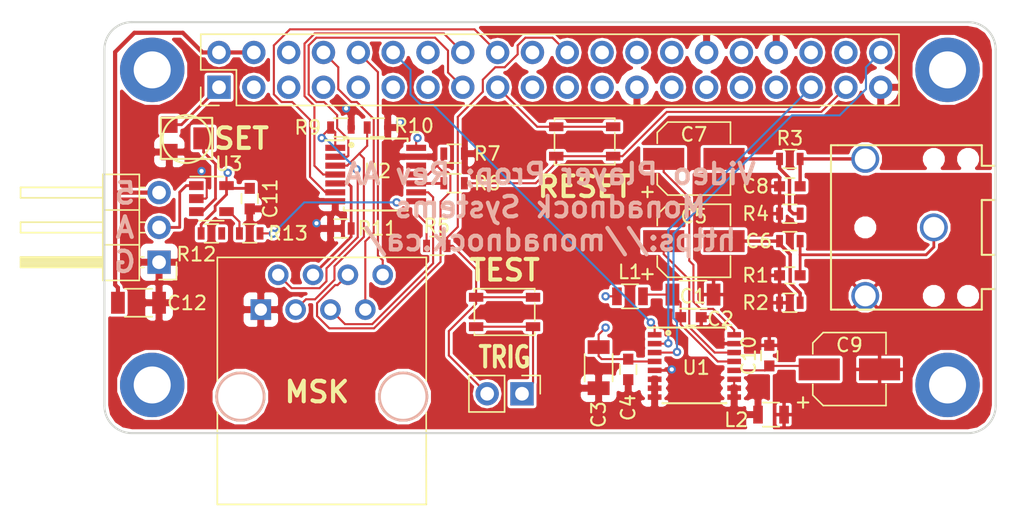
<source format=kicad_pcb>
(kicad_pcb (version 4) (host pcbnew 4.0.7)

  (general
    (links 102)
    (no_connects 0)
    (area 99.437578 92.440118 164.587582 122.590122)
    (thickness 1.6)
    (drawings 24)
    (tracks 286)
    (zones 0)
    (modules 41)
    (nets 57)
  )

  (page USLetter)
  (title_block
    (title "Video Prop Board")
    (date 2018-03-09)
    (rev AA)
    (company "Monadnock Systems")
  )

  (layers
    (0 F.Cu signal)
    (1 In1.Cu power)
    (2 In2.Cu power)
    (31 B.Cu signal)
    (33 F.Adhes user)
    (35 F.Paste user)
    (36 B.SilkS user)
    (37 F.SilkS user)
    (38 B.Mask user)
    (39 F.Mask user)
    (40 Dwgs.User user)
    (41 Cmts.User user)
    (44 Edge.Cuts user)
    (45 Margin user hide)
    (47 F.CrtYd user)
    (49 F.Fab user hide)
  )

  (setup
    (last_trace_width 0.1524)
    (trace_clearance 0.1524)
    (zone_clearance 0.2032)
    (zone_45_only no)
    (trace_min 0.1524)
    (segment_width 0.2)
    (edge_width 0.15)
    (via_size 0.6096)
    (via_drill 0.3048)
    (via_min_size 0.6096)
    (via_min_drill 0.3048)
    (uvia_size 0.3)
    (uvia_drill 0.1)
    (uvias_allowed no)
    (uvia_min_size 0)
    (uvia_min_drill 0)
    (pcb_text_width 0.3)
    (pcb_text_size 1.5 1.5)
    (mod_edge_width 0.15)
    (mod_text_size 1 1)
    (mod_text_width 0.15)
    (pad_size 1.524 1.524)
    (pad_drill 0.762)
    (pad_to_mask_clearance 0)
    (aux_axis_origin 0 0)
    (grid_origin 103.01258 96.01512)
    (visible_elements FFFFFF7F)
    (pcbplotparams
      (layerselection 0x010f8_80000007)
      (usegerberextensions true)
      (excludeedgelayer true)
      (linewidth 0.025400)
      (plotframeref false)
      (viasonmask false)
      (mode 1)
      (useauxorigin false)
      (hpglpennumber 1)
      (hpglpenspeed 20)
      (hpglpendiameter 15)
      (hpglpenoverlay 2)
      (psnegative false)
      (psa4output false)
      (plotreference true)
      (plotvalue true)
      (plotinvisibletext false)
      (padsonsilk false)
      (subtractmaskfromsilk false)
      (outputformat 1)
      (mirror false)
      (drillshape 0)
      (scaleselection 1)
      (outputdirectory gerber/))
  )

  (net 0 "")
  (net 1 VDDA)
  (net 2 GNDA)
  (net 3 +3V3)
  (net 4 GND)
  (net 5 "Net-(C5-Pad1)")
  (net 6 "Net-(C5-Pad2)")
  (net 7 "Net-(C6-Pad2)")
  (net 8 "Net-(C7-Pad1)")
  (net 9 "Net-(C7-Pad2)")
  (net 10 "Net-(C8-Pad2)")
  (net 11 "Net-(C10-Pad1)")
  (net 12 +5V)
  (net 13 /VID_SELECT_0)
  (net 14 /VID_SELECT_1)
  (net 15 /VID_SELECT_2)
  (net 16 /VID_START)
  (net 17 /RESET)
  (net 18 /RPI_TXO)
  (net 19 /RPI_RXI)
  (net 20 "Net-(J5-Pad2)")
  (net 21 "Net-(J2-Pad28)")
  (net 22 "Net-(R12-Pad2)")
  (net 23 "Net-(RV1-Pad2)")
  (net 24 "Net-(J2-Pad12)")
  (net 25 "Net-(J2-Pad35)")
  (net 26 "Net-(J2-Pad40)")
  (net 27 "Net-(J2-Pad27)")
  (net 28 "Net-(J2-Pad3)")
  (net 29 "Net-(J2-Pad5)")
  (net 30 "Net-(J2-Pad7)")
  (net 31 "Net-(J2-Pad11)")
  (net 32 "Net-(J2-Pad13)")
  (net 33 "Net-(J2-Pad19)")
  (net 34 "Net-(J2-Pad21)")
  (net 35 "Net-(J2-Pad23)")
  (net 36 "Net-(J2-Pad24)")
  (net 37 "Net-(J2-Pad26)")
  (net 38 "Net-(J2-Pad32)")
  (net 39 "Net-(J2-Pad33)")
  (net 40 "Net-(J2-Pad36)")
  (net 41 "Net-(J2-Pad38)")
  (net 42 "Net-(J6-Pad1)")
  (net 43 "Net-(J7-Pad1)")
  (net 44 "Net-(J8-Pad1)")
  (net 45 "Net-(J9-Pad1)")
  (net 46 "Net-(J2-Pad29)")
  (net 47 "Net-(J2-Pad31)")
  (net 48 "Net-(J2-Pad22)")
  (net 49 "Net-(J2-Pad37)")
  (net 50 "Net-(J3-Pad2)")
  (net 51 "Net-(J3-Pad3)")
  (net 52 "Net-(J3-Pad4)")
  (net 53 "Net-(J3-Pad5)")
  (net 54 "Net-(J3-Pad6)")
  (net 55 "Net-(R13-Pad2)")
  (net 56 "Net-(U2-Pad12)")

  (net_class Default "This is the default net class."
    (clearance 0.1524)
    (trace_width 0.1524)
    (via_dia 0.6096)
    (via_drill 0.3048)
    (uvia_dia 0.3)
    (uvia_drill 0.1)
    (add_net +3V3)
    (add_net /RESET)
    (add_net /RPI_RXI)
    (add_net /RPI_TXO)
    (add_net /VID_SELECT_0)
    (add_net /VID_SELECT_1)
    (add_net /VID_SELECT_2)
    (add_net /VID_START)
    (add_net GND)
    (add_net GNDA)
    (add_net "Net-(C10-Pad1)")
    (add_net "Net-(C5-Pad1)")
    (add_net "Net-(C5-Pad2)")
    (add_net "Net-(C6-Pad2)")
    (add_net "Net-(C7-Pad1)")
    (add_net "Net-(C7-Pad2)")
    (add_net "Net-(C8-Pad2)")
    (add_net "Net-(J2-Pad11)")
    (add_net "Net-(J2-Pad12)")
    (add_net "Net-(J2-Pad13)")
    (add_net "Net-(J2-Pad19)")
    (add_net "Net-(J2-Pad21)")
    (add_net "Net-(J2-Pad22)")
    (add_net "Net-(J2-Pad23)")
    (add_net "Net-(J2-Pad24)")
    (add_net "Net-(J2-Pad26)")
    (add_net "Net-(J2-Pad27)")
    (add_net "Net-(J2-Pad28)")
    (add_net "Net-(J2-Pad29)")
    (add_net "Net-(J2-Pad3)")
    (add_net "Net-(J2-Pad31)")
    (add_net "Net-(J2-Pad32)")
    (add_net "Net-(J2-Pad33)")
    (add_net "Net-(J2-Pad35)")
    (add_net "Net-(J2-Pad36)")
    (add_net "Net-(J2-Pad37)")
    (add_net "Net-(J2-Pad38)")
    (add_net "Net-(J2-Pad40)")
    (add_net "Net-(J2-Pad5)")
    (add_net "Net-(J2-Pad7)")
    (add_net "Net-(J3-Pad2)")
    (add_net "Net-(J3-Pad3)")
    (add_net "Net-(J3-Pad4)")
    (add_net "Net-(J3-Pad5)")
    (add_net "Net-(J3-Pad6)")
    (add_net "Net-(J5-Pad2)")
    (add_net "Net-(J6-Pad1)")
    (add_net "Net-(J7-Pad1)")
    (add_net "Net-(J8-Pad1)")
    (add_net "Net-(J9-Pad1)")
    (add_net "Net-(R12-Pad2)")
    (add_net "Net-(R13-Pad2)")
    (add_net "Net-(RV1-Pad2)")
    (add_net "Net-(U2-Pad12)")
    (add_net VDDA)
  )

  (net_class Power ""
    (clearance 0.2032)
    (trace_width 0.3048)
    (via_dia 0.6096)
    (via_drill 0.3048)
    (uvia_dia 0.3)
    (uvia_drill 0.1)
    (add_net +5V)
  )

  (module escape:SJ1-3523N (layer F.Cu) (tedit 5AA0A0CE) (tstamp 5AA08C9A)
    (at 160 107.5 180)
    (path /5AA07A45)
    (fp_text reference J1 (at 2.5 2.5 180) (layer F.SilkS) hide
      (effects (font (size 1 1) (thickness 0.15)))
    )
    (fp_text value Audio-Jack-3 (at 1.5 7 180) (layer F.Fab)
      (effects (font (size 1 1) (thickness 0.15)))
    )
    (fp_text user "PCB Edge" (at -5.5 0 270) (layer F.Fab)
      (effects (font (size 1 1) (thickness 0.15)))
    )
    (fp_line (start -4.5 -6) (end -4.5 6) (layer F.Fab) (width 0.15))
    (fp_line (start -3.5 -4.5) (end -4 -4.5) (layer F.SilkS) (width 0.15))
    (fp_line (start -3.5 -6) (end -3.5 -4.5) (layer F.SilkS) (width 0.15))
    (fp_line (start 7.5 6) (end 7.5 2) (layer F.SilkS) (width 0.15))
    (fp_line (start 7 6) (end 7.5 6) (layer F.SilkS) (width 0.15))
    (fp_line (start 7.5 -6) (end 7 -6) (layer F.SilkS) (width 0.15))
    (fp_line (start 7.5 2) (end 7.5 -6) (layer F.SilkS) (width 0.15))
    (fp_line (start -3.5 4.5) (end -4.5 4.5) (layer F.SilkS) (width 0.15))
    (fp_line (start -3.5 6) (end -3.5 4.5) (layer F.SilkS) (width 0.15))
    (fp_line (start -4 -4.5) (end -4.5 -4.5) (layer F.SilkS) (width 0.15))
    (fp_line (start -4.5 2) (end -4.5 4.5) (layer F.SilkS) (width 0.15))
    (fp_line (start -4.5 -2) (end -4.5 -4.5) (layer F.SilkS) (width 0.15))
    (fp_line (start -3.5 -2) (end -4.5 -2) (layer F.SilkS) (width 0.15))
    (fp_line (start -3.5 2) (end -3.5 -2) (layer F.SilkS) (width 0.15))
    (fp_line (start -4.5 2) (end -3.5 2) (layer F.SilkS) (width 0.15))
    (fp_line (start 7 -6) (end -3.5 -6) (layer F.SilkS) (width 0.15))
    (fp_line (start -3.5 6) (end 7 6) (layer F.SilkS) (width 0.15))
    (pad 3 thru_hole circle (at 5 -5 180) (size 2.032 2.032) (drill 1.524) (layers *.Cu *.Mask)
      (net 2 GNDA))
    (pad 1 thru_hole circle (at 0 0 180) (size 2.032 2.032) (drill 1.524) (layers *.Cu *.Mask)
      (net 7 "Net-(C6-Pad2)"))
    (pad 2 thru_hole circle (at 5 5 180) (size 2.032 2.032) (drill 1.524) (layers *.Cu *.Mask)
      (net 10 "Net-(C8-Pad2)"))
    (pad "" np_thru_hole circle (at 0 -5 180) (size 1.1938 1.1938) (drill 1.1938) (layers *.Cu *.Mask))
    (pad "" np_thru_hole circle (at 0 5 180) (size 1.1938 1.1938) (drill 1.1938) (layers *.Cu *.Mask))
    (pad "" np_thru_hole circle (at 5 0 180) (size 1.1938 1.1938) (drill 1.1938) (layers *.Cu *.Mask))
    (pad "" np_thru_hole circle (at -2.5 -5 180) (size 1.1938 1.1938) (drill 1.1938) (layers *.Cu *.Mask))
    (pad "" np_thru_hole circle (at -2.5 5 180) (size 1.1938 1.1938) (drill 1.1938) (layers *.Cu *.Mask))
  )

  (module Capacitors_SMD:C_1206 (layer F.Cu) (tedit 58AA84B8) (tstamp 5AA08C34)
    (at 142.43718 112.40332)
    (descr "Capacitor SMD 1206, reflow soldering, AVX (see smccp.pdf)")
    (tags "capacitor 1206")
    (path /5AA0636D)
    (attr smd)
    (fp_text reference C1 (at 0 0.127) (layer F.SilkS)
      (effects (font (size 1 1) (thickness 0.15)))
    )
    (fp_text value 10uF (at 0 2) (layer F.Fab)
      (effects (font (size 1 1) (thickness 0.15)))
    )
    (fp_text user %R (at 0 -1.75) (layer F.Fab)
      (effects (font (size 1 1) (thickness 0.15)))
    )
    (fp_line (start -1.6 0.8) (end -1.6 -0.8) (layer F.Fab) (width 0.1))
    (fp_line (start 1.6 0.8) (end -1.6 0.8) (layer F.Fab) (width 0.1))
    (fp_line (start 1.6 -0.8) (end 1.6 0.8) (layer F.Fab) (width 0.1))
    (fp_line (start -1.6 -0.8) (end 1.6 -0.8) (layer F.Fab) (width 0.1))
    (fp_line (start 1 -1.02) (end -1 -1.02) (layer F.SilkS) (width 0.12))
    (fp_line (start -1 1.02) (end 1 1.02) (layer F.SilkS) (width 0.12))
    (fp_line (start -2.25 -1.05) (end 2.25 -1.05) (layer F.CrtYd) (width 0.05))
    (fp_line (start -2.25 -1.05) (end -2.25 1.05) (layer F.CrtYd) (width 0.05))
    (fp_line (start 2.25 1.05) (end 2.25 -1.05) (layer F.CrtYd) (width 0.05))
    (fp_line (start 2.25 1.05) (end -2.25 1.05) (layer F.CrtYd) (width 0.05))
    (pad 1 smd rect (at -1.5 0) (size 1 1.6) (layers F.Cu F.Paste F.Mask)
      (net 1 VDDA))
    (pad 2 smd rect (at 1.5 0) (size 1 1.6) (layers F.Cu F.Paste F.Mask)
      (net 2 GNDA))
    (model Capacitors_SMD.3dshapes/C_1206.wrl
      (at (xyz 0 0 0))
      (scale (xyz 1 1 1))
      (rotate (xyz 0 0 0))
    )
  )

  (module Capacitors_SMD:C_0603 (layer F.Cu) (tedit 59958EE7) (tstamp 5AA08C3A)
    (at 142.28618 114.05432)
    (descr "Capacitor SMD 0603, reflow soldering, AVX (see smccp.pdf)")
    (tags "capacitor 0603")
    (path /5AA0631C)
    (attr smd)
    (fp_text reference C2 (at 2.159 0.127) (layer F.SilkS)
      (effects (font (size 1 1) (thickness 0.15)))
    )
    (fp_text value 0.1uF (at 0 1.5) (layer F.Fab)
      (effects (font (size 1 1) (thickness 0.15)))
    )
    (fp_line (start 1.4 0.65) (end -1.4 0.65) (layer F.CrtYd) (width 0.05))
    (fp_line (start 1.4 0.65) (end 1.4 -0.65) (layer F.CrtYd) (width 0.05))
    (fp_line (start -1.4 -0.65) (end -1.4 0.65) (layer F.CrtYd) (width 0.05))
    (fp_line (start -1.4 -0.65) (end 1.4 -0.65) (layer F.CrtYd) (width 0.05))
    (fp_line (start 0.35 0.6) (end -0.35 0.6) (layer F.SilkS) (width 0.12))
    (fp_line (start -0.35 -0.6) (end 0.35 -0.6) (layer F.SilkS) (width 0.12))
    (fp_line (start -0.8 -0.4) (end 0.8 -0.4) (layer F.Fab) (width 0.1))
    (fp_line (start 0.8 -0.4) (end 0.8 0.4) (layer F.Fab) (width 0.1))
    (fp_line (start 0.8 0.4) (end -0.8 0.4) (layer F.Fab) (width 0.1))
    (fp_line (start -0.8 0.4) (end -0.8 -0.4) (layer F.Fab) (width 0.1))
    (fp_text user %R (at 0 0) (layer F.Fab)
      (effects (font (size 0.3 0.3) (thickness 0.075)))
    )
    (pad 2 smd rect (at 0.75 0) (size 0.8 0.75) (layers F.Cu F.Paste F.Mask)
      (net 2 GNDA))
    (pad 1 smd rect (at -0.75 0) (size 0.8 0.75) (layers F.Cu F.Paste F.Mask)
      (net 1 VDDA))
    (model Capacitors_SMD.3dshapes/C_0603.wrl
      (at (xyz 0 0 0))
      (scale (xyz 1 1 1))
      (rotate (xyz 0 0 0))
    )
  )

  (module Capacitors_SMD:C_1206 (layer F.Cu) (tedit 58AA84B8) (tstamp 5AA08C40)
    (at 135.55518 117.73732 270)
    (descr "Capacitor SMD 1206, reflow soldering, AVX (see smccp.pdf)")
    (tags "capacitor 1206")
    (path /5AA062E0)
    (attr smd)
    (fp_text reference C3 (at 3.429 0 270) (layer F.SilkS)
      (effects (font (size 1 1) (thickness 0.15)))
    )
    (fp_text value 10uF (at 0 2 270) (layer F.Fab)
      (effects (font (size 1 1) (thickness 0.15)))
    )
    (fp_text user %R (at 0 -1.75 270) (layer F.Fab)
      (effects (font (size 1 1) (thickness 0.15)))
    )
    (fp_line (start -1.6 0.8) (end -1.6 -0.8) (layer F.Fab) (width 0.1))
    (fp_line (start 1.6 0.8) (end -1.6 0.8) (layer F.Fab) (width 0.1))
    (fp_line (start 1.6 -0.8) (end 1.6 0.8) (layer F.Fab) (width 0.1))
    (fp_line (start -1.6 -0.8) (end 1.6 -0.8) (layer F.Fab) (width 0.1))
    (fp_line (start 1 -1.02) (end -1 -1.02) (layer F.SilkS) (width 0.12))
    (fp_line (start -1 1.02) (end 1 1.02) (layer F.SilkS) (width 0.12))
    (fp_line (start -2.25 -1.05) (end 2.25 -1.05) (layer F.CrtYd) (width 0.05))
    (fp_line (start -2.25 -1.05) (end -2.25 1.05) (layer F.CrtYd) (width 0.05))
    (fp_line (start 2.25 1.05) (end 2.25 -1.05) (layer F.CrtYd) (width 0.05))
    (fp_line (start 2.25 1.05) (end -2.25 1.05) (layer F.CrtYd) (width 0.05))
    (pad 1 smd rect (at -1.5 0 270) (size 1 1.6) (layers F.Cu F.Paste F.Mask)
      (net 3 +3V3))
    (pad 2 smd rect (at 1.5 0 270) (size 1 1.6) (layers F.Cu F.Paste F.Mask)
      (net 4 GND))
    (model Capacitors_SMD.3dshapes/C_1206.wrl
      (at (xyz 0 0 0))
      (scale (xyz 1 1 1))
      (rotate (xyz 0 0 0))
    )
  )

  (module Capacitors_SMD:C_0603 (layer F.Cu) (tedit 59958EE7) (tstamp 5AA08C46)
    (at 137.71418 117.86432 270)
    (descr "Capacitor SMD 0603, reflow soldering, AVX (see smccp.pdf)")
    (tags "capacitor 0603")
    (path /5AA06260)
    (attr smd)
    (fp_text reference C4 (at 2.794 0 270) (layer F.SilkS)
      (effects (font (size 1 1) (thickness 0.15)))
    )
    (fp_text value 0.1uF (at 0 1.5 270) (layer F.Fab)
      (effects (font (size 1 1) (thickness 0.15)))
    )
    (fp_line (start 1.4 0.65) (end -1.4 0.65) (layer F.CrtYd) (width 0.05))
    (fp_line (start 1.4 0.65) (end 1.4 -0.65) (layer F.CrtYd) (width 0.05))
    (fp_line (start -1.4 -0.65) (end -1.4 0.65) (layer F.CrtYd) (width 0.05))
    (fp_line (start -1.4 -0.65) (end 1.4 -0.65) (layer F.CrtYd) (width 0.05))
    (fp_line (start 0.35 0.6) (end -0.35 0.6) (layer F.SilkS) (width 0.12))
    (fp_line (start -0.35 -0.6) (end 0.35 -0.6) (layer F.SilkS) (width 0.12))
    (fp_line (start -0.8 -0.4) (end 0.8 -0.4) (layer F.Fab) (width 0.1))
    (fp_line (start 0.8 -0.4) (end 0.8 0.4) (layer F.Fab) (width 0.1))
    (fp_line (start 0.8 0.4) (end -0.8 0.4) (layer F.Fab) (width 0.1))
    (fp_line (start -0.8 0.4) (end -0.8 -0.4) (layer F.Fab) (width 0.1))
    (fp_text user %R (at 0 0 270) (layer F.Fab)
      (effects (font (size 0.3 0.3) (thickness 0.075)))
    )
    (pad 2 smd rect (at 0.75 0 270) (size 0.8 0.75) (layers F.Cu F.Paste F.Mask)
      (net 4 GND))
    (pad 1 smd rect (at -0.75 0 270) (size 0.8 0.75) (layers F.Cu F.Paste F.Mask)
      (net 3 +3V3))
    (model Capacitors_SMD.3dshapes/C_0603.wrl
      (at (xyz 0 0 0))
      (scale (xyz 1 1 1))
      (rotate (xyz 0 0 0))
    )
  )

  (module Capacitors_SMD:CP_Elec_5x5.3 (layer F.Cu) (tedit 58AA8A8F) (tstamp 5AA08C4C)
    (at 142.5 108.5)
    (descr "SMT capacitor, aluminium electrolytic, 5x5.3")
    (path /5AA07184)
    (attr smd)
    (fp_text reference C5 (at 0 -1.81168) (layer F.SilkS)
      (effects (font (size 1 1) (thickness 0.15)))
    )
    (fp_text value 47uF (at 0 -3.92) (layer F.Fab)
      (effects (font (size 1 1) (thickness 0.15)))
    )
    (fp_circle (center 0 0) (end 0.3 2.4) (layer F.Fab) (width 0.1))
    (fp_text user + (at -1.37 -0.08) (layer F.Fab)
      (effects (font (size 1 1) (thickness 0.15)))
    )
    (fp_text user + (at -3.38 2.34) (layer F.SilkS)
      (effects (font (size 1 1) (thickness 0.15)))
    )
    (fp_text user %R (at 0 3.92) (layer F.Fab)
      (effects (font (size 1 1) (thickness 0.15)))
    )
    (fp_line (start 2.51 2.49) (end 2.51 -2.54) (layer F.Fab) (width 0.1))
    (fp_line (start -1.84 2.49) (end 2.51 2.49) (layer F.Fab) (width 0.1))
    (fp_line (start -2.51 1.82) (end -1.84 2.49) (layer F.Fab) (width 0.1))
    (fp_line (start -2.51 -1.87) (end -2.51 1.82) (layer F.Fab) (width 0.1))
    (fp_line (start -1.84 -2.54) (end -2.51 -1.87) (layer F.Fab) (width 0.1))
    (fp_line (start 2.51 -2.54) (end -1.84 -2.54) (layer F.Fab) (width 0.1))
    (fp_line (start 2.67 -2.69) (end 2.67 -1.14) (layer F.SilkS) (width 0.12))
    (fp_line (start 2.67 2.64) (end 2.67 1.09) (layer F.SilkS) (width 0.12))
    (fp_line (start -2.67 1.88) (end -2.67 1.09) (layer F.SilkS) (width 0.12))
    (fp_line (start -2.67 -1.93) (end -2.67 -1.14) (layer F.SilkS) (width 0.12))
    (fp_line (start 2.67 -2.69) (end -1.91 -2.69) (layer F.SilkS) (width 0.12))
    (fp_line (start -1.91 -2.69) (end -2.67 -1.93) (layer F.SilkS) (width 0.12))
    (fp_line (start -2.67 1.88) (end -1.91 2.64) (layer F.SilkS) (width 0.12))
    (fp_line (start -1.91 2.64) (end 2.67 2.64) (layer F.SilkS) (width 0.12))
    (fp_line (start -3.95 -2.79) (end 3.95 -2.79) (layer F.CrtYd) (width 0.05))
    (fp_line (start -3.95 -2.79) (end -3.95 2.74) (layer F.CrtYd) (width 0.05))
    (fp_line (start 3.95 2.74) (end 3.95 -2.79) (layer F.CrtYd) (width 0.05))
    (fp_line (start 3.95 2.74) (end -3.95 2.74) (layer F.CrtYd) (width 0.05))
    (pad 1 smd rect (at -2.2 0 180) (size 3 1.6) (layers F.Cu F.Paste F.Mask)
      (net 5 "Net-(C5-Pad1)"))
    (pad 2 smd rect (at 2.2 0 180) (size 3 1.6) (layers F.Cu F.Paste F.Mask)
      (net 6 "Net-(C5-Pad2)"))
    (model Capacitors_SMD.3dshapes/CP_Elec_5x5.3.wrl
      (at (xyz 0 0 0))
      (scale (xyz 1 1 1))
      (rotate (xyz 0 0 180))
    )
  )

  (module Capacitors_SMD:C_0603 (layer F.Cu) (tedit 59958EE7) (tstamp 5AA08C52)
    (at 149.5 111)
    (descr "Capacitor SMD 0603, reflow soldering, AVX (see smccp.pdf)")
    (tags "capacitor 0603")
    (path /5AA07356)
    (attr smd)
    (fp_text reference C6 (at -2.26082 -2.5) (layer F.SilkS)
      (effects (font (size 1 1) (thickness 0.15)))
    )
    (fp_text value 0.01uF (at 0 1.5) (layer F.Fab)
      (effects (font (size 1 1) (thickness 0.15)))
    )
    (fp_line (start 1.4 0.65) (end -1.4 0.65) (layer F.CrtYd) (width 0.05))
    (fp_line (start 1.4 0.65) (end 1.4 -0.65) (layer F.CrtYd) (width 0.05))
    (fp_line (start -1.4 -0.65) (end -1.4 0.65) (layer F.CrtYd) (width 0.05))
    (fp_line (start -1.4 -0.65) (end 1.4 -0.65) (layer F.CrtYd) (width 0.05))
    (fp_line (start 0.35 0.6) (end -0.35 0.6) (layer F.SilkS) (width 0.12))
    (fp_line (start -0.35 -0.6) (end 0.35 -0.6) (layer F.SilkS) (width 0.12))
    (fp_line (start -0.8 -0.4) (end 0.8 -0.4) (layer F.Fab) (width 0.1))
    (fp_line (start 0.8 -0.4) (end 0.8 0.4) (layer F.Fab) (width 0.1))
    (fp_line (start 0.8 0.4) (end -0.8 0.4) (layer F.Fab) (width 0.1))
    (fp_line (start -0.8 0.4) (end -0.8 -0.4) (layer F.Fab) (width 0.1))
    (fp_text user %R (at 0 0) (layer F.Fab)
      (effects (font (size 0.3 0.3) (thickness 0.075)))
    )
    (pad 2 smd rect (at 0.75 0) (size 0.8 0.75) (layers F.Cu F.Paste F.Mask)
      (net 7 "Net-(C6-Pad2)"))
    (pad 1 smd rect (at -0.75 0) (size 0.8 0.75) (layers F.Cu F.Paste F.Mask)
      (net 2 GNDA))
    (model Capacitors_SMD.3dshapes/C_0603.wrl
      (at (xyz 0 0 0))
      (scale (xyz 1 1 1))
      (rotate (xyz 0 0 0))
    )
  )

  (module Capacitors_SMD:CP_Elec_5x5.3 (layer F.Cu) (tedit 58AA8A8F) (tstamp 5AA08C58)
    (at 142.5 102.5)
    (descr "SMT capacitor, aluminium electrolytic, 5x5.3")
    (path /5AA0768B)
    (attr smd)
    (fp_text reference C7 (at 0 -1.78068) (layer F.SilkS)
      (effects (font (size 1 1) (thickness 0.15)))
    )
    (fp_text value 47uF (at 0 -3.92) (layer F.Fab)
      (effects (font (size 1 1) (thickness 0.15)))
    )
    (fp_circle (center 0 0) (end 0.3 2.4) (layer F.Fab) (width 0.1))
    (fp_text user + (at -1.37 -0.08) (layer F.Fab)
      (effects (font (size 1 1) (thickness 0.15)))
    )
    (fp_text user + (at -3.38 2.34) (layer F.SilkS)
      (effects (font (size 1 1) (thickness 0.15)))
    )
    (fp_text user %R (at 0 3.92) (layer F.Fab)
      (effects (font (size 1 1) (thickness 0.15)))
    )
    (fp_line (start 2.51 2.49) (end 2.51 -2.54) (layer F.Fab) (width 0.1))
    (fp_line (start -1.84 2.49) (end 2.51 2.49) (layer F.Fab) (width 0.1))
    (fp_line (start -2.51 1.82) (end -1.84 2.49) (layer F.Fab) (width 0.1))
    (fp_line (start -2.51 -1.87) (end -2.51 1.82) (layer F.Fab) (width 0.1))
    (fp_line (start -1.84 -2.54) (end -2.51 -1.87) (layer F.Fab) (width 0.1))
    (fp_line (start 2.51 -2.54) (end -1.84 -2.54) (layer F.Fab) (width 0.1))
    (fp_line (start 2.67 -2.69) (end 2.67 -1.14) (layer F.SilkS) (width 0.12))
    (fp_line (start 2.67 2.64) (end 2.67 1.09) (layer F.SilkS) (width 0.12))
    (fp_line (start -2.67 1.88) (end -2.67 1.09) (layer F.SilkS) (width 0.12))
    (fp_line (start -2.67 -1.93) (end -2.67 -1.14) (layer F.SilkS) (width 0.12))
    (fp_line (start 2.67 -2.69) (end -1.91 -2.69) (layer F.SilkS) (width 0.12))
    (fp_line (start -1.91 -2.69) (end -2.67 -1.93) (layer F.SilkS) (width 0.12))
    (fp_line (start -2.67 1.88) (end -1.91 2.64) (layer F.SilkS) (width 0.12))
    (fp_line (start -1.91 2.64) (end 2.67 2.64) (layer F.SilkS) (width 0.12))
    (fp_line (start -3.95 -2.79) (end 3.95 -2.79) (layer F.CrtYd) (width 0.05))
    (fp_line (start -3.95 -2.79) (end -3.95 2.74) (layer F.CrtYd) (width 0.05))
    (fp_line (start 3.95 2.74) (end 3.95 -2.79) (layer F.CrtYd) (width 0.05))
    (fp_line (start 3.95 2.74) (end -3.95 2.74) (layer F.CrtYd) (width 0.05))
    (pad 1 smd rect (at -2.2 0 180) (size 3 1.6) (layers F.Cu F.Paste F.Mask)
      (net 8 "Net-(C7-Pad1)"))
    (pad 2 smd rect (at 2.2 0 180) (size 3 1.6) (layers F.Cu F.Paste F.Mask)
      (net 9 "Net-(C7-Pad2)"))
    (model Capacitors_SMD.3dshapes/CP_Elec_5x5.3.wrl
      (at (xyz 0 0 0))
      (scale (xyz 1 1 1))
      (rotate (xyz 0 0 180))
    )
  )

  (module Capacitors_SMD:C_0603 (layer F.Cu) (tedit 59958EE7) (tstamp 5AA08C5E)
    (at 149.5 104.5)
    (descr "Capacitor SMD 0603, reflow soldering, AVX (see smccp.pdf)")
    (tags "capacitor 0603")
    (path /5AA07691)
    (attr smd)
    (fp_text reference C8 (at -2.5 0.000001) (layer F.SilkS)
      (effects (font (size 1 1) (thickness 0.15)))
    )
    (fp_text value 0.01uF (at 0 1.5) (layer F.Fab)
      (effects (font (size 1 1) (thickness 0.15)))
    )
    (fp_line (start 1.4 0.65) (end -1.4 0.65) (layer F.CrtYd) (width 0.05))
    (fp_line (start 1.4 0.65) (end 1.4 -0.65) (layer F.CrtYd) (width 0.05))
    (fp_line (start -1.4 -0.65) (end -1.4 0.65) (layer F.CrtYd) (width 0.05))
    (fp_line (start -1.4 -0.65) (end 1.4 -0.65) (layer F.CrtYd) (width 0.05))
    (fp_line (start 0.35 0.6) (end -0.35 0.6) (layer F.SilkS) (width 0.12))
    (fp_line (start -0.35 -0.6) (end 0.35 -0.6) (layer F.SilkS) (width 0.12))
    (fp_line (start -0.8 -0.4) (end 0.8 -0.4) (layer F.Fab) (width 0.1))
    (fp_line (start 0.8 -0.4) (end 0.8 0.4) (layer F.Fab) (width 0.1))
    (fp_line (start 0.8 0.4) (end -0.8 0.4) (layer F.Fab) (width 0.1))
    (fp_line (start -0.8 0.4) (end -0.8 -0.4) (layer F.Fab) (width 0.1))
    (fp_text user %R (at 0 0) (layer F.Fab)
      (effects (font (size 0.3 0.3) (thickness 0.075)))
    )
    (pad 2 smd rect (at 0.75 0) (size 0.8 0.75) (layers F.Cu F.Paste F.Mask)
      (net 10 "Net-(C8-Pad2)"))
    (pad 1 smd rect (at -0.75 0) (size 0.8 0.75) (layers F.Cu F.Paste F.Mask)
      (net 2 GNDA))
    (model Capacitors_SMD.3dshapes/C_0603.wrl
      (at (xyz 0 0 0))
      (scale (xyz 1 1 1))
      (rotate (xyz 0 0 0))
    )
  )

  (module Capacitors_SMD:CP_Elec_5x5.3 (layer F.Cu) (tedit 58AA8A8F) (tstamp 5AA08C64)
    (at 153.84318 117.86432)
    (descr "SMT capacitor, aluminium electrolytic, 5x5.3")
    (path /5AA085F6)
    (attr smd)
    (fp_text reference C9 (at 0 -1.778) (layer F.SilkS)
      (effects (font (size 1 1) (thickness 0.15)))
    )
    (fp_text value 47uF (at 0 -3.92) (layer F.Fab)
      (effects (font (size 1 1) (thickness 0.15)))
    )
    (fp_circle (center 0 0) (end 0.3 2.4) (layer F.Fab) (width 0.1))
    (fp_text user + (at -1.37 -0.08) (layer F.Fab)
      (effects (font (size 1 1) (thickness 0.15)))
    )
    (fp_text user + (at -3.38 2.34) (layer F.SilkS)
      (effects (font (size 1 1) (thickness 0.15)))
    )
    (fp_text user %R (at 0 3.92) (layer F.Fab)
      (effects (font (size 1 1) (thickness 0.15)))
    )
    (fp_line (start 2.51 2.49) (end 2.51 -2.54) (layer F.Fab) (width 0.1))
    (fp_line (start -1.84 2.49) (end 2.51 2.49) (layer F.Fab) (width 0.1))
    (fp_line (start -2.51 1.82) (end -1.84 2.49) (layer F.Fab) (width 0.1))
    (fp_line (start -2.51 -1.87) (end -2.51 1.82) (layer F.Fab) (width 0.1))
    (fp_line (start -1.84 -2.54) (end -2.51 -1.87) (layer F.Fab) (width 0.1))
    (fp_line (start 2.51 -2.54) (end -1.84 -2.54) (layer F.Fab) (width 0.1))
    (fp_line (start 2.67 -2.69) (end 2.67 -1.14) (layer F.SilkS) (width 0.12))
    (fp_line (start 2.67 2.64) (end 2.67 1.09) (layer F.SilkS) (width 0.12))
    (fp_line (start -2.67 1.88) (end -2.67 1.09) (layer F.SilkS) (width 0.12))
    (fp_line (start -2.67 -1.93) (end -2.67 -1.14) (layer F.SilkS) (width 0.12))
    (fp_line (start 2.67 -2.69) (end -1.91 -2.69) (layer F.SilkS) (width 0.12))
    (fp_line (start -1.91 -2.69) (end -2.67 -1.93) (layer F.SilkS) (width 0.12))
    (fp_line (start -2.67 1.88) (end -1.91 2.64) (layer F.SilkS) (width 0.12))
    (fp_line (start -1.91 2.64) (end 2.67 2.64) (layer F.SilkS) (width 0.12))
    (fp_line (start -3.95 -2.79) (end 3.95 -2.79) (layer F.CrtYd) (width 0.05))
    (fp_line (start -3.95 -2.79) (end -3.95 2.74) (layer F.CrtYd) (width 0.05))
    (fp_line (start 3.95 2.74) (end 3.95 -2.79) (layer F.CrtYd) (width 0.05))
    (fp_line (start 3.95 2.74) (end -3.95 2.74) (layer F.CrtYd) (width 0.05))
    (pad 1 smd rect (at -2.2 0 180) (size 3 1.6) (layers F.Cu F.Paste F.Mask)
      (net 11 "Net-(C10-Pad1)"))
    (pad 2 smd rect (at 2.2 0 180) (size 3 1.6) (layers F.Cu F.Paste F.Mask)
      (net 2 GNDA))
    (model Capacitors_SMD.3dshapes/CP_Elec_5x5.3.wrl
      (at (xyz 0 0 0))
      (scale (xyz 1 1 1))
      (rotate (xyz 0 0 180))
    )
  )

  (module Capacitors_SMD:C_0603 (layer F.Cu) (tedit 59958EE7) (tstamp 5AA08C6A)
    (at 148.00118 116.86032 90)
    (descr "Capacitor SMD 0603, reflow soldering, AVX (see smccp.pdf)")
    (tags "capacitor 0603")
    (path /5AA086A1)
    (attr smd)
    (fp_text reference C10 (at 0 -1.5 90) (layer F.SilkS)
      (effects (font (size 1 1) (thickness 0.15)))
    )
    (fp_text value 0.1uF (at 0 1.5 90) (layer F.Fab)
      (effects (font (size 1 1) (thickness 0.15)))
    )
    (fp_line (start 1.4 0.65) (end -1.4 0.65) (layer F.CrtYd) (width 0.05))
    (fp_line (start 1.4 0.65) (end 1.4 -0.65) (layer F.CrtYd) (width 0.05))
    (fp_line (start -1.4 -0.65) (end -1.4 0.65) (layer F.CrtYd) (width 0.05))
    (fp_line (start -1.4 -0.65) (end 1.4 -0.65) (layer F.CrtYd) (width 0.05))
    (fp_line (start 0.35 0.6) (end -0.35 0.6) (layer F.SilkS) (width 0.12))
    (fp_line (start -0.35 -0.6) (end 0.35 -0.6) (layer F.SilkS) (width 0.12))
    (fp_line (start -0.8 -0.4) (end 0.8 -0.4) (layer F.Fab) (width 0.1))
    (fp_line (start 0.8 -0.4) (end 0.8 0.4) (layer F.Fab) (width 0.1))
    (fp_line (start 0.8 0.4) (end -0.8 0.4) (layer F.Fab) (width 0.1))
    (fp_line (start -0.8 0.4) (end -0.8 -0.4) (layer F.Fab) (width 0.1))
    (fp_text user %R (at 0 0 90) (layer F.Fab)
      (effects (font (size 0.3 0.3) (thickness 0.075)))
    )
    (pad 2 smd rect (at 0.75 0 90) (size 0.8 0.75) (layers F.Cu F.Paste F.Mask)
      (net 2 GNDA))
    (pad 1 smd rect (at -0.75 0 90) (size 0.8 0.75) (layers F.Cu F.Paste F.Mask)
      (net 11 "Net-(C10-Pad1)"))
    (model Capacitors_SMD.3dshapes/C_0603.wrl
      (at (xyz 0 0 0))
      (scale (xyz 1 1 1))
      (rotate (xyz 0 0 0))
    )
  )

  (module Capacitors_SMD:C_0603 (layer F.Cu) (tedit 59958EE7) (tstamp 5AA08C70)
    (at 110.112 105.398 270)
    (descr "Capacitor SMD 0603, reflow soldering, AVX (see smccp.pdf)")
    (tags "capacitor 0603")
    (path /5AA04E26)
    (attr smd)
    (fp_text reference C11 (at 0 -1.5 270) (layer F.SilkS)
      (effects (font (size 1 1) (thickness 0.15)))
    )
    (fp_text value 0.1uF (at 0 1.5 270) (layer F.Fab)
      (effects (font (size 1 1) (thickness 0.15)))
    )
    (fp_line (start 1.4 0.65) (end -1.4 0.65) (layer F.CrtYd) (width 0.05))
    (fp_line (start 1.4 0.65) (end 1.4 -0.65) (layer F.CrtYd) (width 0.05))
    (fp_line (start -1.4 -0.65) (end -1.4 0.65) (layer F.CrtYd) (width 0.05))
    (fp_line (start -1.4 -0.65) (end 1.4 -0.65) (layer F.CrtYd) (width 0.05))
    (fp_line (start 0.35 0.6) (end -0.35 0.6) (layer F.SilkS) (width 0.12))
    (fp_line (start -0.35 -0.6) (end 0.35 -0.6) (layer F.SilkS) (width 0.12))
    (fp_line (start -0.8 -0.4) (end 0.8 -0.4) (layer F.Fab) (width 0.1))
    (fp_line (start 0.8 -0.4) (end 0.8 0.4) (layer F.Fab) (width 0.1))
    (fp_line (start 0.8 0.4) (end -0.8 0.4) (layer F.Fab) (width 0.1))
    (fp_line (start -0.8 0.4) (end -0.8 -0.4) (layer F.Fab) (width 0.1))
    (fp_text user %R (at 0 0 270) (layer F.Fab)
      (effects (font (size 0.3 0.3) (thickness 0.075)))
    )
    (pad 2 smd rect (at 0.75 0 270) (size 0.8 0.75) (layers F.Cu F.Paste F.Mask)
      (net 4 GND))
    (pad 1 smd rect (at -0.75 0 270) (size 0.8 0.75) (layers F.Cu F.Paste F.Mask)
      (net 3 +3V3))
    (model Capacitors_SMD.3dshapes/C_0603.wrl
      (at (xyz 0 0 0))
      (scale (xyz 1 1 1))
      (rotate (xyz 0 0 0))
    )
  )

  (module Capacitors_SMD:C_1206 (layer F.Cu) (tedit 58AA84B8) (tstamp 5AA08C76)
    (at 102 113)
    (descr "Capacitor SMD 1206, reflow soldering, AVX (see smccp.pdf)")
    (tags "capacitor 1206")
    (path /5AA04A09)
    (attr smd)
    (fp_text reference C12 (at 3.54 0.018) (layer F.SilkS)
      (effects (font (size 1 1) (thickness 0.15)))
    )
    (fp_text value 10uF (at 0 2) (layer F.Fab)
      (effects (font (size 1 1) (thickness 0.15)))
    )
    (fp_text user %R (at 0 -1.75) (layer F.Fab)
      (effects (font (size 1 1) (thickness 0.15)))
    )
    (fp_line (start -1.6 0.8) (end -1.6 -0.8) (layer F.Fab) (width 0.1))
    (fp_line (start 1.6 0.8) (end -1.6 0.8) (layer F.Fab) (width 0.1))
    (fp_line (start 1.6 -0.8) (end 1.6 0.8) (layer F.Fab) (width 0.1))
    (fp_line (start -1.6 -0.8) (end 1.6 -0.8) (layer F.Fab) (width 0.1))
    (fp_line (start 1 -1.02) (end -1 -1.02) (layer F.SilkS) (width 0.12))
    (fp_line (start -1 1.02) (end 1 1.02) (layer F.SilkS) (width 0.12))
    (fp_line (start -2.25 -1.05) (end 2.25 -1.05) (layer F.CrtYd) (width 0.05))
    (fp_line (start -2.25 -1.05) (end -2.25 1.05) (layer F.CrtYd) (width 0.05))
    (fp_line (start 2.25 1.05) (end 2.25 -1.05) (layer F.CrtYd) (width 0.05))
    (fp_line (start 2.25 1.05) (end -2.25 1.05) (layer F.CrtYd) (width 0.05))
    (pad 1 smd rect (at -1.5 0) (size 1 1.6) (layers F.Cu F.Paste F.Mask)
      (net 12 +5V))
    (pad 2 smd rect (at 1.5 0) (size 1 1.6) (layers F.Cu F.Paste F.Mask)
      (net 4 GND))
    (model Capacitors_SMD.3dshapes/C_1206.wrl
      (at (xyz 0 0 0))
      (scale (xyz 1 1 1))
      (rotate (xyz 0 0 0))
    )
  )

  (module Connectors:RJ45_8 (layer F.Cu) (tedit 5AA0A0BC) (tstamp 5AA08CA8)
    (at 110.92 113.5)
    (tags RJ45)
    (path /5AA03C76)
    (fp_text reference J3 (at 4.7 11.18) (layer F.SilkS) hide
      (effects (font (size 1 1) (thickness 0.15)))
    )
    (fp_text value RJ45 (at 4.59 6.25) (layer F.Fab)
      (effects (font (size 1 1) (thickness 0.15)))
    )
    (fp_line (start -3.17 14.22) (end 12.07 14.22) (layer F.SilkS) (width 0.12))
    (fp_line (start 12.07 -3.81) (end 12.06 5.18) (layer F.SilkS) (width 0.12))
    (fp_line (start 12.07 -3.81) (end -3.17 -3.81) (layer F.SilkS) (width 0.12))
    (fp_line (start -3.17 -3.81) (end -3.17 5.19) (layer F.SilkS) (width 0.12))
    (fp_line (start 12.06 7.52) (end 12.07 14.22) (layer F.SilkS) (width 0.12))
    (fp_line (start -3.17 7.51) (end -3.17 14.22) (layer F.SilkS) (width 0.12))
    (fp_line (start -3.56 -4.06) (end 12.46 -4.06) (layer F.CrtYd) (width 0.05))
    (fp_line (start -3.56 -4.06) (end -3.56 14.47) (layer F.CrtYd) (width 0.05))
    (fp_line (start 12.46 14.47) (end 12.46 -4.06) (layer F.CrtYd) (width 0.05))
    (fp_line (start 12.46 14.47) (end -3.56 14.47) (layer F.CrtYd) (width 0.05))
    (pad Hole np_thru_hole circle (at 10.38 6.35) (size 3.65 3.65) (drill 3.25) (layers *.Cu *.SilkS *.Mask))
    (pad Hole np_thru_hole circle (at -1.49 6.35) (size 3.65 3.65) (drill 3.25) (layers *.Cu *.SilkS *.Mask))
    (pad 1 thru_hole rect (at 0 0) (size 1.5 1.5) (drill 0.9) (layers *.Cu *.Mask)
      (net 4 GND))
    (pad 2 thru_hole circle (at 1.27 -2.54) (size 1.5 1.5) (drill 0.9) (layers *.Cu *.Mask)
      (net 50 "Net-(J3-Pad2)"))
    (pad 3 thru_hole circle (at 2.54 0) (size 1.5 1.5) (drill 0.9) (layers *.Cu *.Mask)
      (net 51 "Net-(J3-Pad3)"))
    (pad 4 thru_hole circle (at 3.81 -2.54) (size 1.5 1.5) (drill 0.9) (layers *.Cu *.Mask)
      (net 52 "Net-(J3-Pad4)"))
    (pad 5 thru_hole circle (at 5.08 0) (size 1.5 1.5) (drill 0.9) (layers *.Cu *.Mask)
      (net 53 "Net-(J3-Pad5)"))
    (pad 6 thru_hole circle (at 6.35 -2.54) (size 1.5 1.5) (drill 0.9) (layers *.Cu *.Mask)
      (net 54 "Net-(J3-Pad6)"))
    (pad 7 thru_hole circle (at 7.62 0) (size 1.5 1.5) (drill 0.9) (layers *.Cu *.Mask)
      (net 18 /RPI_TXO))
    (pad 8 thru_hole circle (at 8.89 -2.54) (size 1.5 1.5) (drill 0.9) (layers *.Cu *.Mask)
      (net 19 /RPI_RXI))
    (model ${KISYS3DMOD}/Connectors.3dshapes/RJ45_8.wrl
      (at (xyz 0.18 -0.25 0))
      (scale (xyz 0.4 0.4 0.4))
      (rotate (xyz 0 0 0))
    )
  )

  (module Pin_Headers:Pin_Header_Angled_1x03_Pitch2.54mm (layer F.Cu) (tedit 5AA0A0B4) (tstamp 5AA08CB7)
    (at 103.5 110.04 180)
    (descr "Through hole angled pin header, 1x03, 2.54mm pitch, 6mm pin length, single row")
    (tags "Through hole angled pin header THT 1x03 2.54mm single row")
    (path /5AA03E34)
    (fp_text reference J5 (at 4.385 -2.27 180) (layer F.SilkS) hide
      (effects (font (size 1 1) (thickness 0.15)))
    )
    (fp_text value "Analog Trig" (at 4.385 7.35 180) (layer F.Fab)
      (effects (font (size 1 1) (thickness 0.15)))
    )
    (fp_line (start 2.135 -1.27) (end 4.04 -1.27) (layer F.Fab) (width 0.1))
    (fp_line (start 4.04 -1.27) (end 4.04 6.35) (layer F.Fab) (width 0.1))
    (fp_line (start 4.04 6.35) (end 1.5 6.35) (layer F.Fab) (width 0.1))
    (fp_line (start 1.5 6.35) (end 1.5 -0.635) (layer F.Fab) (width 0.1))
    (fp_line (start 1.5 -0.635) (end 2.135 -1.27) (layer F.Fab) (width 0.1))
    (fp_line (start -0.32 -0.32) (end 1.5 -0.32) (layer F.Fab) (width 0.1))
    (fp_line (start -0.32 -0.32) (end -0.32 0.32) (layer F.Fab) (width 0.1))
    (fp_line (start -0.32 0.32) (end 1.5 0.32) (layer F.Fab) (width 0.1))
    (fp_line (start 4.04 -0.32) (end 10.04 -0.32) (layer F.Fab) (width 0.1))
    (fp_line (start 10.04 -0.32) (end 10.04 0.32) (layer F.Fab) (width 0.1))
    (fp_line (start 4.04 0.32) (end 10.04 0.32) (layer F.Fab) (width 0.1))
    (fp_line (start -0.32 2.22) (end 1.5 2.22) (layer F.Fab) (width 0.1))
    (fp_line (start -0.32 2.22) (end -0.32 2.86) (layer F.Fab) (width 0.1))
    (fp_line (start -0.32 2.86) (end 1.5 2.86) (layer F.Fab) (width 0.1))
    (fp_line (start 4.04 2.22) (end 10.04 2.22) (layer F.Fab) (width 0.1))
    (fp_line (start 10.04 2.22) (end 10.04 2.86) (layer F.Fab) (width 0.1))
    (fp_line (start 4.04 2.86) (end 10.04 2.86) (layer F.Fab) (width 0.1))
    (fp_line (start -0.32 4.76) (end 1.5 4.76) (layer F.Fab) (width 0.1))
    (fp_line (start -0.32 4.76) (end -0.32 5.4) (layer F.Fab) (width 0.1))
    (fp_line (start -0.32 5.4) (end 1.5 5.4) (layer F.Fab) (width 0.1))
    (fp_line (start 4.04 4.76) (end 10.04 4.76) (layer F.Fab) (width 0.1))
    (fp_line (start 10.04 4.76) (end 10.04 5.4) (layer F.Fab) (width 0.1))
    (fp_line (start 4.04 5.4) (end 10.04 5.4) (layer F.Fab) (width 0.1))
    (fp_line (start 1.44 -1.33) (end 1.44 6.41) (layer F.SilkS) (width 0.12))
    (fp_line (start 1.44 6.41) (end 4.1 6.41) (layer F.SilkS) (width 0.12))
    (fp_line (start 4.1 6.41) (end 4.1 -1.33) (layer F.SilkS) (width 0.12))
    (fp_line (start 4.1 -1.33) (end 1.44 -1.33) (layer F.SilkS) (width 0.12))
    (fp_line (start 4.1 -0.38) (end 10.1 -0.38) (layer F.SilkS) (width 0.12))
    (fp_line (start 10.1 -0.38) (end 10.1 0.38) (layer F.SilkS) (width 0.12))
    (fp_line (start 10.1 0.38) (end 4.1 0.38) (layer F.SilkS) (width 0.12))
    (fp_line (start 4.1 -0.32) (end 10.1 -0.32) (layer F.SilkS) (width 0.12))
    (fp_line (start 4.1 -0.2) (end 10.1 -0.2) (layer F.SilkS) (width 0.12))
    (fp_line (start 4.1 -0.08) (end 10.1 -0.08) (layer F.SilkS) (width 0.12))
    (fp_line (start 4.1 0.04) (end 10.1 0.04) (layer F.SilkS) (width 0.12))
    (fp_line (start 4.1 0.16) (end 10.1 0.16) (layer F.SilkS) (width 0.12))
    (fp_line (start 4.1 0.28) (end 10.1 0.28) (layer F.SilkS) (width 0.12))
    (fp_line (start 1.11 -0.38) (end 1.44 -0.38) (layer F.SilkS) (width 0.12))
    (fp_line (start 1.11 0.38) (end 1.44 0.38) (layer F.SilkS) (width 0.12))
    (fp_line (start 1.44 1.27) (end 4.1 1.27) (layer F.SilkS) (width 0.12))
    (fp_line (start 4.1 2.16) (end 10.1 2.16) (layer F.SilkS) (width 0.12))
    (fp_line (start 10.1 2.16) (end 10.1 2.92) (layer F.SilkS) (width 0.12))
    (fp_line (start 10.1 2.92) (end 4.1 2.92) (layer F.SilkS) (width 0.12))
    (fp_line (start 1.042929 2.16) (end 1.44 2.16) (layer F.SilkS) (width 0.12))
    (fp_line (start 1.042929 2.92) (end 1.44 2.92) (layer F.SilkS) (width 0.12))
    (fp_line (start 1.44 3.81) (end 4.1 3.81) (layer F.SilkS) (width 0.12))
    (fp_line (start 4.1 4.7) (end 10.1 4.7) (layer F.SilkS) (width 0.12))
    (fp_line (start 10.1 4.7) (end 10.1 5.46) (layer F.SilkS) (width 0.12))
    (fp_line (start 10.1 5.46) (end 4.1 5.46) (layer F.SilkS) (width 0.12))
    (fp_line (start 1.042929 4.7) (end 1.44 4.7) (layer F.SilkS) (width 0.12))
    (fp_line (start 1.042929 5.46) (end 1.44 5.46) (layer F.SilkS) (width 0.12))
    (fp_line (start -1.27 0) (end -1.27 -1.27) (layer F.SilkS) (width 0.12))
    (fp_line (start -1.27 -1.27) (end 0 -1.27) (layer F.SilkS) (width 0.12))
    (fp_line (start -1.8 -1.8) (end -1.8 6.85) (layer F.CrtYd) (width 0.05))
    (fp_line (start -1.8 6.85) (end 10.55 6.85) (layer F.CrtYd) (width 0.05))
    (fp_line (start 10.55 6.85) (end 10.55 -1.8) (layer F.CrtYd) (width 0.05))
    (fp_line (start 10.55 -1.8) (end -1.8 -1.8) (layer F.CrtYd) (width 0.05))
    (fp_text user %R (at 2.77 2.54 270) (layer F.Fab)
      (effects (font (size 1 1) (thickness 0.15)))
    )
    (pad 1 thru_hole rect (at 0 0 180) (size 1.7 1.7) (drill 1) (layers *.Cu *.Mask)
      (net 4 GND))
    (pad 2 thru_hole oval (at 0 2.54 180) (size 1.7 1.7) (drill 1) (layers *.Cu *.Mask)
      (net 20 "Net-(J5-Pad2)"))
    (pad 3 thru_hole oval (at 0 5.08 180) (size 1.7 1.7) (drill 1) (layers *.Cu *.Mask)
      (net 12 +5V))
    (model ${KISYS3DMOD}/Pin_Headers.3dshapes/Pin_Header_Angled_1x03_Pitch2.54mm.wrl
      (at (xyz 0 0 0))
      (scale (xyz 1 1 1))
      (rotate (xyz 0 0 0))
    )
  )

  (module Inductors_SMD:L_0805 (layer F.Cu) (tedit 58307B54) (tstamp 5AA08CD1)
    (at 137.84118 112.53032 180)
    (descr "Resistor SMD 0805, reflow soldering, Vishay (see dcrcw.pdf)")
    (tags "resistor 0805")
    (path /5AA06167)
    (attr smd)
    (fp_text reference L1 (at 0 1.778 180) (layer F.SilkS)
      (effects (font (size 1 1) (thickness 0.15)))
    )
    (fp_text value Ferrite_Bead (at -0.25 -1.55 180) (layer F.Fab)
      (effects (font (size 1 1) (thickness 0.15)))
    )
    (fp_text user %R (at 0 0 180) (layer F.Fab)
      (effects (font (size 0.5 0.5) (thickness 0.075)))
    )
    (fp_line (start -1 0.62) (end -1 -0.62) (layer F.Fab) (width 0.1))
    (fp_line (start 1 0.62) (end -1 0.62) (layer F.Fab) (width 0.1))
    (fp_line (start 1 -0.62) (end 1 0.62) (layer F.Fab) (width 0.1))
    (fp_line (start -1 -0.62) (end 1 -0.62) (layer F.Fab) (width 0.1))
    (fp_line (start -1.6 -1) (end 1.6 -1) (layer F.CrtYd) (width 0.05))
    (fp_line (start -1.6 1) (end 1.6 1) (layer F.CrtYd) (width 0.05))
    (fp_line (start -1.6 -1) (end -1.6 1) (layer F.CrtYd) (width 0.05))
    (fp_line (start 1.6 -1) (end 1.6 1) (layer F.CrtYd) (width 0.05))
    (fp_line (start 0.6 0.88) (end -0.6 0.88) (layer F.SilkS) (width 0.12))
    (fp_line (start -0.6 -0.88) (end 0.6 -0.88) (layer F.SilkS) (width 0.12))
    (pad 1 smd rect (at -0.95 0 180) (size 0.7 1.3) (layers F.Cu F.Paste F.Mask)
      (net 1 VDDA))
    (pad 2 smd rect (at 0.95 0 180) (size 0.7 1.3) (layers F.Cu F.Paste F.Mask)
      (net 3 +3V3))
    (model ${KISYS3DMOD}/Inductors_SMD.3dshapes/L_0805.wrl
      (at (xyz 0 0 0))
      (scale (xyz 1 1 1))
      (rotate (xyz 0 0 0))
    )
  )

  (module Inductors_SMD:L_0805 (layer F.Cu) (tedit 58307B54) (tstamp 5AA08CD7)
    (at 148.12818 121.16632 180)
    (descr "Resistor SMD 0805, reflow soldering, Vishay (see dcrcw.pdf)")
    (tags "resistor 0805")
    (path /5AA0AA5C)
    (attr smd)
    (fp_text reference L2 (at 2.54 -0.381 180) (layer F.SilkS)
      (effects (font (size 1 1) (thickness 0.15)))
    )
    (fp_text value Ferrite_Bead (at 0 2.1 180) (layer F.Fab)
      (effects (font (size 1 1) (thickness 0.15)))
    )
    (fp_text user %R (at 0 0 180) (layer F.Fab)
      (effects (font (size 0.5 0.5) (thickness 0.075)))
    )
    (fp_line (start -1 0.62) (end -1 -0.62) (layer F.Fab) (width 0.1))
    (fp_line (start 1 0.62) (end -1 0.62) (layer F.Fab) (width 0.1))
    (fp_line (start 1 -0.62) (end 1 0.62) (layer F.Fab) (width 0.1))
    (fp_line (start -1 -0.62) (end 1 -0.62) (layer F.Fab) (width 0.1))
    (fp_line (start -1.6 -1) (end 1.6 -1) (layer F.CrtYd) (width 0.05))
    (fp_line (start -1.6 1) (end 1.6 1) (layer F.CrtYd) (width 0.05))
    (fp_line (start -1.6 -1) (end -1.6 1) (layer F.CrtYd) (width 0.05))
    (fp_line (start 1.6 -1) (end 1.6 1) (layer F.CrtYd) (width 0.05))
    (fp_line (start 0.6 0.88) (end -0.6 0.88) (layer F.SilkS) (width 0.12))
    (fp_line (start -0.6 -0.88) (end 0.6 -0.88) (layer F.SilkS) (width 0.12))
    (pad 1 smd rect (at -0.95 0 180) (size 0.7 1.3) (layers F.Cu F.Paste F.Mask)
      (net 2 GNDA))
    (pad 2 smd rect (at 0.95 0 180) (size 0.7 1.3) (layers F.Cu F.Paste F.Mask)
      (net 4 GND))
    (model ${KISYS3DMOD}/Inductors_SMD.3dshapes/L_0805.wrl
      (at (xyz 0 0 0))
      (scale (xyz 1 1 1))
      (rotate (xyz 0 0 0))
    )
  )

  (module Resistors_SMD:R_0603 (layer F.Cu) (tedit 58E0A804) (tstamp 5AA08CDD)
    (at 149.5 108.5 180)
    (descr "Resistor SMD 0603, reflow soldering, Vishay (see dcrcw.pdf)")
    (tags "resistor 0603")
    (path /5AA07050)
    (attr smd)
    (fp_text reference R1 (at 2.5 -2.5 180) (layer F.SilkS)
      (effects (font (size 1 1) (thickness 0.15)))
    )
    (fp_text value 100 (at 0 1.5 180) (layer F.Fab)
      (effects (font (size 1 1) (thickness 0.15)))
    )
    (fp_text user %R (at 0 0 180) (layer F.Fab)
      (effects (font (size 0.4 0.4) (thickness 0.075)))
    )
    (fp_line (start -0.8 0.4) (end -0.8 -0.4) (layer F.Fab) (width 0.1))
    (fp_line (start 0.8 0.4) (end -0.8 0.4) (layer F.Fab) (width 0.1))
    (fp_line (start 0.8 -0.4) (end 0.8 0.4) (layer F.Fab) (width 0.1))
    (fp_line (start -0.8 -0.4) (end 0.8 -0.4) (layer F.Fab) (width 0.1))
    (fp_line (start 0.5 0.68) (end -0.5 0.68) (layer F.SilkS) (width 0.12))
    (fp_line (start -0.5 -0.68) (end 0.5 -0.68) (layer F.SilkS) (width 0.12))
    (fp_line (start -1.25 -0.7) (end 1.25 -0.7) (layer F.CrtYd) (width 0.05))
    (fp_line (start -1.25 -0.7) (end -1.25 0.7) (layer F.CrtYd) (width 0.05))
    (fp_line (start 1.25 0.7) (end 1.25 -0.7) (layer F.CrtYd) (width 0.05))
    (fp_line (start 1.25 0.7) (end -1.25 0.7) (layer F.CrtYd) (width 0.05))
    (pad 1 smd rect (at -0.75 0 180) (size 0.5 0.9) (layers F.Cu F.Paste F.Mask)
      (net 7 "Net-(C6-Pad2)"))
    (pad 2 smd rect (at 0.75 0 180) (size 0.5 0.9) (layers F.Cu F.Paste F.Mask)
      (net 6 "Net-(C5-Pad2)"))
    (model ${KISYS3DMOD}/Resistors_SMD.3dshapes/R_0603.wrl
      (at (xyz 0 0 0))
      (scale (xyz 1 1 1))
      (rotate (xyz 0 0 0))
    )
  )

  (module Resistors_SMD:R_0603 (layer F.Cu) (tedit 58E0A804) (tstamp 5AA08CE3)
    (at 149.5 113 180)
    (descr "Resistor SMD 0603, reflow soldering, Vishay (see dcrcw.pdf)")
    (tags "resistor 0603")
    (path /5AA06FED)
    (attr smd)
    (fp_text reference R2 (at 2.5 0 180) (layer F.SilkS)
      (effects (font (size 1 1) (thickness 0.15)))
    )
    (fp_text value 220 (at 0 1.5 180) (layer F.Fab)
      (effects (font (size 1 1) (thickness 0.15)))
    )
    (fp_text user %R (at 0 0 180) (layer F.Fab)
      (effects (font (size 0.4 0.4) (thickness 0.075)))
    )
    (fp_line (start -0.8 0.4) (end -0.8 -0.4) (layer F.Fab) (width 0.1))
    (fp_line (start 0.8 0.4) (end -0.8 0.4) (layer F.Fab) (width 0.1))
    (fp_line (start 0.8 -0.4) (end 0.8 0.4) (layer F.Fab) (width 0.1))
    (fp_line (start -0.8 -0.4) (end 0.8 -0.4) (layer F.Fab) (width 0.1))
    (fp_line (start 0.5 0.68) (end -0.5 0.68) (layer F.SilkS) (width 0.12))
    (fp_line (start -0.5 -0.68) (end 0.5 -0.68) (layer F.SilkS) (width 0.12))
    (fp_line (start -1.25 -0.7) (end 1.25 -0.7) (layer F.CrtYd) (width 0.05))
    (fp_line (start -1.25 -0.7) (end -1.25 0.7) (layer F.CrtYd) (width 0.05))
    (fp_line (start 1.25 0.7) (end 1.25 -0.7) (layer F.CrtYd) (width 0.05))
    (fp_line (start 1.25 0.7) (end -1.25 0.7) (layer F.CrtYd) (width 0.05))
    (pad 1 smd rect (at -0.75 0 180) (size 0.5 0.9) (layers F.Cu F.Paste F.Mask)
      (net 6 "Net-(C5-Pad2)"))
    (pad 2 smd rect (at 0.75 0 180) (size 0.5 0.9) (layers F.Cu F.Paste F.Mask)
      (net 2 GNDA))
    (model ${KISYS3DMOD}/Resistors_SMD.3dshapes/R_0603.wrl
      (at (xyz 0 0 0))
      (scale (xyz 1 1 1))
      (rotate (xyz 0 0 0))
    )
  )

  (module Resistors_SMD:R_0603 (layer F.Cu) (tedit 58E0A804) (tstamp 5AA08CE9)
    (at 149.5 102.5 180)
    (descr "Resistor SMD 0603, reflow soldering, Vishay (see dcrcw.pdf)")
    (tags "resistor 0603")
    (path /5AA07685)
    (attr smd)
    (fp_text reference R3 (at 0 1.5 180) (layer F.SilkS)
      (effects (font (size 1 1) (thickness 0.15)))
    )
    (fp_text value 100 (at 0 1.5 180) (layer F.Fab)
      (effects (font (size 1 1) (thickness 0.15)))
    )
    (fp_text user %R (at 0 0 180) (layer F.Fab)
      (effects (font (size 0.4 0.4) (thickness 0.075)))
    )
    (fp_line (start -0.8 0.4) (end -0.8 -0.4) (layer F.Fab) (width 0.1))
    (fp_line (start 0.8 0.4) (end -0.8 0.4) (layer F.Fab) (width 0.1))
    (fp_line (start 0.8 -0.4) (end 0.8 0.4) (layer F.Fab) (width 0.1))
    (fp_line (start -0.8 -0.4) (end 0.8 -0.4) (layer F.Fab) (width 0.1))
    (fp_line (start 0.5 0.68) (end -0.5 0.68) (layer F.SilkS) (width 0.12))
    (fp_line (start -0.5 -0.68) (end 0.5 -0.68) (layer F.SilkS) (width 0.12))
    (fp_line (start -1.25 -0.7) (end 1.25 -0.7) (layer F.CrtYd) (width 0.05))
    (fp_line (start -1.25 -0.7) (end -1.25 0.7) (layer F.CrtYd) (width 0.05))
    (fp_line (start 1.25 0.7) (end 1.25 -0.7) (layer F.CrtYd) (width 0.05))
    (fp_line (start 1.25 0.7) (end -1.25 0.7) (layer F.CrtYd) (width 0.05))
    (pad 1 smd rect (at -0.75 0 180) (size 0.5 0.9) (layers F.Cu F.Paste F.Mask)
      (net 10 "Net-(C8-Pad2)"))
    (pad 2 smd rect (at 0.75 0 180) (size 0.5 0.9) (layers F.Cu F.Paste F.Mask)
      (net 9 "Net-(C7-Pad2)"))
    (model ${KISYS3DMOD}/Resistors_SMD.3dshapes/R_0603.wrl
      (at (xyz 0 0 0))
      (scale (xyz 1 1 1))
      (rotate (xyz 0 0 0))
    )
  )

  (module Resistors_SMD:R_0603 (layer F.Cu) (tedit 58E0A804) (tstamp 5AA08CEF)
    (at 149.5 106.5 180)
    (descr "Resistor SMD 0603, reflow soldering, Vishay (see dcrcw.pdf)")
    (tags "resistor 0603")
    (path /5AA0767F)
    (attr smd)
    (fp_text reference R4 (at 2.5 0 180) (layer F.SilkS)
      (effects (font (size 1 1) (thickness 0.15)))
    )
    (fp_text value 220 (at 0 1.5 180) (layer F.Fab)
      (effects (font (size 1 1) (thickness 0.15)))
    )
    (fp_text user %R (at 0 0 180) (layer F.Fab)
      (effects (font (size 0.4 0.4) (thickness 0.075)))
    )
    (fp_line (start -0.8 0.4) (end -0.8 -0.4) (layer F.Fab) (width 0.1))
    (fp_line (start 0.8 0.4) (end -0.8 0.4) (layer F.Fab) (width 0.1))
    (fp_line (start 0.8 -0.4) (end 0.8 0.4) (layer F.Fab) (width 0.1))
    (fp_line (start -0.8 -0.4) (end 0.8 -0.4) (layer F.Fab) (width 0.1))
    (fp_line (start 0.5 0.68) (end -0.5 0.68) (layer F.SilkS) (width 0.12))
    (fp_line (start -0.5 -0.68) (end 0.5 -0.68) (layer F.SilkS) (width 0.12))
    (fp_line (start -1.25 -0.7) (end 1.25 -0.7) (layer F.CrtYd) (width 0.05))
    (fp_line (start -1.25 -0.7) (end -1.25 0.7) (layer F.CrtYd) (width 0.05))
    (fp_line (start 1.25 0.7) (end 1.25 -0.7) (layer F.CrtYd) (width 0.05))
    (fp_line (start 1.25 0.7) (end -1.25 0.7) (layer F.CrtYd) (width 0.05))
    (pad 1 smd rect (at -0.75 0 180) (size 0.5 0.9) (layers F.Cu F.Paste F.Mask)
      (net 9 "Net-(C7-Pad2)"))
    (pad 2 smd rect (at 0.75 0 180) (size 0.5 0.9) (layers F.Cu F.Paste F.Mask)
      (net 2 GNDA))
    (model ${KISYS3DMOD}/Resistors_SMD.3dshapes/R_0603.wrl
      (at (xyz 0 0 0))
      (scale (xyz 1 1 1))
      (rotate (xyz 0 0 0))
    )
  )

  (module Resistors_SMD:R_0603 (layer F.Cu) (tedit 58E0A804) (tstamp 5AA08D01)
    (at 125.01418 102.11632 180)
    (descr "Resistor SMD 0603, reflow soldering, Vishay (see dcrcw.pdf)")
    (tags "resistor 0603")
    (path /5AA0DF60)
    (attr smd)
    (fp_text reference R7 (at -2.413 0 180) (layer F.SilkS)
      (effects (font (size 1 1) (thickness 0.15)))
    )
    (fp_text value 10k (at 0 1.5 180) (layer F.Fab)
      (effects (font (size 1 1) (thickness 0.15)))
    )
    (fp_text user %R (at 0 0 180) (layer F.Fab)
      (effects (font (size 0.4 0.4) (thickness 0.075)))
    )
    (fp_line (start -0.8 0.4) (end -0.8 -0.4) (layer F.Fab) (width 0.1))
    (fp_line (start 0.8 0.4) (end -0.8 0.4) (layer F.Fab) (width 0.1))
    (fp_line (start 0.8 -0.4) (end 0.8 0.4) (layer F.Fab) (width 0.1))
    (fp_line (start -0.8 -0.4) (end 0.8 -0.4) (layer F.Fab) (width 0.1))
    (fp_line (start 0.5 0.68) (end -0.5 0.68) (layer F.SilkS) (width 0.12))
    (fp_line (start -0.5 -0.68) (end 0.5 -0.68) (layer F.SilkS) (width 0.12))
    (fp_line (start -1.25 -0.7) (end 1.25 -0.7) (layer F.CrtYd) (width 0.05))
    (fp_line (start -1.25 -0.7) (end -1.25 0.7) (layer F.CrtYd) (width 0.05))
    (fp_line (start 1.25 0.7) (end 1.25 -0.7) (layer F.CrtYd) (width 0.05))
    (fp_line (start 1.25 0.7) (end -1.25 0.7) (layer F.CrtYd) (width 0.05))
    (pad 1 smd rect (at -0.75 0 180) (size 0.5 0.9) (layers F.Cu F.Paste F.Mask)
      (net 4 GND))
    (pad 2 smd rect (at 0.75 0 180) (size 0.5 0.9) (layers F.Cu F.Paste F.Mask)
      (net 54 "Net-(J3-Pad6)"))
    (model ${KISYS3DMOD}/Resistors_SMD.3dshapes/R_0603.wrl
      (at (xyz 0 0 0))
      (scale (xyz 1 1 1))
      (rotate (xyz 0 0 0))
    )
  )

  (module Resistors_SMD:R_0603 (layer F.Cu) (tedit 58E0A804) (tstamp 5AA08D0D)
    (at 116.75918 100.21132 180)
    (descr "Resistor SMD 0603, reflow soldering, Vishay (see dcrcw.pdf)")
    (tags "resistor 0603")
    (path /5AA0D12E)
    (attr smd)
    (fp_text reference R9 (at 2.413 0 180) (layer F.SilkS)
      (effects (font (size 1 1) (thickness 0.15)))
    )
    (fp_text value 10k (at 0 1.5 180) (layer F.Fab)
      (effects (font (size 1 1) (thickness 0.15)))
    )
    (fp_text user %R (at 0 0 180) (layer F.Fab)
      (effects (font (size 0.4 0.4) (thickness 0.075)))
    )
    (fp_line (start -0.8 0.4) (end -0.8 -0.4) (layer F.Fab) (width 0.1))
    (fp_line (start 0.8 0.4) (end -0.8 0.4) (layer F.Fab) (width 0.1))
    (fp_line (start 0.8 -0.4) (end 0.8 0.4) (layer F.Fab) (width 0.1))
    (fp_line (start -0.8 -0.4) (end 0.8 -0.4) (layer F.Fab) (width 0.1))
    (fp_line (start 0.5 0.68) (end -0.5 0.68) (layer F.SilkS) (width 0.12))
    (fp_line (start -0.5 -0.68) (end 0.5 -0.68) (layer F.SilkS) (width 0.12))
    (fp_line (start -1.25 -0.7) (end 1.25 -0.7) (layer F.CrtYd) (width 0.05))
    (fp_line (start -1.25 -0.7) (end -1.25 0.7) (layer F.CrtYd) (width 0.05))
    (fp_line (start 1.25 0.7) (end 1.25 -0.7) (layer F.CrtYd) (width 0.05))
    (fp_line (start 1.25 0.7) (end -1.25 0.7) (layer F.CrtYd) (width 0.05))
    (pad 1 smd rect (at -0.75 0 180) (size 0.5 0.9) (layers F.Cu F.Paste F.Mask)
      (net 4 GND))
    (pad 2 smd rect (at 0.75 0 180) (size 0.5 0.9) (layers F.Cu F.Paste F.Mask)
      (net 50 "Net-(J3-Pad2)"))
    (model ${KISYS3DMOD}/Resistors_SMD.3dshapes/R_0603.wrl
      (at (xyz 0 0 0))
      (scale (xyz 1 1 1))
      (rotate (xyz 0 0 0))
    )
  )

  (module Resistors_SMD:R_0603 (layer F.Cu) (tedit 58E0A804) (tstamp 5AA08D13)
    (at 119.42618 100.21132 180)
    (descr "Resistor SMD 0603, reflow soldering, Vishay (see dcrcw.pdf)")
    (tags "resistor 0603")
    (path /5AA0D098)
    (attr smd)
    (fp_text reference R10 (at -2.667 0.127 180) (layer F.SilkS)
      (effects (font (size 1 1) (thickness 0.15)))
    )
    (fp_text value 10k (at 0 1.5 180) (layer F.Fab)
      (effects (font (size 1 1) (thickness 0.15)))
    )
    (fp_text user %R (at 0 0 180) (layer F.Fab)
      (effects (font (size 0.4 0.4) (thickness 0.075)))
    )
    (fp_line (start -0.8 0.4) (end -0.8 -0.4) (layer F.Fab) (width 0.1))
    (fp_line (start 0.8 0.4) (end -0.8 0.4) (layer F.Fab) (width 0.1))
    (fp_line (start 0.8 -0.4) (end 0.8 0.4) (layer F.Fab) (width 0.1))
    (fp_line (start -0.8 -0.4) (end 0.8 -0.4) (layer F.Fab) (width 0.1))
    (fp_line (start 0.5 0.68) (end -0.5 0.68) (layer F.SilkS) (width 0.12))
    (fp_line (start -0.5 -0.68) (end 0.5 -0.68) (layer F.SilkS) (width 0.12))
    (fp_line (start -1.25 -0.7) (end 1.25 -0.7) (layer F.CrtYd) (width 0.05))
    (fp_line (start -1.25 -0.7) (end -1.25 0.7) (layer F.CrtYd) (width 0.05))
    (fp_line (start 1.25 0.7) (end 1.25 -0.7) (layer F.CrtYd) (width 0.05))
    (fp_line (start 1.25 0.7) (end -1.25 0.7) (layer F.CrtYd) (width 0.05))
    (pad 1 smd rect (at -0.75 0 180) (size 0.5 0.9) (layers F.Cu F.Paste F.Mask)
      (net 4 GND))
    (pad 2 smd rect (at 0.75 0 180) (size 0.5 0.9) (layers F.Cu F.Paste F.Mask)
      (net 51 "Net-(J3-Pad3)"))
    (model ${KISYS3DMOD}/Resistors_SMD.3dshapes/R_0603.wrl
      (at (xyz 0 0 0))
      (scale (xyz 1 1 1))
      (rotate (xyz 0 0 0))
    )
  )

  (module Resistors_SMD:R_0603 (layer F.Cu) (tedit 58E0A804) (tstamp 5AA08D19)
    (at 116.75918 107.57732)
    (descr "Resistor SMD 0603, reflow soldering, Vishay (see dcrcw.pdf)")
    (tags "resistor 0603")
    (path /5AA0CFEF)
    (attr smd)
    (fp_text reference R11 (at 2.667 0) (layer F.SilkS)
      (effects (font (size 1 1) (thickness 0.15)))
    )
    (fp_text value 10k (at 0 1.5) (layer F.Fab)
      (effects (font (size 1 1) (thickness 0.15)))
    )
    (fp_text user %R (at 0 0) (layer F.Fab)
      (effects (font (size 0.4 0.4) (thickness 0.075)))
    )
    (fp_line (start -0.8 0.4) (end -0.8 -0.4) (layer F.Fab) (width 0.1))
    (fp_line (start 0.8 0.4) (end -0.8 0.4) (layer F.Fab) (width 0.1))
    (fp_line (start 0.8 -0.4) (end 0.8 0.4) (layer F.Fab) (width 0.1))
    (fp_line (start -0.8 -0.4) (end 0.8 -0.4) (layer F.Fab) (width 0.1))
    (fp_line (start 0.5 0.68) (end -0.5 0.68) (layer F.SilkS) (width 0.12))
    (fp_line (start -0.5 -0.68) (end 0.5 -0.68) (layer F.SilkS) (width 0.12))
    (fp_line (start -1.25 -0.7) (end 1.25 -0.7) (layer F.CrtYd) (width 0.05))
    (fp_line (start -1.25 -0.7) (end -1.25 0.7) (layer F.CrtYd) (width 0.05))
    (fp_line (start 1.25 0.7) (end 1.25 -0.7) (layer F.CrtYd) (width 0.05))
    (fp_line (start 1.25 0.7) (end -1.25 0.7) (layer F.CrtYd) (width 0.05))
    (pad 1 smd rect (at -0.75 0) (size 0.5 0.9) (layers F.Cu F.Paste F.Mask)
      (net 4 GND))
    (pad 2 smd rect (at 0.75 0) (size 0.5 0.9) (layers F.Cu F.Paste F.Mask)
      (net 52 "Net-(J3-Pad4)"))
    (model ${KISYS3DMOD}/Resistors_SMD.3dshapes/R_0603.wrl
      (at (xyz 0 0 0))
      (scale (xyz 1 1 1))
      (rotate (xyz 0 0 0))
    )
  )

  (module Resistors_SMD:R_0603 (layer F.Cu) (tedit 58E0A804) (tstamp 5AA08D1F)
    (at 107.318 107.938)
    (descr "Resistor SMD 0603, reflow soldering, Vishay (see dcrcw.pdf)")
    (tags "resistor 0603")
    (path /5AA04BF5)
    (attr smd)
    (fp_text reference R12 (at -1.09982 1.524) (layer F.SilkS)
      (effects (font (size 1 1) (thickness 0.15)))
    )
    (fp_text value 5.1k (at 0 1.5) (layer F.Fab)
      (effects (font (size 1 1) (thickness 0.15)))
    )
    (fp_text user %R (at 0 0) (layer F.Fab)
      (effects (font (size 0.4 0.4) (thickness 0.075)))
    )
    (fp_line (start -0.8 0.4) (end -0.8 -0.4) (layer F.Fab) (width 0.1))
    (fp_line (start 0.8 0.4) (end -0.8 0.4) (layer F.Fab) (width 0.1))
    (fp_line (start 0.8 -0.4) (end 0.8 0.4) (layer F.Fab) (width 0.1))
    (fp_line (start -0.8 -0.4) (end 0.8 -0.4) (layer F.Fab) (width 0.1))
    (fp_line (start 0.5 0.68) (end -0.5 0.68) (layer F.SilkS) (width 0.12))
    (fp_line (start -0.5 -0.68) (end 0.5 -0.68) (layer F.SilkS) (width 0.12))
    (fp_line (start -1.25 -0.7) (end 1.25 -0.7) (layer F.CrtYd) (width 0.05))
    (fp_line (start -1.25 -0.7) (end -1.25 0.7) (layer F.CrtYd) (width 0.05))
    (fp_line (start 1.25 0.7) (end 1.25 -0.7) (layer F.CrtYd) (width 0.05))
    (fp_line (start 1.25 0.7) (end -1.25 0.7) (layer F.CrtYd) (width 0.05))
    (pad 1 smd rect (at -0.75 0) (size 0.5 0.9) (layers F.Cu F.Paste F.Mask)
      (net 3 +3V3))
    (pad 2 smd rect (at 0.75 0) (size 0.5 0.9) (layers F.Cu F.Paste F.Mask)
      (net 22 "Net-(R12-Pad2)"))
    (model ${KISYS3DMOD}/Resistors_SMD.3dshapes/R_0603.wrl
      (at (xyz 0 0 0))
      (scale (xyz 1 1 1))
      (rotate (xyz 0 0 0))
    )
  )

  (module Resistors_SMD:R_0603 (layer F.Cu) (tedit 58E0A804) (tstamp 5AA08D25)
    (at 110.112 107.938 180)
    (descr "Resistor SMD 0603, reflow soldering, Vishay (see dcrcw.pdf)")
    (tags "resistor 0603")
    (path /5AA0BA8C)
    (attr smd)
    (fp_text reference R13 (at -2.794 0 180) (layer F.SilkS)
      (effects (font (size 1 1) (thickness 0.15)))
    )
    (fp_text value 1k (at 0 1.5 180) (layer F.Fab)
      (effects (font (size 1 1) (thickness 0.15)))
    )
    (fp_text user %R (at 0 0 180) (layer F.Fab)
      (effects (font (size 0.4 0.4) (thickness 0.075)))
    )
    (fp_line (start -0.8 0.4) (end -0.8 -0.4) (layer F.Fab) (width 0.1))
    (fp_line (start 0.8 0.4) (end -0.8 0.4) (layer F.Fab) (width 0.1))
    (fp_line (start 0.8 -0.4) (end 0.8 0.4) (layer F.Fab) (width 0.1))
    (fp_line (start -0.8 -0.4) (end 0.8 -0.4) (layer F.Fab) (width 0.1))
    (fp_line (start 0.5 0.68) (end -0.5 0.68) (layer F.SilkS) (width 0.12))
    (fp_line (start -0.5 -0.68) (end 0.5 -0.68) (layer F.SilkS) (width 0.12))
    (fp_line (start -1.25 -0.7) (end 1.25 -0.7) (layer F.CrtYd) (width 0.05))
    (fp_line (start -1.25 -0.7) (end -1.25 0.7) (layer F.CrtYd) (width 0.05))
    (fp_line (start 1.25 0.7) (end 1.25 -0.7) (layer F.CrtYd) (width 0.05))
    (fp_line (start 1.25 0.7) (end -1.25 0.7) (layer F.CrtYd) (width 0.05))
    (pad 1 smd rect (at -0.75 0 180) (size 0.5 0.9) (layers F.Cu F.Paste F.Mask)
      (net 16 /VID_START))
    (pad 2 smd rect (at 0.75 0 180) (size 0.5 0.9) (layers F.Cu F.Paste F.Mask)
      (net 55 "Net-(R13-Pad2)"))
    (model ${KISYS3DMOD}/Resistors_SMD.3dshapes/R_0603.wrl
      (at (xyz 0 0 0))
      (scale (xyz 1 1 1))
      (rotate (xyz 0 0 0))
    )
  )

  (module lts:Bournes_TC33x-2 (layer F.Cu) (tedit 5AA2E3D9) (tstamp 5AA08D2C)
    (at 105.5 101 270)
    (path /5AA03AD1)
    (fp_text reference RV1 (at 0.08 2.754 270) (layer F.SilkS) hide
      (effects (font (size 1 1) (thickness 0.15)))
    )
    (fp_text value POT (at 0.3 2.9 270) (layer F.Fab)
      (effects (font (size 1 1) (thickness 0.15)))
    )
    (fp_line (start -1.5 1.875) (end -1.5 -1.875) (layer F.SilkS) (width 0.15))
    (fp_line (start 1.5 1.875) (end -1.5 1.875) (layer F.SilkS) (width 0.15))
    (fp_line (start 1.5 -1.875) (end 1.5 1.875) (layer F.SilkS) (width 0.15))
    (fp_line (start -1.5 -1.875) (end 1.5 -1.875) (layer F.SilkS) (width 0.15))
    (fp_circle (center 0.05 0) (end 1.8 0) (layer F.SilkS) (width 0.15))
    (pad 2 smd rect (at 0 -1.25 270) (size 1.6 1.5) (layers F.Cu F.Paste F.Mask)
      (net 23 "Net-(RV1-Pad2)"))
    (pad 1 smd rect (at -1 1.25 270) (size 1.2 1.2) (layers F.Cu F.Paste F.Mask)
      (net 3 +3V3))
    (pad 3 smd rect (at 1 1.25 270) (size 1.2 1.2) (layers F.Cu F.Paste F.Mask)
      (net 4 GND))
  )

  (module Housings_SSOP:SSOP-16_4.4x5.2mm_Pitch0.65mm (layer F.Cu) (tedit 57AFAF45) (tstamp 5AA08D40)
    (at 142.54018 117.61032)
    (descr "SSOP16: plastic shrink small outline package; 16 leads; body width 4.4 mm; (see NXP SSOP-TSSOP-VSO-REFLOW.pdf and sot369-1_po.pdf)")
    (tags "SSOP 0.65")
    (path /5AA0375A)
    (attr smd)
    (fp_text reference U1 (at 0.127 0.127) (layer F.SilkS)
      (effects (font (size 1 1) (thickness 0.15)))
    )
    (fp_text value UDA1334A (at 0 3.65) (layer F.Fab)
      (effects (font (size 1 1) (thickness 0.15)))
    )
    (fp_line (start -1.2 -2.6) (end 2.2 -2.6) (layer F.Fab) (width 0.15))
    (fp_line (start 2.2 -2.6) (end 2.2 2.6) (layer F.Fab) (width 0.15))
    (fp_line (start 2.2 2.6) (end -2.2 2.6) (layer F.Fab) (width 0.15))
    (fp_line (start -2.2 2.6) (end -2.2 -1.6) (layer F.Fab) (width 0.15))
    (fp_line (start -2.2 -1.6) (end -1.2 -2.6) (layer F.Fab) (width 0.15))
    (fp_line (start -3.65 -2.9) (end -3.65 2.9) (layer F.CrtYd) (width 0.05))
    (fp_line (start 3.65 -2.9) (end 3.65 2.9) (layer F.CrtYd) (width 0.05))
    (fp_line (start -3.65 -2.9) (end 3.65 -2.9) (layer F.CrtYd) (width 0.05))
    (fp_line (start -3.65 2.9) (end 3.65 2.9) (layer F.CrtYd) (width 0.05))
    (fp_line (start 2.3 -2.8) (end 2.3 -2.7) (layer F.SilkS) (width 0.15))
    (fp_line (start 2.325 2.725) (end 2.325 2.7) (layer F.SilkS) (width 0.15))
    (fp_line (start -2.325 2.725) (end -2.325 2.7) (layer F.SilkS) (width 0.15))
    (fp_line (start -3.4 -2.8) (end 2.3 -2.8) (layer F.SilkS) (width 0.15))
    (fp_line (start -2.325 2.725) (end 2.325 2.725) (layer F.SilkS) (width 0.15))
    (fp_text user %R (at 0 0) (layer F.Fab)
      (effects (font (size 0.8 0.8) (thickness 0.15)))
    )
    (pad 1 smd rect (at -2.9 -2.275) (size 1 0.4) (layers F.Cu F.Paste F.Mask)
      (net 24 "Net-(J2-Pad12)"))
    (pad 2 smd rect (at -2.9 -1.625) (size 1 0.4) (layers F.Cu F.Paste F.Mask)
      (net 25 "Net-(J2-Pad35)"))
    (pad 3 smd rect (at -2.9 -0.975) (size 1 0.4) (layers F.Cu F.Paste F.Mask)
      (net 26 "Net-(J2-Pad40)"))
    (pad 4 smd rect (at -2.9 -0.325) (size 1 0.4) (layers F.Cu F.Paste F.Mask)
      (net 3 +3V3))
    (pad 5 smd rect (at -2.9 0.325) (size 1 0.4) (layers F.Cu F.Paste F.Mask)
      (net 4 GND))
    (pad 6 smd rect (at -2.9 0.975) (size 1 0.4) (layers F.Cu F.Paste F.Mask)
      (net 4 GND))
    (pad 7 smd rect (at -2.9 1.625) (size 1 0.4) (layers F.Cu F.Paste F.Mask)
      (net 4 GND))
    (pad 8 smd rect (at -2.9 2.275) (size 1 0.4) (layers F.Cu F.Paste F.Mask)
      (net 4 GND))
    (pad 9 smd rect (at 2.9 2.275) (size 1 0.4) (layers F.Cu F.Paste F.Mask)
      (net 4 GND))
    (pad 10 smd rect (at 2.9 1.625) (size 1 0.4) (layers F.Cu F.Paste F.Mask)
      (net 4 GND))
    (pad 11 smd rect (at 2.9 0.975) (size 1 0.4) (layers F.Cu F.Paste F.Mask)
      (net 4 GND))
    (pad 12 smd rect (at 2.9 0.325) (size 1 0.4) (layers F.Cu F.Paste F.Mask)
      (net 11 "Net-(C10-Pad1)"))
    (pad 13 smd rect (at 2.9 -0.325) (size 1 0.4) (layers F.Cu F.Paste F.Mask)
      (net 1 VDDA))
    (pad 14 smd rect (at 2.9 -0.975) (size 1 0.4) (layers F.Cu F.Paste F.Mask)
      (net 5 "Net-(C5-Pad1)"))
    (pad 15 smd rect (at 2.9 -1.625) (size 1 0.4) (layers F.Cu F.Paste F.Mask)
      (net 2 GNDA))
    (pad 16 smd rect (at 2.9 -2.275) (size 1 0.4) (layers F.Cu F.Paste F.Mask)
      (net 8 "Net-(C7-Pad1)"))
    (model ${KISYS3DMOD}/Housings_SSOP.3dshapes/SSOP-16_4.4x5.2mm_Pitch0.65mm.wrl
      (at (xyz 0 0 0))
      (scale (xyz 1 1 1))
      (rotate (xyz 0 0 0))
    )
  )

  (module TO_SOT_Packages_SMD:SOT-23-5 (layer F.Cu) (tedit 58CE4E7E) (tstamp 5AA08D55)
    (at 107.318 105.398)
    (descr "5-pin SOT23 package")
    (tags SOT-23-5)
    (path /5AA32439)
    (attr smd)
    (fp_text reference U3 (at 1.27 -2.54) (layer F.SilkS)
      (effects (font (size 1 1) (thickness 0.15)))
    )
    (fp_text value MCP6541U (at 0 2.9) (layer F.Fab)
      (effects (font (size 1 1) (thickness 0.15)))
    )
    (fp_text user %R (at 0 0 90) (layer F.Fab)
      (effects (font (size 0.5 0.5) (thickness 0.075)))
    )
    (fp_line (start -0.9 1.61) (end 0.9 1.61) (layer F.SilkS) (width 0.12))
    (fp_line (start 0.9 -1.61) (end -1.55 -1.61) (layer F.SilkS) (width 0.12))
    (fp_line (start -1.9 -1.8) (end 1.9 -1.8) (layer F.CrtYd) (width 0.05))
    (fp_line (start 1.9 -1.8) (end 1.9 1.8) (layer F.CrtYd) (width 0.05))
    (fp_line (start 1.9 1.8) (end -1.9 1.8) (layer F.CrtYd) (width 0.05))
    (fp_line (start -1.9 1.8) (end -1.9 -1.8) (layer F.CrtYd) (width 0.05))
    (fp_line (start -0.9 -0.9) (end -0.25 -1.55) (layer F.Fab) (width 0.1))
    (fp_line (start 0.9 -1.55) (end -0.25 -1.55) (layer F.Fab) (width 0.1))
    (fp_line (start -0.9 -0.9) (end -0.9 1.55) (layer F.Fab) (width 0.1))
    (fp_line (start 0.9 1.55) (end -0.9 1.55) (layer F.Fab) (width 0.1))
    (fp_line (start 0.9 -1.55) (end 0.9 1.55) (layer F.Fab) (width 0.1))
    (pad 1 smd rect (at -1.1 -0.95) (size 1.06 0.65) (layers F.Cu F.Paste F.Mask)
      (net 20 "Net-(J5-Pad2)"))
    (pad 2 smd rect (at -1.1 0) (size 1.06 0.65) (layers F.Cu F.Paste F.Mask)
      (net 4 GND))
    (pad 3 smd rect (at -1.1 0.95) (size 1.06 0.65) (layers F.Cu F.Paste F.Mask)
      (net 23 "Net-(RV1-Pad2)"))
    (pad 4 smd rect (at 1.1 0.95) (size 1.06 0.65) (layers F.Cu F.Paste F.Mask)
      (net 55 "Net-(R13-Pad2)"))
    (pad 5 smd rect (at 1.1 -0.95) (size 1.06 0.65) (layers F.Cu F.Paste F.Mask)
      (net 3 +3V3))
    (model ${KISYS3DMOD}/TO_SOT_Packages_SMD.3dshapes/SOT-23-5.wrl
      (at (xyz 0 0 0))
      (scale (xyz 1 1 1))
      (rotate (xyz 0 0 0))
    )
  )

  (module Pin_Headers:Pin_Header_Straight_2x20_Pitch2.54mm locked (layer F.Cu) (tedit 5AA2E3D6) (tstamp 5AA09189)
    (at 107.87 97.27 90)
    (descr "Through hole straight pin header, 2x20, 2.54mm pitch, double rows")
    (tags "Through hole pin header THT 2x20 2.54mm double row")
    (path /5AA18F38)
    (fp_text reference J2 (at 1.27 -2.33 90) (layer F.SilkS) hide
      (effects (font (size 1 1) (thickness 0.15)))
    )
    (fp_text value Raspberry_Pi_2_3 (at 1.27 50.59 90) (layer F.Fab)
      (effects (font (size 1 1) (thickness 0.15)))
    )
    (fp_line (start 0 -1.27) (end 3.81 -1.27) (layer F.Fab) (width 0.1))
    (fp_line (start 3.81 -1.27) (end 3.81 49.53) (layer F.Fab) (width 0.1))
    (fp_line (start 3.81 49.53) (end -1.27 49.53) (layer F.Fab) (width 0.1))
    (fp_line (start -1.27 49.53) (end -1.27 0) (layer F.Fab) (width 0.1))
    (fp_line (start -1.27 0) (end 0 -1.27) (layer F.Fab) (width 0.1))
    (fp_line (start -1.33 49.59) (end 3.87 49.59) (layer F.SilkS) (width 0.12))
    (fp_line (start -1.33 1.27) (end -1.33 49.59) (layer F.SilkS) (width 0.12))
    (fp_line (start 3.87 -1.33) (end 3.87 49.59) (layer F.SilkS) (width 0.12))
    (fp_line (start -1.33 1.27) (end 1.27 1.27) (layer F.SilkS) (width 0.12))
    (fp_line (start 1.27 1.27) (end 1.27 -1.33) (layer F.SilkS) (width 0.12))
    (fp_line (start 1.27 -1.33) (end 3.87 -1.33) (layer F.SilkS) (width 0.12))
    (fp_line (start -1.33 0) (end -1.33 -1.33) (layer F.SilkS) (width 0.12))
    (fp_line (start -1.33 -1.33) (end 0 -1.33) (layer F.SilkS) (width 0.12))
    (fp_line (start -1.8 -1.8) (end -1.8 50.05) (layer F.CrtYd) (width 0.05))
    (fp_line (start -1.8 50.05) (end 4.35 50.05) (layer F.CrtYd) (width 0.05))
    (fp_line (start 4.35 50.05) (end 4.35 -1.8) (layer F.CrtYd) (width 0.05))
    (fp_line (start 4.35 -1.8) (end -1.8 -1.8) (layer F.CrtYd) (width 0.05))
    (fp_text user %R (at 1.27 24.13 180) (layer F.Fab)
      (effects (font (size 1 1) (thickness 0.15)))
    )
    (pad 1 thru_hole rect (at 0 0 90) (size 1.7 1.7) (drill 1) (layers *.Cu *.Mask)
      (net 3 +3V3))
    (pad 2 thru_hole oval (at 2.54 0 90) (size 1.7 1.7) (drill 1) (layers *.Cu *.Mask)
      (net 12 +5V))
    (pad 3 thru_hole oval (at 0 2.54 90) (size 1.7 1.7) (drill 1) (layers *.Cu *.Mask)
      (net 28 "Net-(J2-Pad3)"))
    (pad 4 thru_hole oval (at 2.54 2.54 90) (size 1.7 1.7) (drill 1) (layers *.Cu *.Mask)
      (net 12 +5V))
    (pad 5 thru_hole oval (at 0 5.08 90) (size 1.7 1.7) (drill 1) (layers *.Cu *.Mask)
      (net 29 "Net-(J2-Pad5)"))
    (pad 6 thru_hole oval (at 2.54 5.08 90) (size 1.7 1.7) (drill 1) (layers *.Cu *.Mask)
      (net 4 GND))
    (pad 7 thru_hole oval (at 0 7.62 90) (size 1.7 1.7) (drill 1) (layers *.Cu *.Mask)
      (net 30 "Net-(J2-Pad7)"))
    (pad 8 thru_hole oval (at 2.54 7.62 90) (size 1.7 1.7) (drill 1) (layers *.Cu *.Mask)
      (net 18 /RPI_TXO))
    (pad 9 thru_hole oval (at 0 10.16 90) (size 1.7 1.7) (drill 1) (layers *.Cu *.Mask)
      (net 4 GND))
    (pad 10 thru_hole oval (at 2.54 10.16 90) (size 1.7 1.7) (drill 1) (layers *.Cu *.Mask)
      (net 19 /RPI_RXI))
    (pad 11 thru_hole oval (at 0 12.7 90) (size 1.7 1.7) (drill 1) (layers *.Cu *.Mask)
      (net 31 "Net-(J2-Pad11)"))
    (pad 12 thru_hole oval (at 2.54 12.7 90) (size 1.7 1.7) (drill 1) (layers *.Cu *.Mask)
      (net 24 "Net-(J2-Pad12)"))
    (pad 13 thru_hole oval (at 0 15.24 90) (size 1.7 1.7) (drill 1) (layers *.Cu *.Mask)
      (net 32 "Net-(J2-Pad13)"))
    (pad 14 thru_hole oval (at 2.54 15.24 90) (size 1.7 1.7) (drill 1) (layers *.Cu *.Mask)
      (net 4 GND))
    (pad 15 thru_hole oval (at 0 17.78 90) (size 1.7 1.7) (drill 1) (layers *.Cu *.Mask)
      (net 13 /VID_SELECT_0))
    (pad 16 thru_hole oval (at 2.54 17.78 90) (size 1.7 1.7) (drill 1) (layers *.Cu *.Mask)
      (net 14 /VID_SELECT_1))
    (pad 17 thru_hole oval (at 0 20.32 90) (size 1.7 1.7) (drill 1) (layers *.Cu *.Mask)
      (net 3 +3V3))
    (pad 18 thru_hole oval (at 2.54 20.32 90) (size 1.7 1.7) (drill 1) (layers *.Cu *.Mask)
      (net 15 /VID_SELECT_2))
    (pad 19 thru_hole oval (at 0 22.86 90) (size 1.7 1.7) (drill 1) (layers *.Cu *.Mask)
      (net 33 "Net-(J2-Pad19)"))
    (pad 20 thru_hole oval (at 2.54 22.86 90) (size 1.7 1.7) (drill 1) (layers *.Cu *.Mask)
      (net 4 GND))
    (pad 21 thru_hole oval (at 0 25.4 90) (size 1.7 1.7) (drill 1) (layers *.Cu *.Mask)
      (net 34 "Net-(J2-Pad21)"))
    (pad 22 thru_hole oval (at 2.54 25.4 90) (size 1.7 1.7) (drill 1) (layers *.Cu *.Mask)
      (net 48 "Net-(J2-Pad22)"))
    (pad 23 thru_hole oval (at 0 27.94 90) (size 1.7 1.7) (drill 1) (layers *.Cu *.Mask)
      (net 35 "Net-(J2-Pad23)"))
    (pad 24 thru_hole oval (at 2.54 27.94 90) (size 1.7 1.7) (drill 1) (layers *.Cu *.Mask)
      (net 36 "Net-(J2-Pad24)"))
    (pad 25 thru_hole oval (at 0 30.48 90) (size 1.7 1.7) (drill 1) (layers *.Cu *.Mask)
      (net 4 GND))
    (pad 26 thru_hole oval (at 2.54 30.48 90) (size 1.7 1.7) (drill 1) (layers *.Cu *.Mask)
      (net 37 "Net-(J2-Pad26)"))
    (pad 27 thru_hole oval (at 0 33.02 90) (size 1.7 1.7) (drill 1) (layers *.Cu *.Mask)
      (net 27 "Net-(J2-Pad27)"))
    (pad 28 thru_hole oval (at 2.54 33.02 90) (size 1.7 1.7) (drill 1) (layers *.Cu *.Mask)
      (net 21 "Net-(J2-Pad28)"))
    (pad 29 thru_hole oval (at 0 35.56 90) (size 1.7 1.7) (drill 1) (layers *.Cu *.Mask)
      (net 46 "Net-(J2-Pad29)"))
    (pad 30 thru_hole oval (at 2.54 35.56 90) (size 1.7 1.7) (drill 1) (layers *.Cu *.Mask)
      (net 4 GND))
    (pad 31 thru_hole oval (at 0 38.1 90) (size 1.7 1.7) (drill 1) (layers *.Cu *.Mask)
      (net 47 "Net-(J2-Pad31)"))
    (pad 32 thru_hole oval (at 2.54 38.1 90) (size 1.7 1.7) (drill 1) (layers *.Cu *.Mask)
      (net 38 "Net-(J2-Pad32)"))
    (pad 33 thru_hole oval (at 0 40.64 90) (size 1.7 1.7) (drill 1) (layers *.Cu *.Mask)
      (net 39 "Net-(J2-Pad33)"))
    (pad 34 thru_hole oval (at 2.54 40.64 90) (size 1.7 1.7) (drill 1) (layers *.Cu *.Mask)
      (net 4 GND))
    (pad 35 thru_hole oval (at 0 43.18 90) (size 1.7 1.7) (drill 1) (layers *.Cu *.Mask)
      (net 25 "Net-(J2-Pad35)"))
    (pad 36 thru_hole oval (at 2.54 43.18 90) (size 1.7 1.7) (drill 1) (layers *.Cu *.Mask)
      (net 40 "Net-(J2-Pad36)"))
    (pad 37 thru_hole oval (at 0 45.72 90) (size 1.7 1.7) (drill 1) (layers *.Cu *.Mask)
      (net 49 "Net-(J2-Pad37)"))
    (pad 38 thru_hole oval (at 2.54 45.72 90) (size 1.7 1.7) (drill 1) (layers *.Cu *.Mask)
      (net 41 "Net-(J2-Pad38)"))
    (pad 39 thru_hole oval (at 0 48.26 90) (size 1.7 1.7) (drill 1) (layers *.Cu *.Mask)
      (net 4 GND))
    (pad 40 thru_hole oval (at 2.54 48.26 90) (size 1.7 1.7) (drill 1) (layers *.Cu *.Mask)
      (net 26 "Net-(J2-Pad40)"))
    (model ${KISYS3DMOD}/Pin_Headers.3dshapes/Pin_Header_Straight_2x20_Pitch2.54mm.wrl
      (at (xyz 0 0 0))
      (scale (xyz 1 1 1))
      (rotate (xyz 0 0 0))
    )
  )

  (module Mounting_Holes:MountingHole_2.7mm_M2.5_DIN965_Pad locked (layer F.Cu) (tedit 5AA0A0D7) (tstamp 5AA09878)
    (at 103 96)
    (descr "Mounting Hole 2.7mm, M2.5, DIN965")
    (tags "mounting hole 2.7mm m2.5 din965")
    (path /5AA0B5B8)
    (attr virtual)
    (fp_text reference J6 (at 0 -3.35) (layer F.SilkS) hide
      (effects (font (size 1 1) (thickness 0.15)))
    )
    (fp_text value Conn_01x01 (at 0 3.35) (layer F.Fab)
      (effects (font (size 1 1) (thickness 0.15)))
    )
    (fp_text user %R (at 0.3 0) (layer F.Fab)
      (effects (font (size 1 1) (thickness 0.15)))
    )
    (fp_circle (center 0 0) (end 2.35 0) (layer Cmts.User) (width 0.15))
    (fp_circle (center 0 0) (end 2.6 0) (layer F.CrtYd) (width 0.05))
    (pad 1 thru_hole circle (at 0 0) (size 4.7 4.7) (drill 2.7) (layers *.Cu *.Mask)
      (net 42 "Net-(J6-Pad1)"))
  )

  (module Mounting_Holes:MountingHole_2.7mm_M2.5_DIN965_Pad locked (layer F.Cu) (tedit 5AA0A0B8) (tstamp 5AA0987C)
    (at 103 119)
    (descr "Mounting Hole 2.7mm, M2.5, DIN965")
    (tags "mounting hole 2.7mm m2.5 din965")
    (path /5AA0B7AE)
    (attr virtual)
    (fp_text reference J7 (at 0 -3.35) (layer F.SilkS) hide
      (effects (font (size 1 1) (thickness 0.15)))
    )
    (fp_text value Conn_01x01 (at 0 3.35) (layer F.Fab)
      (effects (font (size 1 1) (thickness 0.15)))
    )
    (fp_text user %R (at 0.3 0) (layer F.Fab)
      (effects (font (size 1 1) (thickness 0.15)))
    )
    (fp_circle (center 0 0) (end 2.35 0) (layer Cmts.User) (width 0.15))
    (fp_circle (center 0 0) (end 2.6 0) (layer F.CrtYd) (width 0.05))
    (pad 1 thru_hole circle (at 0 0) (size 4.7 4.7) (drill 2.7) (layers *.Cu *.Mask)
      (net 43 "Net-(J7-Pad1)"))
  )

  (module Mounting_Holes:MountingHole_2.7mm_M2.5_DIN965_Pad locked (layer F.Cu) (tedit 5AA0A0D2) (tstamp 5AA09880)
    (at 161 96)
    (descr "Mounting Hole 2.7mm, M2.5, DIN965")
    (tags "mounting hole 2.7mm m2.5 din965")
    (path /5AA0B83B)
    (attr virtual)
    (fp_text reference J8 (at 0 -3.35) (layer F.SilkS) hide
      (effects (font (size 1 1) (thickness 0.15)))
    )
    (fp_text value Conn_01x01 (at 0 3.35) (layer F.Fab)
      (effects (font (size 1 1) (thickness 0.15)))
    )
    (fp_text user %R (at 0.3 0) (layer F.Fab)
      (effects (font (size 1 1) (thickness 0.15)))
    )
    (fp_circle (center 0 0) (end 2.35 0) (layer Cmts.User) (width 0.15))
    (fp_circle (center 0 0) (end 2.6 0) (layer F.CrtYd) (width 0.05))
    (pad 1 thru_hole circle (at 0 0) (size 4.7 4.7) (drill 2.7) (layers *.Cu *.Mask)
      (net 44 "Net-(J8-Pad1)"))
  )

  (module Mounting_Holes:MountingHole_2.7mm_M2.5_DIN965_Pad locked (layer F.Cu) (tedit 5AA0A0CC) (tstamp 5AA09884)
    (at 161 119)
    (descr "Mounting Hole 2.7mm, M2.5, DIN965")
    (tags "mounting hole 2.7mm m2.5 din965")
    (path /5AA0B91F)
    (attr virtual)
    (fp_text reference J9 (at 0 -3.35) (layer F.SilkS) hide
      (effects (font (size 1 1) (thickness 0.15)))
    )
    (fp_text value Conn_01x01 (at 0 3.35) (layer F.Fab)
      (effects (font (size 1 1) (thickness 0.15)))
    )
    (fp_text user %R (at 0.3 0) (layer F.Fab)
      (effects (font (size 1 1) (thickness 0.15)))
    )
    (fp_circle (center 0 0) (end 2.35 0) (layer Cmts.User) (width 0.15))
    (fp_circle (center 0 0) (end 2.6 0) (layer F.CrtYd) (width 0.05))
    (pad 1 thru_hole circle (at 0 0) (size 4.7 4.7) (drill 2.7) (layers *.Cu *.Mask)
      (net 45 "Net-(J9-Pad1)"))
  )

  (module Pin_Headers:Pin_Header_Straight_1x02_Pitch2.54mm (layer F.Cu) (tedit 5AA2E4CC) (tstamp 5AA181E3)
    (at 129.96718 119.64232 270)
    (descr "Through hole straight pin header, 1x02, 2.54mm pitch, single row")
    (tags "Through hole pin header THT 1x02 2.54mm single row")
    (path /5AA18E7F)
    (fp_text reference SW1 (at 0 -2.33 270) (layer F.SilkS) hide
      (effects (font (size 1 1) (thickness 0.15)))
    )
    (fp_text value VID_START (at 0 4.87 270) (layer F.Fab)
      (effects (font (size 1 1) (thickness 0.15)))
    )
    (fp_line (start -0.635 -1.27) (end 1.27 -1.27) (layer F.Fab) (width 0.1))
    (fp_line (start 1.27 -1.27) (end 1.27 3.81) (layer F.Fab) (width 0.1))
    (fp_line (start 1.27 3.81) (end -1.27 3.81) (layer F.Fab) (width 0.1))
    (fp_line (start -1.27 3.81) (end -1.27 -0.635) (layer F.Fab) (width 0.1))
    (fp_line (start -1.27 -0.635) (end -0.635 -1.27) (layer F.Fab) (width 0.1))
    (fp_line (start -1.33 3.87) (end 1.33 3.87) (layer F.SilkS) (width 0.12))
    (fp_line (start -1.33 1.27) (end -1.33 3.87) (layer F.SilkS) (width 0.12))
    (fp_line (start 1.33 1.27) (end 1.33 3.87) (layer F.SilkS) (width 0.12))
    (fp_line (start -1.33 1.27) (end 1.33 1.27) (layer F.SilkS) (width 0.12))
    (fp_line (start -1.33 0) (end -1.33 -1.33) (layer F.SilkS) (width 0.12))
    (fp_line (start -1.33 -1.33) (end 0 -1.33) (layer F.SilkS) (width 0.12))
    (fp_line (start -1.8 -1.8) (end -1.8 4.35) (layer F.CrtYd) (width 0.05))
    (fp_line (start -1.8 4.35) (end 1.8 4.35) (layer F.CrtYd) (width 0.05))
    (fp_line (start 1.8 4.35) (end 1.8 -1.8) (layer F.CrtYd) (width 0.05))
    (fp_line (start 1.8 -1.8) (end -1.8 -1.8) (layer F.CrtYd) (width 0.05))
    (fp_text user %R (at 0 1.27 360) (layer F.Fab)
      (effects (font (size 1 1) (thickness 0.15)))
    )
    (pad 1 thru_hole rect (at 0 0 270) (size 1.7 1.7) (drill 1) (layers *.Cu *.Mask)
      (net 3 +3V3))
    (pad 2 thru_hole oval (at 0 2.54 270) (size 1.7 1.7) (drill 1) (layers *.Cu *.Mask)
      (net 48 "Net-(J2-Pad22)"))
    (model ${KISYS3DMOD}/Pin_Headers.3dshapes/Pin_Header_Straight_1x02_Pitch2.54mm.wrl
      (at (xyz 0 0 0))
      (scale (xyz 1 1 1))
      (rotate (xyz 0 0 0))
    )
  )

  (module Resistors_SMD:R_0603 (layer F.Cu) (tedit 58E0A804) (tstamp 5AA2D648)
    (at 123.75618 108.84732)
    (descr "Resistor SMD 0603, reflow soldering, Vishay (see dcrcw.pdf)")
    (tags "resistor 0603")
    (path /5AA30A4E)
    (attr smd)
    (fp_text reference R5 (at -0.012 -1.45) (layer F.SilkS)
      (effects (font (size 1 1) (thickness 0.15)))
    )
    (fp_text value 1k (at 0 1.5) (layer F.Fab)
      (effects (font (size 1 1) (thickness 0.15)))
    )
    (fp_text user %R (at 0 0) (layer F.Fab)
      (effects (font (size 0.4 0.4) (thickness 0.075)))
    )
    (fp_line (start -0.8 0.4) (end -0.8 -0.4) (layer F.Fab) (width 0.1))
    (fp_line (start 0.8 0.4) (end -0.8 0.4) (layer F.Fab) (width 0.1))
    (fp_line (start 0.8 -0.4) (end 0.8 0.4) (layer F.Fab) (width 0.1))
    (fp_line (start -0.8 -0.4) (end 0.8 -0.4) (layer F.Fab) (width 0.1))
    (fp_line (start 0.5 0.68) (end -0.5 0.68) (layer F.SilkS) (width 0.12))
    (fp_line (start -0.5 -0.68) (end 0.5 -0.68) (layer F.SilkS) (width 0.12))
    (fp_line (start -1.25 -0.7) (end 1.25 -0.7) (layer F.CrtYd) (width 0.05))
    (fp_line (start -1.25 -0.7) (end -1.25 0.7) (layer F.CrtYd) (width 0.05))
    (fp_line (start 1.25 0.7) (end 1.25 -0.7) (layer F.CrtYd) (width 0.05))
    (fp_line (start 1.25 0.7) (end -1.25 0.7) (layer F.CrtYd) (width 0.05))
    (pad 1 smd rect (at -0.75 0) (size 0.5 0.9) (layers F.Cu F.Paste F.Mask)
      (net 16 /VID_START))
    (pad 2 smd rect (at 0.75 0) (size 0.5 0.9) (layers F.Cu F.Paste F.Mask)
      (net 48 "Net-(J2-Pad22)"))
    (model ${KISYS3DMOD}/Resistors_SMD.3dshapes/R_0603.wrl
      (at (xyz 0 0 0))
      (scale (xyz 1 1 1))
      (rotate (xyz 0 0 0))
    )
  )

  (module Resistors_SMD:R_0603 (layer F.Cu) (tedit 58E0A804) (tstamp 5AA2D64E)
    (at 125.01418 104.27532)
    (descr "Resistor SMD 0603, reflow soldering, Vishay (see dcrcw.pdf)")
    (tags "resistor 0603")
    (path /5AA30B2F)
    (attr smd)
    (fp_text reference R6 (at 2.413 0) (layer F.SilkS)
      (effects (font (size 1 1) (thickness 0.15)))
    )
    (fp_text value 1k (at 0 1.5) (layer F.Fab)
      (effects (font (size 1 1) (thickness 0.15)))
    )
    (fp_text user %R (at 0 0) (layer F.Fab)
      (effects (font (size 0.4 0.4) (thickness 0.075)))
    )
    (fp_line (start -0.8 0.4) (end -0.8 -0.4) (layer F.Fab) (width 0.1))
    (fp_line (start 0.8 0.4) (end -0.8 0.4) (layer F.Fab) (width 0.1))
    (fp_line (start 0.8 -0.4) (end 0.8 0.4) (layer F.Fab) (width 0.1))
    (fp_line (start -0.8 -0.4) (end 0.8 -0.4) (layer F.Fab) (width 0.1))
    (fp_line (start 0.5 0.68) (end -0.5 0.68) (layer F.SilkS) (width 0.12))
    (fp_line (start -0.5 -0.68) (end 0.5 -0.68) (layer F.SilkS) (width 0.12))
    (fp_line (start -1.25 -0.7) (end 1.25 -0.7) (layer F.CrtYd) (width 0.05))
    (fp_line (start -1.25 -0.7) (end -1.25 0.7) (layer F.CrtYd) (width 0.05))
    (fp_line (start 1.25 0.7) (end 1.25 -0.7) (layer F.CrtYd) (width 0.05))
    (fp_line (start 1.25 0.7) (end -1.25 0.7) (layer F.CrtYd) (width 0.05))
    (pad 1 smd rect (at -0.75 0) (size 0.5 0.9) (layers F.Cu F.Paste F.Mask)
      (net 17 /RESET))
    (pad 2 smd rect (at 0.75 0) (size 0.5 0.9) (layers F.Cu F.Paste F.Mask)
      (net 49 "Net-(J2-Pad37)"))
    (model ${KISYS3DMOD}/Resistors_SMD.3dshapes/R_0603.wrl
      (at (xyz 0 0 0))
      (scale (xyz 1 1 1))
      (rotate (xyz 0 0 0))
    )
  )

  (module Housings_SSOP:TSSOP-14_4.4x5mm_Pitch0.65mm (layer F.Cu) (tedit 54130A77) (tstamp 5AA2D671)
    (at 119.29918 103.64032)
    (descr "14-Lead Plastic Thin Shrink Small Outline (ST)-4.4 mm Body [TSSOP] (see Microchip Packaging Specification 00000049BS.pdf)")
    (tags "SSOP 0.65")
    (path /5AA2D410)
    (attr smd)
    (fp_text reference U2 (at 0.127 -0.254) (layer F.SilkS)
      (effects (font (size 1 1) (thickness 0.15)))
    )
    (fp_text value 74HC50A (at 0 3.55) (layer F.Fab)
      (effects (font (size 1 1) (thickness 0.15)))
    )
    (fp_line (start -1.2 -2.5) (end 2.2 -2.5) (layer F.Fab) (width 0.15))
    (fp_line (start 2.2 -2.5) (end 2.2 2.5) (layer F.Fab) (width 0.15))
    (fp_line (start 2.2 2.5) (end -2.2 2.5) (layer F.Fab) (width 0.15))
    (fp_line (start -2.2 2.5) (end -2.2 -1.5) (layer F.Fab) (width 0.15))
    (fp_line (start -2.2 -1.5) (end -1.2 -2.5) (layer F.Fab) (width 0.15))
    (fp_line (start -3.95 -2.8) (end -3.95 2.8) (layer F.CrtYd) (width 0.05))
    (fp_line (start 3.95 -2.8) (end 3.95 2.8) (layer F.CrtYd) (width 0.05))
    (fp_line (start -3.95 -2.8) (end 3.95 -2.8) (layer F.CrtYd) (width 0.05))
    (fp_line (start -3.95 2.8) (end 3.95 2.8) (layer F.CrtYd) (width 0.05))
    (fp_line (start -2.325 -2.625) (end -2.325 -2.5) (layer F.SilkS) (width 0.15))
    (fp_line (start 2.325 -2.625) (end 2.325 -2.4) (layer F.SilkS) (width 0.15))
    (fp_line (start 2.325 2.625) (end 2.325 2.4) (layer F.SilkS) (width 0.15))
    (fp_line (start -2.325 2.625) (end -2.325 2.4) (layer F.SilkS) (width 0.15))
    (fp_line (start -2.325 -2.625) (end 2.325 -2.625) (layer F.SilkS) (width 0.15))
    (fp_line (start -2.325 2.625) (end 2.325 2.625) (layer F.SilkS) (width 0.15))
    (fp_line (start -2.325 -2.5) (end -3.675 -2.5) (layer F.SilkS) (width 0.15))
    (fp_text user %R (at 0 0) (layer F.Fab)
      (effects (font (size 0.8 0.8) (thickness 0.15)))
    )
    (pad 1 smd rect (at -2.95 -1.95) (size 1.45 0.45) (layers F.Cu F.Paste F.Mask)
      (net 50 "Net-(J3-Pad2)"))
    (pad 2 smd rect (at -2.95 -1.3) (size 1.45 0.45) (layers F.Cu F.Paste F.Mask)
      (net 13 /VID_SELECT_0))
    (pad 3 smd rect (at -2.95 -0.65) (size 1.45 0.45) (layers F.Cu F.Paste F.Mask)
      (net 51 "Net-(J3-Pad3)"))
    (pad 4 smd rect (at -2.95 0) (size 1.45 0.45) (layers F.Cu F.Paste F.Mask)
      (net 14 /VID_SELECT_1))
    (pad 5 smd rect (at -2.95 0.65) (size 1.45 0.45) (layers F.Cu F.Paste F.Mask)
      (net 52 "Net-(J3-Pad4)"))
    (pad 6 smd rect (at -2.95 1.3) (size 1.45 0.45) (layers F.Cu F.Paste F.Mask)
      (net 15 /VID_SELECT_2))
    (pad 7 smd rect (at -2.95 1.95) (size 1.45 0.45) (layers F.Cu F.Paste F.Mask)
      (net 4 GND))
    (pad 8 smd rect (at 2.95 1.95) (size 1.45 0.45) (layers F.Cu F.Paste F.Mask)
      (net 16 /VID_START))
    (pad 9 smd rect (at 2.95 1.3) (size 1.45 0.45) (layers F.Cu F.Paste F.Mask)
      (net 53 "Net-(J3-Pad5)"))
    (pad 10 smd rect (at 2.95 0.65) (size 1.45 0.45) (layers F.Cu F.Paste F.Mask)
      (net 17 /RESET))
    (pad 11 smd rect (at 2.95 0) (size 1.45 0.45) (layers F.Cu F.Paste F.Mask)
      (net 54 "Net-(J3-Pad6)"))
    (pad 12 smd rect (at 2.95 -0.65) (size 1.45 0.45) (layers F.Cu F.Paste F.Mask)
      (net 56 "Net-(U2-Pad12)"))
    (pad 13 smd rect (at 2.95 -1.3) (size 1.45 0.45) (layers F.Cu F.Paste F.Mask)
      (net 4 GND))
    (pad 14 smd rect (at 2.95 -1.95) (size 1.45 0.45) (layers F.Cu F.Paste F.Mask)
      (net 3 +3V3))
    (model ${KISYS3DMOD}/Housings_SSOP.3dshapes/TSSOP-14_4.4x5mm_Pitch0.65mm.wrl
      (at (xyz 0 0 0))
      (scale (xyz 1 1 1))
      (rotate (xyz 0 0 0))
    )
  )

  (module Buttons_Switches_SMD:SW_SPST_PTS810 (layer F.Cu) (tedit 5AA2E4AF) (tstamp 5AA2D6DC)
    (at 128.69718 113.67332 180)
    (descr "C&K Components, PTS 810 Series, Microminiature SMT Top Actuated, http://www.ckswitches.com/media/1476/pts810.pdf")
    (tags "SPST Button Switch")
    (path /5AA1865E)
    (attr smd)
    (fp_text reference SW2 (at 0 -2.6 180) (layer F.SilkS) hide
      (effects (font (size 1 1) (thickness 0.15)))
    )
    (fp_text value TEST (at 0 2.6 180) (layer F.Fab)
      (effects (font (size 1 1) (thickness 0.15)))
    )
    (fp_line (start -2.85 -1.85) (end 2.85 -1.85) (layer F.CrtYd) (width 0.05))
    (fp_line (start -2.85 1.85) (end -2.85 -1.85) (layer F.CrtYd) (width 0.05))
    (fp_line (start 2.85 1.85) (end -2.85 1.85) (layer F.CrtYd) (width 0.05))
    (fp_line (start 2.85 -1.85) (end 2.85 1.85) (layer F.CrtYd) (width 0.05))
    (fp_text user %R (at 0 0 180) (layer F.Fab)
      (effects (font (size 0.6 0.6) (thickness 0.06)))
    )
    (fp_line (start 2.2 -1.5) (end 2.2 -1.7) (layer F.SilkS) (width 0.12))
    (fp_line (start 2.2 0.65) (end 2.2 -0.65) (layer F.SilkS) (width 0.12))
    (fp_line (start 2.2 1.7) (end 2.2 1.5) (layer F.SilkS) (width 0.12))
    (fp_line (start -2.2 1.7) (end 2.2 1.7) (layer F.SilkS) (width 0.12))
    (fp_line (start -2.2 1.5) (end -2.2 1.7) (layer F.SilkS) (width 0.12))
    (fp_line (start -2.2 -0.65) (end -2.2 0.65) (layer F.SilkS) (width 0.12))
    (fp_line (start -2.2 -1.7) (end -2.2 -1.5) (layer F.SilkS) (width 0.12))
    (fp_line (start 2.2 -1.7) (end -2.2 -1.7) (layer F.SilkS) (width 0.12))
    (fp_line (start 0.4 1.1) (end -0.4 1.1) (layer F.Fab) (width 0.1))
    (fp_line (start -0.4 -1.1) (end 0.4 -1.1) (layer F.Fab) (width 0.1))
    (fp_arc (start -0.4 0) (end -0.4 1.1) (angle 180) (layer F.Fab) (width 0.1))
    (fp_line (start -2.1 1.6) (end 2.1 1.6) (layer F.Fab) (width 0.1))
    (fp_line (start -2.1 -1.6) (end -2.1 1.6) (layer F.Fab) (width 0.1))
    (fp_line (start 2.1 -1.6) (end -2.1 -1.6) (layer F.Fab) (width 0.1))
    (fp_line (start 2.1 1.6) (end 2.1 -1.6) (layer F.Fab) (width 0.1))
    (fp_arc (start 0.4 0) (end 0.4 -1.1) (angle 180) (layer F.Fab) (width 0.1))
    (pad 1 smd rect (at -2.075 -1.075 180) (size 1.05 0.65) (layers F.Cu F.Paste F.Mask)
      (net 3 +3V3))
    (pad 1 smd rect (at 2.075 -1.075 180) (size 1.05 0.65) (layers F.Cu F.Paste F.Mask)
      (net 3 +3V3))
    (pad 2 smd rect (at -2.075 1.075 180) (size 1.05 0.65) (layers F.Cu F.Paste F.Mask)
      (net 48 "Net-(J2-Pad22)"))
    (pad 2 smd rect (at 2.075 1.075 180) (size 1.05 0.65) (layers F.Cu F.Paste F.Mask)
      (net 48 "Net-(J2-Pad22)"))
    (model ${KISYS3DMOD}/Buttons_Switches_SMD.3dshapes/SW_SPST_PTS810.wrl
      (at (xyz 0 0 0))
      (scale (xyz 1 1 1))
      (rotate (xyz 0 0 0))
    )
  )

  (module Buttons_Switches_SMD:SW_SPST_PTS810 (layer F.Cu) (tedit 5AA2E496) (tstamp 5AA2D6E3)
    (at 134.53918 101.22732)
    (descr "C&K Components, PTS 810 Series, Microminiature SMT Top Actuated, http://www.ckswitches.com/media/1476/pts810.pdf")
    (tags "SPST Button Switch")
    (path /5AA18762)
    (attr smd)
    (fp_text reference SW3 (at 0 -2.6) (layer F.SilkS) hide
      (effects (font (size 1 1) (thickness 0.15)))
    )
    (fp_text value RESET (at 0 2.6) (layer F.Fab)
      (effects (font (size 1 1) (thickness 0.15)))
    )
    (fp_line (start -2.85 -1.85) (end 2.85 -1.85) (layer F.CrtYd) (width 0.05))
    (fp_line (start -2.85 1.85) (end -2.85 -1.85) (layer F.CrtYd) (width 0.05))
    (fp_line (start 2.85 1.85) (end -2.85 1.85) (layer F.CrtYd) (width 0.05))
    (fp_line (start 2.85 -1.85) (end 2.85 1.85) (layer F.CrtYd) (width 0.05))
    (fp_text user %R (at 0 0) (layer F.Fab)
      (effects (font (size 0.6 0.6) (thickness 0.06)))
    )
    (fp_line (start 2.2 -1.5) (end 2.2 -1.7) (layer F.SilkS) (width 0.12))
    (fp_line (start 2.2 0.65) (end 2.2 -0.65) (layer F.SilkS) (width 0.12))
    (fp_line (start 2.2 1.7) (end 2.2 1.5) (layer F.SilkS) (width 0.12))
    (fp_line (start -2.2 1.7) (end 2.2 1.7) (layer F.SilkS) (width 0.12))
    (fp_line (start -2.2 1.5) (end -2.2 1.7) (layer F.SilkS) (width 0.12))
    (fp_line (start -2.2 -0.65) (end -2.2 0.65) (layer F.SilkS) (width 0.12))
    (fp_line (start -2.2 -1.7) (end -2.2 -1.5) (layer F.SilkS) (width 0.12))
    (fp_line (start 2.2 -1.7) (end -2.2 -1.7) (layer F.SilkS) (width 0.12))
    (fp_line (start 0.4 1.1) (end -0.4 1.1) (layer F.Fab) (width 0.1))
    (fp_line (start -0.4 -1.1) (end 0.4 -1.1) (layer F.Fab) (width 0.1))
    (fp_arc (start -0.4 0) (end -0.4 1.1) (angle 180) (layer F.Fab) (width 0.1))
    (fp_line (start -2.1 1.6) (end 2.1 1.6) (layer F.Fab) (width 0.1))
    (fp_line (start -2.1 -1.6) (end -2.1 1.6) (layer F.Fab) (width 0.1))
    (fp_line (start 2.1 -1.6) (end -2.1 -1.6) (layer F.Fab) (width 0.1))
    (fp_line (start 2.1 1.6) (end 2.1 -1.6) (layer F.Fab) (width 0.1))
    (fp_arc (start 0.4 0) (end 0.4 -1.1) (angle 180) (layer F.Fab) (width 0.1))
    (pad 1 smd rect (at -2.075 -1.075) (size 1.05 0.65) (layers F.Cu F.Paste F.Mask)
      (net 3 +3V3))
    (pad 1 smd rect (at 2.075 -1.075) (size 1.05 0.65) (layers F.Cu F.Paste F.Mask)
      (net 3 +3V3))
    (pad 2 smd rect (at -2.075 1.075) (size 1.05 0.65) (layers F.Cu F.Paste F.Mask)
      (net 49 "Net-(J2-Pad37)"))
    (pad 2 smd rect (at 2.075 1.075) (size 1.05 0.65) (layers F.Cu F.Paste F.Mask)
      (net 49 "Net-(J2-Pad37)"))
    (model ${KISYS3DMOD}/Buttons_Switches_SMD.3dshapes/SW_SPST_PTS810.wrl
      (at (xyz 0 0 0))
      (scale (xyz 1 1 1))
      (rotate (xyz 0 0 0))
    )
  )

  (gr_text MSK (at 115.01258 119.51512) (layer F.SilkS)
    (effects (font (size 1.5 1.5) (thickness 0.3)))
  )
  (gr_text G (at 101.01258 110.01512) (layer B.SilkS)
    (effects (font (size 1.5 1.5) (thickness 0.3)) (justify mirror))
  )
  (gr_text A (at 101.01258 107.51512) (layer B.SilkS)
    (effects (font (size 1.5 1.5) (thickness 0.3)) (justify mirror))
  )
  (gr_text 5 (at 101.01258 105.01512 360) (layer B.SilkS)
    (effects (font (size 1.5 1.5) (thickness 0.3)) (justify mirror))
  )
  (gr_text SET (at 109.51258 101.01512) (layer F.SilkS)
    (effects (font (size 1.5 1.5) (thickness 0.3)))
  )
  (gr_text "Video Player Prop; Rev AA\nMonadnock Systems\nhttps://monadnock.ca/" (at 132.01258 106.01512) (layer B.SilkS)
    (effects (font (size 1.5 1.5) (thickness 0.3)) (justify mirror))
  )
  (gr_arc (start 101.512581 120.51512) (end 101.512581 122.515121) (angle 90) (layer Edge.Cuts) (width 0.15) (tstamp 5AA2E693))
  (gr_arc (start 162.51258 120.515119) (end 164.512581 120.515119) (angle 90) (layer Edge.Cuts) (width 0.15) (tstamp 5AA2E683))
  (gr_arc (start 162.512579 94.51512) (end 162.512579 92.515119) (angle 90) (layer Edge.Cuts) (width 0.15) (tstamp 5AA2E66A))
  (gr_arc (start 101.51258 94.515121) (end 99.512579 94.515121) (angle 90) (layer Edge.Cuts) (width 0.15))
  (gr_circle (center 140.63518 115.19732) (end 140.63518 115.32432) (layer F.SilkS) (width 0.2))
  (gr_circle (center 117.52118 101.48132) (end 117.52118 101.60832) (layer F.SilkS) (width 0.2))
  (gr_text TRIG (at 128.69718 116.97532) (layer F.SilkS)
    (effects (font (size 1.5 1.143) (thickness 0.28575)))
  )
  (gr_text TEST (at 128.69718 110.62532) (layer F.SilkS)
    (effects (font (size 1.5 1.5) (thickness 0.3)))
  )
  (gr_text RESET (at 134.53918 104.52932) (layer F.SilkS)
    (effects (font (size 1.5 1.5) (thickness 0.3)))
  )
  (gr_line (start 92 107.5) (end 166.5 107.5) (layer Cmts.User) (width 0.2))
  (gr_line (start 103 107.5) (end 92 107.5) (layer Cmts.User) (width 0.2))
  (gr_line (start 132 96) (end 132 129) (layer Cmts.User) (width 0.2))
  (gr_line (start 132 96) (end 132 91) (layer Cmts.User) (width 0.2))
  (gr_line (start 103 96) (end 161 96) (layer Cmts.User) (width 0.2))
  (gr_line (start 99.51258 120.51512) (end 99.51258 94.51512) (layer Edge.Cuts) (width 0.15))
  (gr_line (start 162.51258 122.51512) (end 101.51258 122.51512) (layer Edge.Cuts) (width 0.15))
  (gr_line (start 164.51258 94.51512) (end 164.51258 120.51512) (layer Edge.Cuts) (width 0.15))
  (gr_line (start 101.51258 92.51512) (end 162.51258 92.51512) (layer Edge.Cuts) (width 0.15))

  (segment (start 140.93718 112.40332) (end 138.91818 112.40332) (width 0.1524) (layer F.Cu) (net 1) (status 30))
  (segment (start 138.91818 112.40332) (end 138.79118 112.53032) (width 0.1524) (layer F.Cu) (net 1) (status 30))
  (segment (start 141.53618 114.05432) (end 141.53618 113.00232) (width 0.1524) (layer F.Cu) (net 1) (status 10))
  (segment (start 141.53618 113.00232) (end 140.93718 112.40332) (width 0.1524) (layer F.Cu) (net 1) (status 20))
  (segment (start 145.44018 117.28532) (end 144.23978 117.28532) (width 0.1524) (layer F.Cu) (net 1) (status 10))
  (segment (start 144.23978 117.28532) (end 141.53618 114.58172) (width 0.1524) (layer F.Cu) (net 1))
  (segment (start 141.53618 114.58172) (end 141.53618 114.05432) (width 0.1524) (layer F.Cu) (net 1) (status 20))
  (segment (start 143.03618 114.05432) (end 143.06118 114.05432) (width 0.1524) (layer F.Cu) (net 2) (status 30))
  (segment (start 144.99218 115.98532) (end 145.44018 115.98532) (width 0.1524) (layer F.Cu) (net 2) (status 30))
  (segment (start 130.77218 114.74832) (end 130.77218 118.83732) (width 0.1524) (layer F.Cu) (net 3))
  (segment (start 130.77218 118.83732) (end 129.96718 119.64232) (width 0.1524) (layer F.Cu) (net 3))
  (segment (start 126.62218 114.74832) (end 130.77218 114.74832) (width 0.1524) (layer F.Cu) (net 3) (status 30))
  (segment (start 108.418 104.448) (end 108.418 103.5995) (width 0.1524) (layer F.Cu) (net 3) (status 10))
  (segment (start 108.418 103.5995) (end 108.50418 103.51332) (width 0.1524) (layer F.Cu) (net 3))
  (via (at 108.50418 103.51332) (size 0.6096) (drill 0.3048) (layers F.Cu B.Cu) (net 3))
  (segment (start 135.55518 116.23732) (end 135.55518 115.32432) (width 0.1524) (layer F.Cu) (net 3) (status 10))
  (segment (start 135.55518 115.32432) (end 136.06318 114.81632) (width 0.1524) (layer F.Cu) (net 3))
  (via (at 136.06318 114.81632) (size 0.6096) (drill 0.3048) (layers F.Cu B.Cu) (net 3))
  (segment (start 137.71418 117.11432) (end 135.77978 117.11432) (width 0.1524) (layer F.Cu) (net 3) (status 10))
  (segment (start 135.77978 117.11432) (end 135.55518 116.88972) (width 0.1524) (layer F.Cu) (net 3))
  (segment (start 135.55518 116.88972) (end 135.55518 116.23732) (width 0.1524) (layer F.Cu) (net 3) (status 20))
  (segment (start 139.64018 117.28532) (end 137.88518 117.28532) (width 0.1524) (layer F.Cu) (net 3) (status 30))
  (segment (start 137.88518 117.28532) (end 137.71418 117.11432) (width 0.1524) (layer F.Cu) (net 3) (status 30))
  (segment (start 136.89118 112.53032) (end 136.06318 112.53032) (width 0.1524) (layer F.Cu) (net 3) (status 10))
  (via (at 136.06318 112.53032) (size 0.6096) (drill 0.3048) (layers F.Cu B.Cu) (net 3))
  (segment (start 108.418 105.10455) (end 108.418 104.448) (width 0.2032) (layer F.Cu) (net 3) (status 20))
  (segment (start 107.589791 105.932759) (end 108.418 105.10455) (width 0.2032) (layer F.Cu) (net 3))
  (segment (start 107.589791 106.263009) (end 107.589791 105.932759) (width 0.2032) (layer F.Cu) (net 3))
  (segment (start 106.568 107.2848) (end 107.589791 106.263009) (width 0.2032) (layer F.Cu) (net 3))
  (segment (start 106.568 107.938) (end 106.568 107.2848) (width 0.2032) (layer F.Cu) (net 3) (status 10))
  (segment (start 122.24918 101.69032) (end 122.24918 101.07132) (width 0.1524) (layer F.Cu) (net 3) (status 10))
  (segment (start 122.24918 101.07132) (end 122.34718 100.97332) (width 0.1524) (layer F.Cu) (net 3))
  (via (at 122.34718 100.97332) (size 0.6096) (drill 0.3048) (layers F.Cu B.Cu) (net 3))
  (segment (start 132.46418 100.15232) (end 131.07232 100.15232) (width 0.1524) (layer F.Cu) (net 3) (status 10))
  (segment (start 131.07232 100.15232) (end 128.19 97.27) (width 0.1524) (layer F.Cu) (net 3) (status 20))
  (segment (start 136.61418 100.15232) (end 132.46418 100.15232) (width 0.1524) (layer F.Cu) (net 3) (status 30))
  (segment (start 110.112 104.648) (end 108.618 104.648) (width 0.2032) (layer F.Cu) (net 3) (status 30))
  (segment (start 108.618 104.648) (end 108.418 104.448) (width 0.2032) (layer F.Cu) (net 3) (status 30))
  (segment (start 108.418 97.818) (end 107.87 97.27) (width 0.2032) (layer F.Cu) (net 3) (status 30))
  (segment (start 108.6 98) (end 107.87 97.27) (width 0.2032) (layer F.Cu) (net 3) (status 30))
  (segment (start 104.25 100) (end 105.14 100) (width 0.2032) (layer F.Cu) (net 3) (status 10))
  (segment (start 105.14 100) (end 107.87 97.27) (width 0.2032) (layer F.Cu) (net 3) (status 20))
  (segment (start 145.44018 119.23532) (end 145.44018 118.58532) (width 0.1524) (layer F.Cu) (net 4))
  (segment (start 120.17618 100.21132) (end 120.69618 100.21132) (width 0.1524) (layer F.Cu) (net 4))
  (segment (start 120.69618 100.21132) (end 121.07718 99.83032) (width 0.1524) (layer F.Cu) (net 4))
  (via (at 121.07718 99.83032) (size 0.6096) (drill 0.3048) (layers F.Cu B.Cu) (net 4))
  (segment (start 117.50918 100.21132) (end 117.50918 99.18332) (width 0.1524) (layer F.Cu) (net 4))
  (via (at 117.14018 98.81432) (size 0.6096) (drill 0.3048) (layers F.Cu B.Cu) (net 4))
  (segment (start 117.50918 99.18332) (end 117.14018 98.81432) (width 0.1524) (layer F.Cu) (net 4))
  (segment (start 104.25 102) (end 105.21286 102) (width 0.1524) (layer F.Cu) (net 4) (status 10))
  (segment (start 105.21286 102) (end 106.59918 103.38632) (width 0.1524) (layer F.Cu) (net 4))
  (segment (start 106.218 105.398) (end 106.9004 105.398) (width 0.1524) (layer F.Cu) (net 4) (status 10))
  (segment (start 106.9004 105.398) (end 106.976601 105.321799) (width 0.1524) (layer F.Cu) (net 4))
  (segment (start 106.976601 105.321799) (end 106.976601 103.763741) (width 0.1524) (layer F.Cu) (net 4))
  (segment (start 106.976601 103.763741) (end 106.59918 103.38632) (width 0.1524) (layer F.Cu) (net 4))
  (via (at 106.59918 103.38632) (size 0.6096) (drill 0.3048) (layers F.Cu B.Cu) (net 4))
  (segment (start 103.5 113) (end 103.5 110.04) (width 0.1524) (layer F.Cu) (net 4) (status 30))
  (segment (start 116.00918 107.57732) (end 115.36218 107.57732) (width 0.1524) (layer F.Cu) (net 4) (status 10))
  (segment (start 115.36218 107.57732) (end 114.98118 107.19632) (width 0.1524) (layer F.Cu) (net 4))
  (via (at 114.98118 107.19632) (size 0.6096) (drill 0.3048) (layers F.Cu B.Cu) (net 4))
  (segment (start 139.64018 117.93532) (end 140.81818 117.93532) (width 0.2032) (layer F.Cu) (net 4) (status 10))
  (segment (start 140.81818 117.93532) (end 140.88918 117.86432) (width 0.2032) (layer F.Cu) (net 4))
  (via (at 140.88918 117.86432) (size 0.6096) (drill 0.3048) (layers F.Cu B.Cu) (net 4))
  (segment (start 144.020846 116.63532) (end 142.164781 114.779255) (width 0.1524) (layer F.Cu) (net 5))
  (segment (start 145.44018 116.63532) (end 144.020846 116.63532) (width 0.1524) (layer F.Cu) (net 5) (status 10))
  (segment (start 142.164781 111.317181) (end 140.3 109.4524) (width 0.1524) (layer F.Cu) (net 5))
  (segment (start 140.3 109.4524) (end 140.3 108.5) (width 0.1524) (layer F.Cu) (net 5) (status 20))
  (segment (start 142.164781 114.779255) (end 142.164781 111.317181) (width 0.1524) (layer F.Cu) (net 5))
  (segment (start 148.75 108.5) (end 148.75 108.7) (width 0.25) (layer F.Cu) (net 6) (status 30))
  (segment (start 148.75 108.7) (end 149.524999 109.474999) (width 0.25) (layer F.Cu) (net 6) (status 10))
  (segment (start 149.524999 109.474999) (end 149.524999 111.574999) (width 0.25) (layer F.Cu) (net 6))
  (segment (start 149.524999 111.574999) (end 150.25 112.3) (width 0.25) (layer F.Cu) (net 6))
  (segment (start 150.25 112.3) (end 150.25 113) (width 0.25) (layer F.Cu) (net 6) (status 20))
  (segment (start 144.7 108.5) (end 148.75 108.5) (width 0.25) (layer F.Cu) (net 6) (status 30))
  (segment (start 150.25 111) (end 150.25 109.5) (width 0.2032) (layer F.Cu) (net 7) (status 10))
  (segment (start 150.25 109.5) (end 150.25 108.5) (width 0.2032) (layer F.Cu) (net 7) (status 20))
  (segment (start 160 107.5) (end 160 108.93684) (width 0.2032) (layer F.Cu) (net 7) (status 10))
  (segment (start 160 108.93684) (end 159.43684 109.5) (width 0.2032) (layer F.Cu) (net 7))
  (segment (start 159.43684 109.5) (end 150.25 109.5) (width 0.2032) (layer F.Cu) (net 7))
  (segment (start 142.469592 110.238525) (end 142.164781 109.933715) (width 0.1524) (layer F.Cu) (net 8))
  (segment (start 142.469592 112.917664) (end 142.469592 110.238525) (width 0.1524) (layer F.Cu) (net 8))
  (segment (start 143.002647 113.450719) (end 142.469592 112.917664) (width 0.1524) (layer F.Cu) (net 8))
  (segment (start 143.907979 113.450719) (end 143.002647 113.450719) (width 0.1524) (layer F.Cu) (net 8))
  (segment (start 140.3 103.4524) (end 140.3 102.5) (width 0.1524) (layer F.Cu) (net 8) (status 20))
  (segment (start 145.44018 115.33532) (end 145.44018 114.98292) (width 0.1524) (layer F.Cu) (net 8) (status 10))
  (segment (start 142.164781 109.933715) (end 142.164781 105.317181) (width 0.1524) (layer F.Cu) (net 8))
  (segment (start 142.164781 105.317181) (end 140.3 103.4524) (width 0.1524) (layer F.Cu) (net 8))
  (segment (start 145.44018 114.98292) (end 143.907979 113.450719) (width 0.1524) (layer F.Cu) (net 8))
  (segment (start 144.7 102.5) (end 148.75 102.5) (width 0.25) (layer F.Cu) (net 9) (status 30))
  (segment (start 150.25 106.5) (end 149.75 106.5) (width 0.25) (layer F.Cu) (net 9) (status 10))
  (segment (start 149.75 106.5) (end 149.475001 106.225001) (width 0.25) (layer F.Cu) (net 9))
  (segment (start 149.475001 106.225001) (end 149.475001 103.925001) (width 0.25) (layer F.Cu) (net 9))
  (segment (start 149.475001 103.925001) (end 148.75 103.2) (width 0.25) (layer F.Cu) (net 9))
  (segment (start 148.75 103.2) (end 148.75 102.5) (width 0.25) (layer F.Cu) (net 9) (status 20))
  (segment (start 150.25 104.5) (end 150.25 102.5) (width 0.25) (layer F.Cu) (net 10) (status 30))
  (segment (start 155 102.5) (end 150.25 102.5) (width 0.25) (layer F.Cu) (net 10) (status 30))
  (segment (start 148.00118 117.61032) (end 151.38918 117.61032) (width 0.1524) (layer F.Cu) (net 11) (status 30))
  (segment (start 151.38918 117.61032) (end 151.64318 117.86432) (width 0.1524) (layer F.Cu) (net 11) (status 30))
  (segment (start 145.44018 117.93532) (end 147.67618 117.93532) (width 0.1524) (layer F.Cu) (net 11) (status 30))
  (segment (start 147.67618 117.93532) (end 148.00118 117.61032) (width 0.1524) (layer F.Cu) (net 11) (status 30))
  (segment (start 107.87 94.73) (end 110.41 94.73) (width 0.3048) (layer F.Cu) (net 12))
  (segment (start 100.294399 94.701311) (end 100.294399 105) (width 0.3048) (layer F.Cu) (net 12))
  (segment (start 100.294399 105) (end 100.294399 111.689599) (width 0.3048) (layer F.Cu) (net 12))
  (segment (start 103.5 104.96) (end 100.334399 104.96) (width 0.3048) (layer F.Cu) (net 12) (status 10))
  (segment (start 100.334399 104.96) (end 100.294399 105) (width 0.3048) (layer F.Cu) (net 12))
  (segment (start 107.87 94.73) (end 106.667919 94.73) (width 0.3048) (layer F.Cu) (net 12) (status 10))
  (segment (start 106.667919 94.73) (end 105.232318 93.294399) (width 0.3048) (layer F.Cu) (net 12))
  (segment (start 105.232318 93.294399) (end 101.701311 93.294399) (width 0.3048) (layer F.Cu) (net 12))
  (segment (start 101.701311 93.294399) (end 100.294399 94.701311) (width 0.3048) (layer F.Cu) (net 12))
  (segment (start 100.294399 111.689599) (end 100.5 111.8952) (width 0.3048) (layer F.Cu) (net 12))
  (segment (start 100.5 111.8952) (end 100.5 113) (width 0.3048) (layer F.Cu) (net 12) (status 20))
  (segment (start 116.34918 102.34032) (end 117.22658 102.34032) (width 0.1524) (layer F.Cu) (net 13) (status 10))
  (segment (start 117.22658 102.34032) (end 117.302781 102.264119) (width 0.1524) (layer F.Cu) (net 13))
  (segment (start 114.972271 98.348601) (end 114.411399 97.787729) (width 0.1524) (layer F.Cu) (net 13))
  (segment (start 114.411399 94.212271) (end 114.972271 93.651399) (width 0.1524) (layer F.Cu) (net 13))
  (segment (start 117.302781 102.264119) (end 117.302781 101.073855) (width 0.1524) (layer F.Cu) (net 13))
  (segment (start 117.302781 101.073855) (end 116.487781 100.258855) (width 0.1524) (layer F.Cu) (net 13))
  (segment (start 114.411399 97.787729) (end 114.411399 94.212271) (width 0.1524) (layer F.Cu) (net 13))
  (segment (start 116.487781 100.258855) (end 116.487781 99.304921) (width 0.1524) (layer F.Cu) (net 13))
  (segment (start 116.487781 99.304921) (end 115.531461 98.348601) (width 0.1524) (layer F.Cu) (net 13))
  (segment (start 115.531461 98.348601) (end 114.972271 98.348601) (width 0.1524) (layer F.Cu) (net 13))
  (segment (start 114.972271 93.651399) (end 123.627729 93.651399) (width 0.1524) (layer F.Cu) (net 13))
  (segment (start 124.571399 94.595069) (end 124.571399 96.191399) (width 0.1524) (layer F.Cu) (net 13))
  (segment (start 123.627729 93.651399) (end 124.571399 94.595069) (width 0.1524) (layer F.Cu) (net 13))
  (segment (start 124.571399 96.191399) (end 125.65 97.27) (width 0.1524) (layer F.Cu) (net 13) (status 20))
  (segment (start 116.34918 103.64032) (end 115.47178 103.64032) (width 0.1524) (layer F.Cu) (net 14) (status 10))
  (segment (start 115.47178 103.64032) (end 114.828779 102.997319) (width 0.1524) (layer F.Cu) (net 14))
  (segment (start 114.828779 102.997319) (end 114.828779 98.636175) (width 0.1524) (layer F.Cu) (net 14))
  (segment (start 114.828779 98.636175) (end 114.106589 97.913985) (width 0.1524) (layer F.Cu) (net 14))
  (segment (start 124.266589 93.346589) (end 125.65 94.73) (width 0.1524) (layer F.Cu) (net 14) (status 20))
  (segment (start 114.106589 97.913985) (end 114.10659 94.086014) (width 0.1524) (layer F.Cu) (net 14))
  (segment (start 114.10659 94.086014) (end 114.846015 93.346589) (width 0.1524) (layer F.Cu) (net 14))
  (segment (start 114.846015 93.346589) (end 124.266589 93.346589) (width 0.1524) (layer F.Cu) (net 14))
  (segment (start 116.34918 104.94032) (end 115.637698 104.94032) (width 0.1524) (layer F.Cu) (net 15) (status 30))
  (segment (start 115.637698 104.94032) (end 114.507781 103.810403) (width 0.1524) (layer F.Cu) (net 15) (status 10))
  (segment (start 114.507781 99.644439) (end 113.211943 98.348601) (width 0.1524) (layer F.Cu) (net 15))
  (segment (start 114.507781 103.810403) (end 114.507781 99.644439) (width 0.1524) (layer F.Cu) (net 15))
  (segment (start 113.211943 98.348601) (end 112.432271 98.348601) (width 0.1524) (layer F.Cu) (net 15))
  (segment (start 112.432271 98.348601) (end 111.871399 97.787729) (width 0.1524) (layer F.Cu) (net 15))
  (segment (start 111.871399 94.212271) (end 113.041891 93.041779) (width 0.1524) (layer F.Cu) (net 15))
  (segment (start 111.871399 97.787729) (end 111.871399 94.212271) (width 0.1524) (layer F.Cu) (net 15))
  (segment (start 113.041891 93.041779) (end 126.501779 93.041779) (width 0.1524) (layer F.Cu) (net 15))
  (segment (start 126.501779 93.041779) (end 128.19 94.73) (width 0.1524) (layer F.Cu) (net 15) (status 20))
  (segment (start 120.82318 105.67232) (end 122.16718 105.67232) (width 0.1524) (layer F.Cu) (net 16) (status 20))
  (segment (start 122.16718 105.67232) (end 122.24918 105.59032) (width 0.1524) (layer F.Cu) (net 16) (status 30))
  (segment (start 111.80618 107.95832) (end 114.09218 105.67232) (width 0.1524) (layer B.Cu) (net 16))
  (segment (start 114.09218 105.67232) (end 120.82318 105.67232) (width 0.1524) (layer B.Cu) (net 16))
  (via (at 120.82318 105.67232) (size 0.6096) (drill 0.3048) (layers F.Cu B.Cu) (net 16))
  (segment (start 110.862 107.938) (end 111.78586 107.938) (width 0.1524) (layer F.Cu) (net 16) (status 10))
  (segment (start 111.78586 107.938) (end 111.80618 107.95832) (width 0.1524) (layer F.Cu) (net 16))
  (via (at 111.80618 107.95832) (size 0.6096) (drill 0.3048) (layers F.Cu B.Cu) (net 16))
  (segment (start 123.00618 107.22032) (end 122.24918 106.46332) (width 0.1524) (layer F.Cu) (net 16))
  (segment (start 122.24918 106.46332) (end 122.24918 105.59032) (width 0.1524) (layer F.Cu) (net 16) (status 20))
  (segment (start 123.00618 108.84732) (end 123.00618 107.22032) (width 0.1524) (layer F.Cu) (net 16) (status 10))
  (segment (start 122.24918 104.29032) (end 124.24918 104.29032) (width 0.2032) (layer F.Cu) (net 17) (status 30))
  (segment (start 124.24918 104.29032) (end 124.26418 104.27532) (width 0.2032) (layer F.Cu) (net 17) (status 30))
  (segment (start 118.54 113.5) (end 118.54 108.520114) (width 0.1524) (layer F.Cu) (net 18) (status 10))
  (segment (start 118.54 108.520114) (end 119.154781 107.905333) (width 0.1524) (layer F.Cu) (net 18))
  (segment (start 116.568601 97.404931) (end 116.568601 95.808601) (width 0.1524) (layer F.Cu) (net 18))
  (segment (start 119.154781 107.905333) (end 119.154781 99.578439) (width 0.1524) (layer F.Cu) (net 18))
  (segment (start 119.154781 99.578439) (end 117.924943 98.348601) (width 0.1524) (layer F.Cu) (net 18))
  (segment (start 117.924943 98.348601) (end 117.512271 98.348601) (width 0.1524) (layer F.Cu) (net 18))
  (segment (start 117.512271 98.348601) (end 116.568601 97.404931) (width 0.1524) (layer F.Cu) (net 18))
  (segment (start 116.568601 95.808601) (end 115.49 94.73) (width 0.1524) (layer F.Cu) (net 18) (status 20))
  (segment (start 119.81 110.96) (end 119.81 109.89934) (width 0.1524) (layer F.Cu) (net 19) (status 10))
  (segment (start 119.81 109.89934) (end 119.459591 109.548931) (width 0.1524) (layer F.Cu) (net 19))
  (segment (start 119.459591 109.548931) (end 119.459591 96.159591) (width 0.1524) (layer F.Cu) (net 19))
  (segment (start 119.459591 96.159591) (end 118.03 94.73) (width 0.1524) (layer F.Cu) (net 19) (status 20))
  (segment (start 103.5 107.5) (end 105.0066 107.5) (width 0.2032) (layer F.Cu) (net 20) (status 10))
  (segment (start 105.0066 107.5) (end 105.0066 104.9262) (width 0.2032) (layer F.Cu) (net 20))
  (segment (start 105.0066 104.9262) (end 105.4848 104.448) (width 0.2032) (layer F.Cu) (net 20))
  (segment (start 105.4848 104.448) (end 106.218 104.448) (width 0.2032) (layer F.Cu) (net 20) (status 20))
  (segment (start 107.61518 102.86838) (end 106.75 102.0032) (width 0.2032) (layer F.Cu) (net 23))
  (segment (start 106.75 102.0032) (end 106.75 101) (width 0.2032) (layer F.Cu) (net 23) (status 20))
  (segment (start 106.671642 106.348) (end 107.61518 105.404462) (width 0.2032) (layer F.Cu) (net 23) (status 10))
  (segment (start 106.218 106.348) (end 106.671642 106.348) (width 0.2032) (layer F.Cu) (net 23) (status 30))
  (segment (start 107.61518 105.404462) (end 107.61518 102.86838) (width 0.2032) (layer F.Cu) (net 23))
  (segment (start 139.36518 114.43532) (end 123.49018 98.56032) (width 0.1524) (layer B.Cu) (net 24))
  (segment (start 123.49018 98.56032) (end 122.60118 98.56032) (width 0.1524) (layer B.Cu) (net 24))
  (segment (start 122.60118 98.56032) (end 121.83918 97.79832) (width 0.1524) (layer B.Cu) (net 24))
  (segment (start 121.83918 97.79832) (end 121.83918 95.99918) (width 0.1524) (layer B.Cu) (net 24))
  (segment (start 121.83918 95.99918) (end 120.57 94.73) (width 0.1524) (layer B.Cu) (net 24) (status 20))
  (segment (start 139.64018 115.33532) (end 139.64018 114.71032) (width 0.1524) (layer F.Cu) (net 24) (status 10))
  (segment (start 139.64018 114.71032) (end 139.36518 114.43532) (width 0.1524) (layer F.Cu) (net 24))
  (via (at 139.36518 114.43532) (size 0.6096) (drill 0.3048) (layers F.Cu B.Cu) (net 24))
  (segment (start 140.63518 115.95932) (end 140.63518 107.68482) (width 0.1524) (layer B.Cu) (net 25))
  (segment (start 140.63518 107.68482) (end 151.05 97.27) (width 0.1524) (layer B.Cu) (net 25) (status 20))
  (segment (start 139.64018 115.98532) (end 140.60918 115.98532) (width 0.1524) (layer F.Cu) (net 25) (status 10))
  (segment (start 140.60918 115.98532) (end 140.63518 115.95932) (width 0.1524) (layer F.Cu) (net 25))
  (via (at 140.63518 115.95932) (size 0.6096) (drill 0.3048) (layers F.Cu B.Cu) (net 25))
  (segment (start 141.01618 107.95832) (end 149.65218 99.32232) (width 0.1524) (layer B.Cu) (net 26))
  (segment (start 153.13401 99.32232) (end 149.65218 99.32232) (width 0.1524) (layer B.Cu) (net 26))
  (segment (start 156.13 94.73) (end 155.051399 95.808601) (width 0.1524) (layer B.Cu) (net 26) (status 10))
  (segment (start 155.051399 95.808601) (end 155.051399 97.404931) (width 0.1524) (layer B.Cu) (net 26))
  (segment (start 155.051399 97.404931) (end 153.13401 99.32232) (width 0.1524) (layer B.Cu) (net 26))
  (segment (start 141.27018 116.59432) (end 141.27018 114.38781) (width 0.1524) (layer B.Cu) (net 26))
  (segment (start 141.27018 114.38781) (end 141.01618 114.13381) (width 0.1524) (layer B.Cu) (net 26))
  (segment (start 141.01618 114.13381) (end 141.01618 107.95832) (width 0.1524) (layer B.Cu) (net 26))
  (segment (start 139.64018 116.63532) (end 141.22918 116.63532) (width 0.1524) (layer F.Cu) (net 26) (status 10))
  (segment (start 141.22918 116.63532) (end 141.27018 116.59432) (width 0.1524) (layer F.Cu) (net 26))
  (via (at 141.27018 116.59432) (size 0.6096) (drill 0.3048) (layers F.Cu B.Cu) (net 26))
  (segment (start 124.63318 116.84832) (end 124.63318 115.06472) (width 0.1524) (layer F.Cu) (net 48))
  (segment (start 124.63318 115.06472) (end 126.62218 113.07572) (width 0.1524) (layer F.Cu) (net 48))
  (segment (start 126.62218 113.07572) (end 126.62218 112.59832) (width 0.1524) (layer F.Cu) (net 48))
  (segment (start 127.42718 119.64232) (end 124.63318 116.84832) (width 0.1524) (layer F.Cu) (net 48))
  (segment (start 124.50618 108.84732) (end 124.90858 108.84732) (width 0.1524) (layer F.Cu) (net 48) (status 10))
  (segment (start 126.62218 110.56092) (end 126.62218 112.59832) (width 0.1524) (layer F.Cu) (net 48) (status 20))
  (segment (start 124.90858 108.84732) (end 126.62218 110.56092) (width 0.1524) (layer F.Cu) (net 48))
  (segment (start 130.77218 112.59832) (end 126.62218 112.59832) (width 0.1524) (layer F.Cu) (net 48) (status 30))
  (segment (start 125.285579 99.431921) (end 127.111399 97.606101) (width 0.1524) (layer F.Cu) (net 48))
  (segment (start 124.50618 108.84732) (end 124.50618 108.24492) (width 0.1524) (layer F.Cu) (net 48) (status 10))
  (segment (start 124.50618 108.24492) (end 125.285579 107.465521) (width 0.1524) (layer F.Cu) (net 48))
  (segment (start 125.285579 107.465521) (end 125.285579 99.431921) (width 0.1524) (layer F.Cu) (net 48))
  (segment (start 127.111399 97.606101) (end 127.111399 96.717101) (width 0.1524) (layer F.Cu) (net 48))
  (segment (start 129.651399 94.212271) (end 130.212271 93.651399) (width 0.1524) (layer F.Cu) (net 48))
  (segment (start 127.111399 96.717101) (end 128.019899 95.808601) (width 0.1524) (layer F.Cu) (net 48))
  (segment (start 128.019899 95.808601) (end 128.707729 95.808601) (width 0.1524) (layer F.Cu) (net 48))
  (segment (start 128.707729 95.808601) (end 129.651399 94.864931) (width 0.1524) (layer F.Cu) (net 48))
  (segment (start 129.651399 94.864931) (end 129.651399 94.212271) (width 0.1524) (layer F.Cu) (net 48))
  (segment (start 130.212271 93.651399) (end 132.191399 93.651399) (width 0.1524) (layer F.Cu) (net 48))
  (segment (start 132.191399 93.651399) (end 133.27 94.73) (width 0.1524) (layer F.Cu) (net 48) (status 20))
  (segment (start 153.59 97.27) (end 151.79168 99.06832) (width 0.1524) (layer F.Cu) (net 49) (status 10))
  (segment (start 137.29158 102.30232) (end 136.61418 102.30232) (width 0.1524) (layer F.Cu) (net 49) (status 20))
  (segment (start 151.79168 99.06832) (end 140.52558 99.06832) (width 0.1524) (layer F.Cu) (net 49))
  (segment (start 140.52558 99.06832) (end 137.29158 102.30232) (width 0.1524) (layer F.Cu) (net 49))
  (segment (start 132.46418 102.30232) (end 136.61418 102.30232) (width 0.1524) (layer F.Cu) (net 49) (status 30))
  (segment (start 125.76418 104.27532) (end 130.96858 104.27532) (width 0.1524) (layer F.Cu) (net 49) (status 10))
  (segment (start 130.96858 104.27532) (end 132.46418 102.77972) (width 0.1524) (layer F.Cu) (net 49))
  (segment (start 132.46418 102.77972) (end 132.46418 102.30232) (width 0.1524) (layer F.Cu) (net 49) (status 20))
  (segment (start 115.36218 100.97332) (end 115.36218 100.85832) (width 0.1524) (layer F.Cu) (net 50))
  (segment (start 115.36218 100.85832) (end 116.00918 100.21132) (width 0.1524) (layer F.Cu) (net 50) (status 20))
  (segment (start 117.90218 103.25932) (end 115.61618 100.97332) (width 0.1524) (layer B.Cu) (net 50))
  (segment (start 115.61618 100.97332) (end 115.36218 100.97332) (width 0.1524) (layer B.Cu) (net 50))
  (via (at 115.36218 100.97332) (size 0.6096) (drill 0.3048) (layers F.Cu B.Cu) (net 50))
  (segment (start 112.19 110.96) (end 113.168601 111.938601) (width 0.1524) (layer F.Cu) (net 50) (status 10))
  (segment (start 113.168601 111.938601) (end 115.199729 111.938601) (width 0.1524) (layer F.Cu) (net 50))
  (segment (start 115.199729 111.938601) (end 115.708601 111.429729) (width 0.1524) (layer F.Cu) (net 50))
  (segment (start 115.708601 111.429729) (end 115.708601 110.489381) (width 0.1524) (layer F.Cu) (net 50))
  (segment (start 115.708601 110.489381) (end 117.987781 108.210201) (width 0.1524) (layer F.Cu) (net 50))
  (segment (start 117.987781 108.210201) (end 117.987781 103.344921) (width 0.1524) (layer F.Cu) (net 50))
  (segment (start 117.987781 103.344921) (end 117.90218 103.25932) (width 0.1524) (layer F.Cu) (net 50))
  (via (at 117.90218 103.25932) (size 0.6096) (drill 0.3048) (layers F.Cu B.Cu) (net 50))
  (segment (start 116.34918 101.69032) (end 116.34918 100.55132) (width 0.1524) (layer F.Cu) (net 50) (status 10))
  (segment (start 116.34918 100.55132) (end 116.00918 100.21132) (width 0.1524) (layer F.Cu) (net 50) (status 20))
  (segment (start 117.22658 102.99032) (end 118.10058 102.11632) (width 0.1524) (layer F.Cu) (net 51))
  (segment (start 118.10058 102.11632) (end 118.67618 101.54072) (width 0.1524) (layer F.Cu) (net 51))
  (segment (start 113.46 113.5) (end 114.209999 112.750001) (width 0.1524) (layer F.Cu) (net 51) (status 10))
  (segment (start 114.209999 112.750001) (end 114.870603 112.750001) (width 0.1524) (layer F.Cu) (net 51))
  (segment (start 114.870603 112.750001) (end 116.291399 111.329205) (width 0.1524) (layer F.Cu) (net 51))
  (segment (start 116.291399 111.329205) (end 116.291399 110.337649) (width 0.1524) (layer F.Cu) (net 51))
  (segment (start 116.291399 110.337649) (end 118.435581 108.193467) (width 0.1524) (layer F.Cu) (net 51))
  (segment (start 118.435581 108.193467) (end 118.435581 102.451321) (width 0.1524) (layer F.Cu) (net 51))
  (segment (start 118.435581 102.451321) (end 118.10058 102.11632) (width 0.1524) (layer F.Cu) (net 51))
  (segment (start 116.34918 102.99032) (end 117.22658 102.99032) (width 0.1524) (layer F.Cu) (net 51) (status 10))
  (segment (start 118.67618 101.54072) (end 118.67618 100.21132) (width 0.1524) (layer F.Cu) (net 51) (status 20))
  (segment (start 117.50918 107.57732) (end 117.50918 104.52212) (width 0.2032) (layer F.Cu) (net 52) (status 10))
  (segment (start 117.50918 104.52212) (end 117.27738 104.29032) (width 0.2032) (layer F.Cu) (net 52))
  (segment (start 117.27738 104.29032) (end 116.34918 104.29032) (width 0.2032) (layer F.Cu) (net 52) (status 20))
  (segment (start 114.73 110.96) (end 117.50918 108.18082) (width 0.2032) (layer F.Cu) (net 52) (status 10))
  (segment (start 117.50918 108.18082) (end 117.50918 107.57732) (width 0.2032) (layer F.Cu) (net 52) (status 20))
  (segment (start 116 113.5) (end 117.06232 114.56232) (width 0.1524) (layer F.Cu) (net 53) (status 10))
  (segment (start 117.06232 114.56232) (end 119.04518 114.56232) (width 0.1524) (layer F.Cu) (net 53))
  (segment (start 119.04518 114.56232) (end 123.484781 110.122719) (width 0.1524) (layer F.Cu) (net 53))
  (segment (start 123.484781 110.122719) (end 123.484781 105.298521) (width 0.1524) (layer F.Cu) (net 53))
  (segment (start 123.484781 105.298521) (end 123.12658 104.94032) (width 0.1524) (layer F.Cu) (net 53))
  (segment (start 123.12658 104.94032) (end 122.24918 104.94032) (width 0.1524) (layer F.Cu) (net 53) (status 20))
  (segment (start 123.12658 103.64032) (end 123.76158 103.00532) (width 0.1524) (layer F.Cu) (net 54))
  (segment (start 123.76158 103.00532) (end 124.26418 102.50272) (width 0.1524) (layer F.Cu) (net 54) (status 20))
  (segment (start 124.544263 103.443921) (end 124.200181 103.443921) (width 0.1524) (layer F.Cu) (net 54))
  (segment (start 124.200181 103.443921) (end 123.76158 103.00532) (width 0.1524) (layer F.Cu) (net 54))
  (segment (start 122.24918 103.64032) (end 123.12658 103.64032) (width 0.1524) (layer F.Cu) (net 54) (status 10))
  (segment (start 124.26418 102.50272) (end 124.26418 102.11632) (width 0.1524) (layer F.Cu) (net 54) (status 30))
  (segment (start 117.27 110.96) (end 116.520001 111.709999) (width 0.1524) (layer F.Cu) (net 54) (status 10))
  (segment (start 116.520001 111.709999) (end 116.341671 111.709999) (width 0.1524) (layer F.Cu) (net 54))
  (segment (start 116.341671 111.709999) (end 115.021399 113.030271) (width 0.1524) (layer F.Cu) (net 54))
  (segment (start 115.021399 113.030271) (end 115.021399 113.969729) (width 0.1524) (layer F.Cu) (net 54))
  (segment (start 115.9188 114.86713) (end 119.171437 114.867129) (width 0.1524) (layer F.Cu) (net 54))
  (segment (start 119.171437 114.867129) (end 124.027579 110.010987) (width 0.1524) (layer F.Cu) (net 54))
  (segment (start 115.021399 113.969729) (end 115.9188 114.86713) (width 0.1524) (layer F.Cu) (net 54))
  (segment (start 124.742781 103.642439) (end 124.544263 103.443921) (width 0.1524) (layer F.Cu) (net 54))
  (segment (start 124.027579 110.010987) (end 124.027579 105.623403) (width 0.1524) (layer F.Cu) (net 54))
  (segment (start 124.027579 105.623403) (end 124.742781 104.908201) (width 0.1524) (layer F.Cu) (net 54))
  (segment (start 124.742781 104.908201) (end 124.742781 103.642439) (width 0.1524) (layer F.Cu) (net 54))
  (segment (start 109.362 107.938) (end 109.362 107.087) (width 0.1524) (layer F.Cu) (net 55) (status 10))
  (segment (start 109.362 107.087) (end 108.623 106.348) (width 0.1524) (layer F.Cu) (net 55) (status 20))
  (segment (start 108.623 106.348) (end 108.418 106.348) (width 0.1524) (layer F.Cu) (net 55) (status 30))

  (zone (net 4) (net_name GND) (layer In1.Cu) (tstamp 0) (hatch edge 0.508)
    (connect_pads (clearance 0.2032))
    (min_thickness 0.254)
    (fill yes (arc_segments 16) (thermal_gap 0.508) (thermal_bridge_width 0.508))
    (polygon
      (pts
        (xy 98.97918 92.21032) (xy 165.01918 92.21032) (xy 165.01918 123.96032) (xy 98.97918 123.96032)
      )
    )
    (filled_polygon
      (pts
        (xy 163.119845 93.04905) (xy 163.634661 93.39304) (xy 163.978649 93.907853) (xy 164.10738 94.555027) (xy 164.10738 120.475217)
        (xy 163.97865 121.122386) (xy 163.634662 121.637199) (xy 163.119846 121.981189) (xy 162.472672 122.10992) (xy 101.552483 122.10992)
        (xy 100.905314 121.98119) (xy 100.390501 121.637202) (xy 100.046511 121.122386) (xy 99.91778 120.475212) (xy 99.91778 119.530786)
        (xy 100.319336 119.530786) (xy 100.726512 120.516228) (xy 101.479807 121.270838) (xy 102.464536 121.679734) (xy 103.530786 121.680664)
        (xy 104.516228 121.273488) (xy 105.270838 120.520193) (xy 105.371897 120.276815) (xy 107.274427 120.276815) (xy 107.601845 121.069228)
        (xy 108.207583 121.676024) (xy 108.999423 122.004825) (xy 109.856815 122.005573) (xy 110.649228 121.678155) (xy 111.256024 121.072417)
        (xy 111.584825 120.280577) (xy 111.584828 120.276815) (xy 119.144427 120.276815) (xy 119.471845 121.069228) (xy 120.077583 121.676024)
        (xy 120.869423 122.004825) (xy 121.726815 122.005573) (xy 122.519228 121.678155) (xy 123.126024 121.072417) (xy 123.454825 120.280577)
        (xy 123.455401 119.619199) (xy 126.24698 119.619199) (xy 126.24698 119.665441) (xy 126.336817 120.117084) (xy 126.592653 120.499968)
        (xy 126.975537 120.755804) (xy 127.42718 120.845641) (xy 127.878823 120.755804) (xy 128.261707 120.499968) (xy 128.517543 120.117084)
        (xy 128.60738 119.665441) (xy 128.60738 119.619199) (xy 128.517543 119.167556) (xy 128.266818 118.79232) (xy 128.780511 118.79232)
        (xy 128.780511 120.49232) (xy 128.803536 120.614685) (xy 128.875853 120.727069) (xy 128.986197 120.802464) (xy 129.11718 120.828989)
        (xy 130.81718 120.828989) (xy 130.939545 120.805964) (xy 131.051929 120.733647) (xy 131.127324 120.623303) (xy 131.153849 120.49232)
        (xy 131.153849 119.530786) (xy 158.319336 119.530786) (xy 158.726512 120.516228) (xy 159.479807 121.270838) (xy 160.464536 121.679734)
        (xy 161.530786 121.680664) (xy 162.516228 121.273488) (xy 163.270838 120.520193) (xy 163.679734 119.535464) (xy 163.680664 118.469214)
        (xy 163.273488 117.483772) (xy 162.520193 116.729162) (xy 161.535464 116.320266) (xy 160.469214 116.319336) (xy 159.483772 116.726512)
        (xy 158.729162 117.479807) (xy 158.320266 118.464536) (xy 158.319336 119.530786) (xy 131.153849 119.530786) (xy 131.153849 118.79232)
        (xy 131.130824 118.669955) (xy 131.058507 118.557571) (xy 130.948163 118.482176) (xy 130.81718 118.455651) (xy 129.11718 118.455651)
        (xy 128.994815 118.478676) (xy 128.882431 118.550993) (xy 128.807036 118.661337) (xy 128.780511 118.79232) (xy 128.266818 118.79232)
        (xy 128.261707 118.784672) (xy 127.878823 118.528836) (xy 127.42718 118.438999) (xy 126.975537 118.528836) (xy 126.592653 118.784672)
        (xy 126.336817 119.167556) (xy 126.24698 119.619199) (xy 123.455401 119.619199) (xy 123.455573 119.423185) (xy 123.128155 118.630772)
        (xy 122.522417 118.023976) (xy 121.730577 117.695175) (xy 120.873185 117.694427) (xy 120.080772 118.021845) (xy 119.473976 118.627583)
        (xy 119.145175 119.419423) (xy 119.144427 120.276815) (xy 111.584828 120.276815) (xy 111.585573 119.423185) (xy 111.258155 118.630772)
        (xy 110.652417 118.023976) (xy 109.860577 117.695175) (xy 109.003185 117.694427) (xy 108.210772 118.021845) (xy 107.603976 118.627583)
        (xy 107.275175 119.419423) (xy 107.274427 120.276815) (xy 105.371897 120.276815) (xy 105.679734 119.535464) (xy 105.680664 118.469214)
        (xy 105.273488 117.483772) (xy 104.520193 116.729162) (xy 103.535464 116.320266) (xy 102.469214 116.319336) (xy 101.483772 116.726512)
        (xy 100.729162 117.479807) (xy 100.320266 118.464536) (xy 100.319336 119.530786) (xy 99.91778 119.530786) (xy 99.91778 116.085075)
        (xy 140.00007 116.085075) (xy 140.09654 116.318548) (xy 140.275012 116.497333) (xy 140.508317 116.594209) (xy 140.63518 116.59432)
        (xy 140.63507 116.720075) (xy 140.73154 116.953548) (xy 140.910012 117.132333) (xy 141.143317 117.229209) (xy 141.395935 117.22943)
        (xy 141.629408 117.13296) (xy 141.808193 116.954488) (xy 141.905069 116.721183) (xy 141.90529 116.468565) (xy 141.80882 116.235092)
        (xy 141.630348 116.056307) (xy 141.397043 115.959431) (xy 141.27018 115.95932) (xy 141.27029 115.833565) (xy 141.17382 115.600092)
        (xy 140.995348 115.421307) (xy 140.762043 115.324431) (xy 140.509425 115.32421) (xy 140.275952 115.42068) (xy 140.097167 115.599152)
        (xy 140.000291 115.832457) (xy 140.00007 116.085075) (xy 99.91778 116.085075) (xy 99.91778 114.942075) (xy 135.42807 114.942075)
        (xy 135.52454 115.175548) (xy 135.703012 115.354333) (xy 135.936317 115.451209) (xy 136.188935 115.45143) (xy 136.422408 115.35496)
        (xy 136.601193 115.176488) (xy 136.698069 114.943183) (xy 136.69829 114.690565) (xy 136.644786 114.561075) (xy 138.73007 114.561075)
        (xy 138.82654 114.794548) (xy 139.005012 114.973333) (xy 139.238317 115.070209) (xy 139.490935 115.07043) (xy 139.724408 114.97396)
        (xy 139.903193 114.795488) (xy 140.000069 114.562183) (xy 140.00029 114.309565) (xy 139.90382 114.076092) (xy 139.725348 113.897307)
        (xy 139.492043 113.800431) (xy 139.239425 113.80021) (xy 139.005952 113.89668) (xy 138.827167 114.075152) (xy 138.730291 114.308457)
        (xy 138.73007 114.561075) (xy 136.644786 114.561075) (xy 136.60182 114.457092) (xy 136.423348 114.278307) (xy 136.190043 114.181431)
        (xy 135.937425 114.18121) (xy 135.703952 114.27768) (xy 135.525167 114.456152) (xy 135.428291 114.689457) (xy 135.42807 114.942075)
        (xy 99.91778 114.942075) (xy 99.91778 113.78575) (xy 109.535 113.78575) (xy 109.535 114.37631) (xy 109.631673 114.609699)
        (xy 109.810302 114.788327) (xy 110.043691 114.885) (xy 110.63425 114.885) (xy 110.793 114.72625) (xy 110.793 113.627)
        (xy 111.047 113.627) (xy 111.047 114.72625) (xy 111.20575 114.885) (xy 111.796309 114.885) (xy 112.029698 114.788327)
        (xy 112.208327 114.609699) (xy 112.305 114.37631) (xy 112.305 113.78575) (xy 112.233172 113.713922) (xy 112.379613 113.713922)
        (xy 112.543717 114.111085) (xy 112.847317 114.415215) (xy 113.244192 114.580012) (xy 113.673922 114.580387) (xy 114.071085 114.416283)
        (xy 114.375215 114.112683) (xy 114.540012 113.715808) (xy 114.540013 113.713922) (xy 114.919613 113.713922) (xy 115.083717 114.111085)
        (xy 115.387317 114.415215) (xy 115.784192 114.580012) (xy 116.213922 114.580387) (xy 116.611085 114.416283) (xy 116.915215 114.112683)
        (xy 117.080012 113.715808) (xy 117.080013 113.713922) (xy 117.459613 113.713922) (xy 117.623717 114.111085) (xy 117.927317 114.415215)
        (xy 118.324192 114.580012) (xy 118.753922 114.580387) (xy 119.151085 114.416283) (xy 119.455215 114.112683) (xy 119.620012 113.715808)
        (xy 119.620387 113.286078) (xy 119.456283 112.888915) (xy 119.223849 112.656075) (xy 135.42807 112.656075) (xy 135.52454 112.889548)
        (xy 135.703012 113.068333) (xy 135.936317 113.165209) (xy 136.188935 113.16543) (xy 136.422408 113.06896) (xy 136.601193 112.890488)
        (xy 136.652635 112.766601) (xy 153.653566 112.766601) (xy 153.858081 113.261565) (xy 154.236443 113.640588) (xy 154.731049 113.845966)
        (xy 155.266601 113.846434) (xy 155.761565 113.641919) (xy 156.140588 113.263557) (xy 156.345966 112.768951) (xy 156.34604 112.683603)
        (xy 159.072739 112.683603) (xy 159.213585 113.024474) (xy 159.474154 113.285499) (xy 159.814779 113.426939) (xy 160.183603 113.427261)
        (xy 160.524474 113.286415) (xy 160.785499 113.025846) (xy 160.926939 112.685221) (xy 160.92694 112.683603) (xy 161.572739 112.683603)
        (xy 161.713585 113.024474) (xy 161.974154 113.285499) (xy 162.314779 113.426939) (xy 162.683603 113.427261) (xy 163.024474 113.286415)
        (xy 163.285499 113.025846) (xy 163.426939 112.685221) (xy 163.427261 112.316397) (xy 163.286415 111.975526) (xy 163.025846 111.714501)
        (xy 162.685221 111.573061) (xy 162.316397 111.572739) (xy 161.975526 111.713585) (xy 161.714501 111.974154) (xy 161.573061 112.314779)
        (xy 161.572739 112.683603) (xy 160.92694 112.683603) (xy 160.927261 112.316397) (xy 160.786415 111.975526) (xy 160.525846 111.714501)
        (xy 160.185221 111.573061) (xy 159.816397 111.572739) (xy 159.475526 111.713585) (xy 159.214501 111.974154) (xy 159.073061 112.314779)
        (xy 159.072739 112.683603) (xy 156.34604 112.683603) (xy 156.346434 112.233399) (xy 156.141919 111.738435) (xy 155.763557 111.359412)
        (xy 155.268951 111.154034) (xy 154.733399 111.153566) (xy 154.238435 111.358081) (xy 153.859412 111.736443) (xy 153.654034 112.231049)
        (xy 153.653566 112.766601) (xy 136.652635 112.766601) (xy 136.698069 112.657183) (xy 136.69829 112.404565) (xy 136.60182 112.171092)
        (xy 136.423348 111.992307) (xy 136.190043 111.895431) (xy 135.937425 111.89521) (xy 135.703952 111.99168) (xy 135.525167 112.170152)
        (xy 135.428291 112.403457) (xy 135.42807 112.656075) (xy 119.223849 112.656075) (xy 119.152683 112.584785) (xy 118.755808 112.419988)
        (xy 118.326078 112.419613) (xy 117.928915 112.583717) (xy 117.624785 112.887317) (xy 117.459988 113.284192) (xy 117.459613 113.713922)
        (xy 117.080013 113.713922) (xy 117.080387 113.286078) (xy 116.916283 112.888915) (xy 116.612683 112.584785) (xy 116.215808 112.419988)
        (xy 115.786078 112.419613) (xy 115.388915 112.583717) (xy 115.084785 112.887317) (xy 114.919988 113.284192) (xy 114.919613 113.713922)
        (xy 114.540013 113.713922) (xy 114.540387 113.286078) (xy 114.376283 112.888915) (xy 114.072683 112.584785) (xy 113.675808 112.419988)
        (xy 113.246078 112.419613) (xy 112.848915 112.583717) (xy 112.544785 112.887317) (xy 112.379988 113.284192) (xy 112.379613 113.713922)
        (xy 112.233172 113.713922) (xy 112.14625 113.627) (xy 111.047 113.627) (xy 110.793 113.627) (xy 109.69375 113.627)
        (xy 109.535 113.78575) (xy 99.91778 113.78575) (xy 99.91778 112.62369) (xy 109.535 112.62369) (xy 109.535 113.21425)
        (xy 109.69375 113.373) (xy 110.793 113.373) (xy 110.793 112.27375) (xy 111.047 112.27375) (xy 111.047 113.373)
        (xy 112.14625 113.373) (xy 112.305 113.21425) (xy 112.305 112.62369) (xy 112.208327 112.390301) (xy 112.029698 112.211673)
        (xy 111.796309 112.115) (xy 111.20575 112.115) (xy 111.047 112.27375) (xy 110.793 112.27375) (xy 110.63425 112.115)
        (xy 110.043691 112.115) (xy 109.810302 112.211673) (xy 109.631673 112.390301) (xy 109.535 112.62369) (xy 99.91778 112.62369)
        (xy 99.91778 110.32575) (xy 102.015 110.32575) (xy 102.015 111.01631) (xy 102.111673 111.249699) (xy 102.290302 111.428327)
        (xy 102.523691 111.525) (xy 103.21425 111.525) (xy 103.373 111.36625) (xy 103.373 110.167) (xy 103.627 110.167)
        (xy 103.627 111.36625) (xy 103.78575 111.525) (xy 104.476309 111.525) (xy 104.709698 111.428327) (xy 104.888327 111.249699)
        (xy 104.919714 111.173922) (xy 111.109613 111.173922) (xy 111.273717 111.571085) (xy 111.577317 111.875215) (xy 111.974192 112.040012)
        (xy 112.403922 112.040387) (xy 112.801085 111.876283) (xy 113.105215 111.572683) (xy 113.270012 111.175808) (xy 113.270013 111.173922)
        (xy 113.649613 111.173922) (xy 113.813717 111.571085) (xy 114.117317 111.875215) (xy 114.514192 112.040012) (xy 114.943922 112.040387)
        (xy 115.341085 111.876283) (xy 115.645215 111.572683) (xy 115.810012 111.175808) (xy 115.810013 111.173922) (xy 116.189613 111.173922)
        (xy 116.353717 111.571085) (xy 116.657317 111.875215) (xy 117.054192 112.040012) (xy 117.483922 112.040387) (xy 117.881085 111.876283)
        (xy 118.185215 111.572683) (xy 118.350012 111.175808) (xy 118.350013 111.173922) (xy 118.729613 111.173922) (xy 118.893717 111.571085)
        (xy 119.197317 111.875215) (xy 119.594192 112.040012) (xy 120.023922 112.040387) (xy 120.421085 111.876283) (xy 120.725215 111.572683)
        (xy 120.890012 111.175808) (xy 120.890387 110.746078) (xy 120.726283 110.348915) (xy 120.422683 110.044785) (xy 120.025808 109.879988)
        (xy 119.596078 109.879613) (xy 119.198915 110.043717) (xy 118.894785 110.347317) (xy 118.729988 110.744192) (xy 118.729613 111.173922)
        (xy 118.350013 111.173922) (xy 118.350387 110.746078) (xy 118.186283 110.348915) (xy 117.882683 110.044785) (xy 117.485808 109.879988)
        (xy 117.056078 109.879613) (xy 116.658915 110.043717) (xy 116.354785 110.347317) (xy 116.189988 110.744192) (xy 116.189613 111.173922)
        (xy 115.810013 111.173922) (xy 115.810387 110.746078) (xy 115.646283 110.348915) (xy 115.342683 110.044785) (xy 114.945808 109.879988)
        (xy 114.516078 109.879613) (xy 114.118915 110.043717) (xy 113.814785 110.347317) (xy 113.649988 110.744192) (xy 113.649613 111.173922)
        (xy 113.270013 111.173922) (xy 113.270387 110.746078) (xy 113.106283 110.348915) (xy 112.802683 110.044785) (xy 112.405808 109.879988)
        (xy 111.976078 109.879613) (xy 111.578915 110.043717) (xy 111.274785 110.347317) (xy 111.109988 110.744192) (xy 111.109613 111.173922)
        (xy 104.919714 111.173922) (xy 104.985 111.01631) (xy 104.985 110.32575) (xy 104.82625 110.167) (xy 103.627 110.167)
        (xy 103.373 110.167) (xy 102.17375 110.167) (xy 102.015 110.32575) (xy 99.91778 110.32575) (xy 99.91778 109.06369)
        (xy 102.015 109.06369) (xy 102.015 109.75425) (xy 102.17375 109.913) (xy 103.373 109.913) (xy 103.373 109.893)
        (xy 103.627 109.893) (xy 103.627 109.913) (xy 104.82625 109.913) (xy 104.985 109.75425) (xy 104.985 109.06369)
        (xy 104.888327 108.830301) (xy 104.709698 108.651673) (xy 104.476309 108.555) (xy 104.027688 108.555) (xy 104.357648 108.334527)
        (xy 104.524995 108.084075) (xy 111.17107 108.084075) (xy 111.26754 108.317548) (xy 111.446012 108.496333) (xy 111.679317 108.593209)
        (xy 111.931935 108.59343) (xy 112.165408 108.49696) (xy 112.344193 108.318488) (xy 112.441069 108.085183) (xy 112.44129 107.832565)
        (xy 112.37974 107.683603) (xy 154.072739 107.683603) (xy 154.213585 108.024474) (xy 154.474154 108.285499) (xy 154.814779 108.426939)
        (xy 155.183603 108.427261) (xy 155.524474 108.286415) (xy 155.785499 108.025846) (xy 155.893147 107.766601) (xy 158.653566 107.766601)
        (xy 158.858081 108.261565) (xy 159.236443 108.640588) (xy 159.731049 108.845966) (xy 160.266601 108.846434) (xy 160.761565 108.641919)
        (xy 161.140588 108.263557) (xy 161.345966 107.768951) (xy 161.346434 107.233399) (xy 161.141919 106.738435) (xy 160.763557 106.359412)
        (xy 160.268951 106.154034) (xy 159.733399 106.153566) (xy 159.238435 106.358081) (xy 158.859412 106.736443) (xy 158.654034 107.231049)
        (xy 158.653566 107.766601) (xy 155.893147 107.766601) (xy 155.926939 107.685221) (xy 155.927261 107.316397) (xy 155.786415 106.975526)
        (xy 155.525846 106.714501) (xy 155.185221 106.573061) (xy 154.816397 106.572739) (xy 154.475526 106.713585) (xy 154.214501 106.974154)
        (xy 154.073061 107.314779) (xy 154.072739 107.683603) (xy 112.37974 107.683603) (xy 112.34482 107.599092) (xy 112.166348 107.420307)
        (xy 111.933043 107.323431) (xy 111.680425 107.32321) (xy 111.446952 107.41968) (xy 111.268167 107.598152) (xy 111.171291 107.831457)
        (xy 111.17107 108.084075) (xy 104.524995 108.084075) (xy 104.613484 107.951643) (xy 104.703321 107.5) (xy 104.613484 107.048357)
        (xy 104.357648 106.665473) (xy 103.974764 106.409637) (xy 103.523121 106.3198) (xy 103.476879 106.3198) (xy 103.025236 106.409637)
        (xy 102.642352 106.665473) (xy 102.386516 107.048357) (xy 102.296679 107.5) (xy 102.386516 107.951643) (xy 102.642352 108.334527)
        (xy 102.972312 108.555) (xy 102.523691 108.555) (xy 102.290302 108.651673) (xy 102.111673 108.830301) (xy 102.015 109.06369)
        (xy 99.91778 109.06369) (xy 99.91778 104.96) (xy 102.296679 104.96) (xy 102.386516 105.411643) (xy 102.642352 105.794527)
        (xy 103.025236 106.050363) (xy 103.476879 106.1402) (xy 103.523121 106.1402) (xy 103.974764 106.050363) (xy 104.352338 105.798075)
        (xy 120.18807 105.798075) (xy 120.28454 106.031548) (xy 120.463012 106.210333) (xy 120.696317 106.307209) (xy 120.948935 106.30743)
        (xy 121.182408 106.21096) (xy 121.361193 106.032488) (xy 121.458069 105.799183) (xy 121.45829 105.546565) (xy 121.36182 105.313092)
        (xy 121.183348 105.134307) (xy 120.950043 105.037431) (xy 120.697425 105.03721) (xy 120.463952 105.13368) (xy 120.285167 105.312152)
        (xy 120.188291 105.545457) (xy 120.18807 105.798075) (xy 104.352338 105.798075) (xy 104.357648 105.794527) (xy 104.613484 105.411643)
        (xy 104.703321 104.96) (xy 104.613484 104.508357) (xy 104.357648 104.125473) (xy 103.974764 103.869637) (xy 103.523121 103.7798)
        (xy 103.476879 103.7798) (xy 103.025236 103.869637) (xy 102.642352 104.125473) (xy 102.386516 104.508357) (xy 102.296679 104.96)
        (xy 99.91778 104.96) (xy 99.91778 103.639075) (xy 107.86907 103.639075) (xy 107.96554 103.872548) (xy 108.144012 104.051333)
        (xy 108.377317 104.148209) (xy 108.629935 104.14843) (xy 108.863408 104.05196) (xy 109.042193 103.873488) (xy 109.139069 103.640183)
        (xy 109.13929 103.387565) (xy 109.138262 103.385075) (xy 117.26707 103.385075) (xy 117.36354 103.618548) (xy 117.542012 103.797333)
        (xy 117.775317 103.894209) (xy 118.027935 103.89443) (xy 118.261408 103.79796) (xy 118.440193 103.619488) (xy 118.537069 103.386183)
        (xy 118.53729 103.133565) (xy 118.44082 102.900092) (xy 118.307563 102.766601) (xy 153.653566 102.766601) (xy 153.858081 103.261565)
        (xy 154.236443 103.640588) (xy 154.731049 103.845966) (xy 155.266601 103.846434) (xy 155.761565 103.641919) (xy 156.140588 103.263557)
        (xy 156.345966 102.768951) (xy 156.34604 102.683603) (xy 159.072739 102.683603) (xy 159.213585 103.024474) (xy 159.474154 103.285499)
        (xy 159.814779 103.426939) (xy 160.183603 103.427261) (xy 160.524474 103.286415) (xy 160.785499 103.025846) (xy 160.926939 102.685221)
        (xy 160.92694 102.683603) (xy 161.572739 102.683603) (xy 161.713585 103.024474) (xy 161.974154 103.285499) (xy 162.314779 103.426939)
        (xy 162.683603 103.427261) (xy 163.024474 103.286415) (xy 163.285499 103.025846) (xy 163.426939 102.685221) (xy 163.427261 102.316397)
        (xy 163.286415 101.975526) (xy 163.025846 101.714501) (xy 162.685221 101.573061) (xy 162.316397 101.572739) (xy 161.975526 101.713585)
        (xy 161.714501 101.974154) (xy 161.573061 102.314779) (xy 161.572739 102.683603) (xy 160.92694 102.683603) (xy 160.927261 102.316397)
        (xy 160.786415 101.975526) (xy 160.525846 101.714501) (xy 160.185221 101.573061) (xy 159.816397 101.572739) (xy 159.475526 101.713585)
        (xy 159.214501 101.974154) (xy 159.073061 102.314779) (xy 159.072739 102.683603) (xy 156.34604 102.683603) (xy 156.346434 102.233399)
        (xy 156.141919 101.738435) (xy 155.763557 101.359412) (xy 155.268951 101.154034) (xy 154.733399 101.153566) (xy 154.238435 101.358081)
        (xy 153.859412 101.736443) (xy 153.654034 102.231049) (xy 153.653566 102.766601) (xy 118.307563 102.766601) (xy 118.262348 102.721307)
        (xy 118.029043 102.624431) (xy 117.776425 102.62421) (xy 117.542952 102.72068) (xy 117.364167 102.899152) (xy 117.267291 103.132457)
        (xy 117.26707 103.385075) (xy 109.138262 103.385075) (xy 109.04282 103.154092) (xy 108.864348 102.975307) (xy 108.631043 102.878431)
        (xy 108.378425 102.87821) (xy 108.144952 102.97468) (xy 107.966167 103.153152) (xy 107.869291 103.386457) (xy 107.86907 103.639075)
        (xy 99.91778 103.639075) (xy 99.91778 101.099075) (xy 114.72707 101.099075) (xy 114.82354 101.332548) (xy 115.002012 101.511333)
        (xy 115.235317 101.608209) (xy 115.487935 101.60843) (xy 115.721408 101.51196) (xy 115.900193 101.333488) (xy 115.997069 101.100183)
        (xy 115.997069 101.099075) (xy 121.71207 101.099075) (xy 121.80854 101.332548) (xy 121.987012 101.511333) (xy 122.220317 101.608209)
        (xy 122.472935 101.60843) (xy 122.706408 101.51196) (xy 122.885193 101.333488) (xy 122.982069 101.100183) (xy 122.98229 100.847565)
        (xy 122.88582 100.614092) (xy 122.707348 100.435307) (xy 122.474043 100.338431) (xy 122.221425 100.33821) (xy 121.987952 100.43468)
        (xy 121.809167 100.613152) (xy 121.712291 100.846457) (xy 121.71207 101.099075) (xy 115.997069 101.099075) (xy 115.99729 100.847565)
        (xy 115.90082 100.614092) (xy 115.722348 100.435307) (xy 115.489043 100.338431) (xy 115.236425 100.33821) (xy 115.002952 100.43468)
        (xy 114.824167 100.613152) (xy 114.727291 100.846457) (xy 114.72707 101.099075) (xy 99.91778 101.099075) (xy 99.91778 96.530786)
        (xy 100.319336 96.530786) (xy 100.726512 97.516228) (xy 101.479807 98.270838) (xy 102.464536 98.679734) (xy 103.530786 98.680664)
        (xy 104.516228 98.273488) (xy 105.270838 97.520193) (xy 105.679734 96.535464) (xy 105.679834 96.42) (xy 106.683331 96.42)
        (xy 106.683331 98.12) (xy 106.706356 98.242365) (xy 106.778673 98.354749) (xy 106.889017 98.430144) (xy 107.02 98.456669)
        (xy 108.72 98.456669) (xy 108.842365 98.433644) (xy 108.954749 98.361327) (xy 109.030144 98.250983) (xy 109.056669 98.12)
        (xy 109.056669 97.246879) (xy 109.2298 97.246879) (xy 109.2298 97.293121) (xy 109.319637 97.744764) (xy 109.575473 98.127648)
        (xy 109.958357 98.383484) (xy 110.41 98.473321) (xy 110.861643 98.383484) (xy 111.244527 98.127648) (xy 111.500363 97.744764)
        (xy 111.5902 97.293121) (xy 111.5902 97.246879) (xy 111.500363 96.795236) (xy 111.244527 96.412352) (xy 110.861643 96.156516)
        (xy 110.41 96.066679) (xy 109.958357 96.156516) (xy 109.575473 96.412352) (xy 109.319637 96.795236) (xy 109.2298 97.246879)
        (xy 109.056669 97.246879) (xy 109.056669 96.42) (xy 109.033644 96.297635) (xy 108.961327 96.185251) (xy 108.850983 96.109856)
        (xy 108.72 96.083331) (xy 107.02 96.083331) (xy 106.897635 96.106356) (xy 106.785251 96.178673) (xy 106.709856 96.289017)
        (xy 106.683331 96.42) (xy 105.679834 96.42) (xy 105.680664 95.469214) (xy 105.365674 94.706879) (xy 106.6898 94.706879)
        (xy 106.6898 94.753121) (xy 106.779637 95.204764) (xy 107.035473 95.587648) (xy 107.418357 95.843484) (xy 107.87 95.933321)
        (xy 108.321643 95.843484) (xy 108.704527 95.587648) (xy 108.960363 95.204764) (xy 109.0502 94.753121) (xy 109.0502 94.706879)
        (xy 109.2298 94.706879) (xy 109.2298 94.753121) (xy 109.319637 95.204764) (xy 109.575473 95.587648) (xy 109.958357 95.843484)
        (xy 110.41 95.933321) (xy 110.861643 95.843484) (xy 111.244527 95.587648) (xy 111.500363 95.204764) (xy 111.519258 95.10977)
        (xy 111.754817 95.611358) (xy 112.183076 96.001645) (xy 112.537968 96.148637) (xy 112.498357 96.156516) (xy 112.115473 96.412352)
        (xy 111.859637 96.795236) (xy 111.7698 97.246879) (xy 111.7698 97.293121) (xy 111.859637 97.744764) (xy 112.115473 98.127648)
        (xy 112.498357 98.383484) (xy 112.95 98.473321) (xy 113.401643 98.383484) (xy 113.784527 98.127648) (xy 114.040363 97.744764)
        (xy 114.1302 97.293121) (xy 114.1302 97.246879) (xy 114.3098 97.246879) (xy 114.3098 97.293121) (xy 114.399637 97.744764)
        (xy 114.655473 98.127648) (xy 115.038357 98.383484) (xy 115.49 98.473321) (xy 115.941643 98.383484) (xy 116.324527 98.127648)
        (xy 116.580363 97.744764) (xy 116.599258 97.64977) (xy 116.834817 98.151358) (xy 117.263076 98.541645) (xy 117.67311 98.711476)
        (xy 117.903 98.590155) (xy 117.903 97.397) (xy 117.883 97.397) (xy 117.883 97.143) (xy 117.903 97.143)
        (xy 117.903 97.123) (xy 118.157 97.123) (xy 118.157 97.143) (xy 118.177 97.143) (xy 118.177 97.397)
        (xy 118.157 97.397) (xy 118.157 98.590155) (xy 118.38689 98.711476) (xy 118.796924 98.541645) (xy 119.225183 98.151358)
        (xy 119.460742 97.64977) (xy 119.479637 97.744764) (xy 119.735473 98.127648) (xy 120.118357 98.383484) (xy 120.57 98.473321)
        (xy 121.021643 98.383484) (xy 121.404527 98.127648) (xy 121.660363 97.744764) (xy 121.7502 97.293121) (xy 121.7502 97.246879)
        (xy 121.660363 96.795236) (xy 121.404527 96.412352) (xy 121.021643 96.156516) (xy 120.57 96.066679) (xy 120.118357 96.156516)
        (xy 119.735473 96.412352) (xy 119.479637 96.795236) (xy 119.460742 96.89023) (xy 119.225183 96.388642) (xy 118.796924 95.998355)
        (xy 118.442032 95.851363) (xy 118.481643 95.843484) (xy 118.864527 95.587648) (xy 119.120363 95.204764) (xy 119.2102 94.753121)
        (xy 119.2102 94.706879) (xy 119.3898 94.706879) (xy 119.3898 94.753121) (xy 119.479637 95.204764) (xy 119.735473 95.587648)
        (xy 120.118357 95.843484) (xy 120.57 95.933321) (xy 121.021643 95.843484) (xy 121.404527 95.587648) (xy 121.660363 95.204764)
        (xy 121.679258 95.10977) (xy 121.914817 95.611358) (xy 122.343076 96.001645) (xy 122.697968 96.148637) (xy 122.658357 96.156516)
        (xy 122.275473 96.412352) (xy 122.019637 96.795236) (xy 121.9298 97.246879) (xy 121.9298 97.293121) (xy 122.019637 97.744764)
        (xy 122.275473 98.127648) (xy 122.658357 98.383484) (xy 123.11 98.473321) (xy 123.561643 98.383484) (xy 123.944527 98.127648)
        (xy 124.200363 97.744764) (xy 124.2902 97.293121) (xy 124.2902 97.246879) (xy 124.4698 97.246879) (xy 124.4698 97.293121)
        (xy 124.559637 97.744764) (xy 124.815473 98.127648) (xy 125.198357 98.383484) (xy 125.65 98.473321) (xy 126.101643 98.383484)
        (xy 126.484527 98.127648) (xy 126.740363 97.744764) (xy 126.8302 97.293121) (xy 126.8302 97.246879) (xy 127.0098 97.246879)
        (xy 127.0098 97.293121) (xy 127.099637 97.744764) (xy 127.355473 98.127648) (xy 127.738357 98.383484) (xy 128.19 98.473321)
        (xy 128.641643 98.383484) (xy 129.024527 98.127648) (xy 129.280363 97.744764) (xy 129.3702 97.293121) (xy 129.3702 97.246879)
        (xy 129.280363 96.795236) (xy 129.024527 96.412352) (xy 128.641643 96.156516) (xy 128.19 96.066679) (xy 127.738357 96.156516)
        (xy 127.355473 96.412352) (xy 127.099637 96.795236) (xy 127.0098 97.246879) (xy 126.8302 97.246879) (xy 126.740363 96.795236)
        (xy 126.484527 96.412352) (xy 126.101643 96.156516) (xy 125.65 96.066679) (xy 125.198357 96.156516) (xy 124.815473 96.412352)
        (xy 124.559637 96.795236) (xy 124.4698 97.246879) (xy 124.2902 97.246879) (xy 124.200363 96.795236) (xy 123.944527 96.412352)
        (xy 123.561643 96.156516) (xy 123.522032 96.148637) (xy 123.876924 96.001645) (xy 124.305183 95.611358) (xy 124.540742 95.10977)
        (xy 124.559637 95.204764) (xy 124.815473 95.587648) (xy 125.198357 95.843484) (xy 125.65 95.933321) (xy 126.101643 95.843484)
        (xy 126.484527 95.587648) (xy 126.740363 95.204764) (xy 126.8302 94.753121) (xy 126.8302 94.706879) (xy 127.0098 94.706879)
        (xy 127.0098 94.753121) (xy 127.099637 95.204764) (xy 127.355473 95.587648) (xy 127.738357 95.843484) (xy 128.19 95.933321)
        (xy 128.641643 95.843484) (xy 129.024527 95.587648) (xy 129.280363 95.204764) (xy 129.299258 95.10977) (xy 129.534817 95.611358)
        (xy 129.963076 96.001645) (xy 130.317968 96.148637) (xy 130.278357 96.156516) (xy 129.895473 96.412352) (xy 129.639637 96.795236)
        (xy 129.5498 97.246879) (xy 129.5498 97.293121) (xy 129.639637 97.744764) (xy 129.895473 98.127648) (xy 130.278357 98.383484)
        (xy 130.73 98.473321) (xy 131.181643 98.383484) (xy 131.564527 98.127648) (xy 131.820363 97.744764) (xy 131.9102 97.293121)
        (xy 131.9102 97.246879) (xy 132.0898 97.246879) (xy 132.0898 97.293121) (xy 132.179637 97.744764) (xy 132.435473 98.127648)
        (xy 132.818357 98.383484) (xy 133.27 98.473321) (xy 133.721643 98.383484) (xy 134.104527 98.127648) (xy 134.360363 97.744764)
        (xy 134.4502 97.293121) (xy 134.4502 97.246879) (xy 134.6298 97.246879) (xy 134.6298 97.293121) (xy 134.719637 97.744764)
        (xy 134.975473 98.127648) (xy 135.358357 98.383484) (xy 135.81 98.473321) (xy 136.261643 98.383484) (xy 136.644527 98.127648)
        (xy 136.900363 97.744764) (xy 136.919258 97.64977) (xy 137.154817 98.151358) (xy 137.583076 98.541645) (xy 137.99311 98.711476)
        (xy 138.223 98.590155) (xy 138.223 97.397) (xy 138.203 97.397) (xy 138.203 97.143) (xy 138.223 97.143)
        (xy 138.223 97.123) (xy 138.477 97.123) (xy 138.477 97.143) (xy 138.497 97.143) (xy 138.497 97.397)
        (xy 138.477 97.397) (xy 138.477 98.590155) (xy 138.70689 98.711476) (xy 139.116924 98.541645) (xy 139.545183 98.151358)
        (xy 139.780742 97.64977) (xy 139.799637 97.744764) (xy 140.055473 98.127648) (xy 140.438357 98.383484) (xy 140.89 98.473321)
        (xy 141.341643 98.383484) (xy 141.724527 98.127648) (xy 141.980363 97.744764) (xy 142.0702 97.293121) (xy 142.0702 97.246879)
        (xy 141.980363 96.795236) (xy 141.724527 96.412352) (xy 141.341643 96.156516) (xy 140.89 96.066679) (xy 140.438357 96.156516)
        (xy 140.055473 96.412352) (xy 139.799637 96.795236) (xy 139.780742 96.89023) (xy 139.545183 96.388642) (xy 139.116924 95.998355)
        (xy 138.762032 95.851363) (xy 138.801643 95.843484) (xy 139.184527 95.587648) (xy 139.440363 95.204764) (xy 139.5302 94.753121)
        (xy 139.5302 94.706879) (xy 139.7098 94.706879) (xy 139.7098 94.753121) (xy 139.799637 95.204764) (xy 140.055473 95.587648)
        (xy 140.438357 95.843484) (xy 140.89 95.933321) (xy 141.341643 95.843484) (xy 141.724527 95.587648) (xy 141.980363 95.204764)
        (xy 141.999258 95.10977) (xy 142.234817 95.611358) (xy 142.663076 96.001645) (xy 143.017968 96.148637) (xy 142.978357 96.156516)
        (xy 142.595473 96.412352) (xy 142.339637 96.795236) (xy 142.2498 97.246879) (xy 142.2498 97.293121) (xy 142.339637 97.744764)
        (xy 142.595473 98.127648) (xy 142.978357 98.383484) (xy 143.43 98.473321) (xy 143.881643 98.383484) (xy 144.264527 98.127648)
        (xy 144.520363 97.744764) (xy 144.6102 97.293121) (xy 144.6102 97.246879) (xy 144.7898 97.246879) (xy 144.7898 97.293121)
        (xy 144.879637 97.744764) (xy 145.135473 98.127648) (xy 145.518357 98.383484) (xy 145.97 98.473321) (xy 146.421643 98.383484)
        (xy 146.804527 98.127648) (xy 147.060363 97.744764) (xy 147.1502 97.293121) (xy 147.1502 97.246879) (xy 147.060363 96.795236)
        (xy 146.804527 96.412352) (xy 146.421643 96.156516) (xy 145.97 96.066679) (xy 145.518357 96.156516) (xy 145.135473 96.412352)
        (xy 144.879637 96.795236) (xy 144.7898 97.246879) (xy 144.6102 97.246879) (xy 144.520363 96.795236) (xy 144.264527 96.412352)
        (xy 143.881643 96.156516) (xy 143.842032 96.148637) (xy 144.196924 96.001645) (xy 144.625183 95.611358) (xy 144.860742 95.10977)
        (xy 144.879637 95.204764) (xy 145.135473 95.587648) (xy 145.518357 95.843484) (xy 145.97 95.933321) (xy 146.421643 95.843484)
        (xy 146.804527 95.587648) (xy 147.060363 95.204764) (xy 147.079258 95.10977) (xy 147.314817 95.611358) (xy 147.743076 96.001645)
        (xy 148.097968 96.148637) (xy 148.058357 96.156516) (xy 147.675473 96.412352) (xy 147.419637 96.795236) (xy 147.3298 97.246879)
        (xy 147.3298 97.293121) (xy 147.419637 97.744764) (xy 147.675473 98.127648) (xy 148.058357 98.383484) (xy 148.51 98.473321)
        (xy 148.961643 98.383484) (xy 149.344527 98.127648) (xy 149.600363 97.744764) (xy 149.6902 97.293121) (xy 149.6902 97.246879)
        (xy 149.8698 97.246879) (xy 149.8698 97.293121) (xy 149.959637 97.744764) (xy 150.215473 98.127648) (xy 150.598357 98.383484)
        (xy 151.05 98.473321) (xy 151.501643 98.383484) (xy 151.884527 98.127648) (xy 152.140363 97.744764) (xy 152.2302 97.293121)
        (xy 152.2302 97.246879) (xy 152.4098 97.246879) (xy 152.4098 97.293121) (xy 152.499637 97.744764) (xy 152.755473 98.127648)
        (xy 153.138357 98.383484) (xy 153.59 98.473321) (xy 154.041643 98.383484) (xy 154.424527 98.127648) (xy 154.680363 97.744764)
        (xy 154.699258 97.64977) (xy 154.934817 98.151358) (xy 155.363076 98.541645) (xy 155.77311 98.711476) (xy 156.003 98.590155)
        (xy 156.003 97.397) (xy 156.257 97.397) (xy 156.257 98.590155) (xy 156.48689 98.711476) (xy 156.896924 98.541645)
        (xy 157.325183 98.151358) (xy 157.571486 97.626892) (xy 157.450819 97.397) (xy 156.257 97.397) (xy 156.003 97.397)
        (xy 155.983 97.397) (xy 155.983 97.143) (xy 156.003 97.143) (xy 156.003 97.123) (xy 156.257 97.123)
        (xy 156.257 97.143) (xy 157.450819 97.143) (xy 157.571486 96.913108) (xy 157.391938 96.530786) (xy 158.319336 96.530786)
        (xy 158.726512 97.516228) (xy 159.479807 98.270838) (xy 160.464536 98.679734) (xy 161.530786 98.680664) (xy 162.516228 98.273488)
        (xy 163.270838 97.520193) (xy 163.679734 96.535464) (xy 163.680664 95.469214) (xy 163.273488 94.483772) (xy 162.520193 93.729162)
        (xy 161.535464 93.320266) (xy 160.469214 93.319336) (xy 159.483772 93.726512) (xy 158.729162 94.479807) (xy 158.320266 95.464536)
        (xy 158.319336 96.530786) (xy 157.391938 96.530786) (xy 157.325183 96.388642) (xy 156.896924 95.998355) (xy 156.542032 95.851363)
        (xy 156.581643 95.843484) (xy 156.964527 95.587648) (xy 157.220363 95.204764) (xy 157.3102 94.753121) (xy 157.3102 94.706879)
        (xy 157.220363 94.255236) (xy 156.964527 93.872352) (xy 156.581643 93.616516) (xy 156.13 93.526679) (xy 155.678357 93.616516)
        (xy 155.295473 93.872352) (xy 155.039637 94.255236) (xy 154.9498 94.706879) (xy 154.9498 94.753121) (xy 155.039637 95.204764)
        (xy 155.295473 95.587648) (xy 155.678357 95.843484) (xy 155.717968 95.851363) (xy 155.363076 95.998355) (xy 154.934817 96.388642)
        (xy 154.699258 96.89023) (xy 154.680363 96.795236) (xy 154.424527 96.412352) (xy 154.041643 96.156516) (xy 153.59 96.066679)
        (xy 153.138357 96.156516) (xy 152.755473 96.412352) (xy 152.499637 96.795236) (xy 152.4098 97.246879) (xy 152.2302 97.246879)
        (xy 152.140363 96.795236) (xy 151.884527 96.412352) (xy 151.501643 96.156516) (xy 151.05 96.066679) (xy 150.598357 96.156516)
        (xy 150.215473 96.412352) (xy 149.959637 96.795236) (xy 149.8698 97.246879) (xy 149.6902 97.246879) (xy 149.600363 96.795236)
        (xy 149.344527 96.412352) (xy 148.961643 96.156516) (xy 148.922032 96.148637) (xy 149.276924 96.001645) (xy 149.705183 95.611358)
        (xy 149.940742 95.10977) (xy 149.959637 95.204764) (xy 150.215473 95.587648) (xy 150.598357 95.843484) (xy 151.05 95.933321)
        (xy 151.501643 95.843484) (xy 151.884527 95.587648) (xy 152.140363 95.204764) (xy 152.2302 94.753121) (xy 152.2302 94.706879)
        (xy 152.4098 94.706879) (xy 152.4098 94.753121) (xy 152.499637 95.204764) (xy 152.755473 95.587648) (xy 153.138357 95.843484)
        (xy 153.59 95.933321) (xy 154.041643 95.843484) (xy 154.424527 95.587648) (xy 154.680363 95.204764) (xy 154.7702 94.753121)
        (xy 154.7702 94.706879) (xy 154.680363 94.255236) (xy 154.424527 93.872352) (xy 154.041643 93.616516) (xy 153.59 93.526679)
        (xy 153.138357 93.616516) (xy 152.755473 93.872352) (xy 152.499637 94.255236) (xy 152.4098 94.706879) (xy 152.2302 94.706879)
        (xy 152.140363 94.255236) (xy 151.884527 93.872352) (xy 151.501643 93.616516) (xy 151.05 93.526679) (xy 150.598357 93.616516)
        (xy 150.215473 93.872352) (xy 149.959637 94.255236) (xy 149.940742 94.35023) (xy 149.705183 93.848642) (xy 149.276924 93.458355)
        (xy 148.86689 93.288524) (xy 148.637 93.409845) (xy 148.637 94.603) (xy 148.657 94.603) (xy 148.657 94.857)
        (xy 148.637 94.857) (xy 148.637 94.877) (xy 148.383 94.877) (xy 148.383 94.857) (xy 148.363 94.857)
        (xy 148.363 94.603) (xy 148.383 94.603) (xy 148.383 93.409845) (xy 148.15311 93.288524) (xy 147.743076 93.458355)
        (xy 147.314817 93.848642) (xy 147.079258 94.35023) (xy 147.060363 94.255236) (xy 146.804527 93.872352) (xy 146.421643 93.616516)
        (xy 145.97 93.526679) (xy 145.518357 93.616516) (xy 145.135473 93.872352) (xy 144.879637 94.255236) (xy 144.860742 94.35023)
        (xy 144.625183 93.848642) (xy 144.196924 93.458355) (xy 143.78689 93.288524) (xy 143.557 93.409845) (xy 143.557 94.603)
        (xy 143.577 94.603) (xy 143.577 94.857) (xy 143.557 94.857) (xy 143.557 94.877) (xy 143.303 94.877)
        (xy 143.303 94.857) (xy 143.283 94.857) (xy 143.283 94.603) (xy 143.303 94.603) (xy 143.303 93.409845)
        (xy 143.07311 93.288524) (xy 142.663076 93.458355) (xy 142.234817 93.848642) (xy 141.999258 94.35023) (xy 141.980363 94.255236)
        (xy 141.724527 93.872352) (xy 141.341643 93.616516) (xy 140.89 93.526679) (xy 140.438357 93.616516) (xy 140.055473 93.872352)
        (xy 139.799637 94.255236) (xy 139.7098 94.706879) (xy 139.5302 94.706879) (xy 139.440363 94.255236) (xy 139.184527 93.872352)
        (xy 138.801643 93.616516) (xy 138.35 93.526679) (xy 137.898357 93.616516) (xy 137.515473 93.872352) (xy 137.259637 94.255236)
        (xy 137.1698 94.706879) (xy 137.1698 94.753121) (xy 137.259637 95.204764) (xy 137.515473 95.587648) (xy 137.898357 95.843484)
        (xy 137.937968 95.851363) (xy 137.583076 95.998355) (xy 137.154817 96.388642) (xy 136.919258 96.89023) (xy 136.900363 96.795236)
        (xy 136.644527 96.412352) (xy 136.261643 96.156516) (xy 135.81 96.066679) (xy 135.358357 96.156516) (xy 134.975473 96.412352)
        (xy 134.719637 96.795236) (xy 134.6298 97.246879) (xy 134.4502 97.246879) (xy 134.360363 96.795236) (xy 134.104527 96.412352)
        (xy 133.721643 96.156516) (xy 133.27 96.066679) (xy 132.818357 96.156516) (xy 132.435473 96.412352) (xy 132.179637 96.795236)
        (xy 132.0898 97.246879) (xy 131.9102 97.246879) (xy 131.820363 96.795236) (xy 131.564527 96.412352) (xy 131.181643 96.156516)
        (xy 131.142032 96.148637) (xy 131.496924 96.001645) (xy 131.925183 95.611358) (xy 132.160742 95.10977) (xy 132.179637 95.204764)
        (xy 132.435473 95.587648) (xy 132.818357 95.843484) (xy 133.27 95.933321) (xy 133.721643 95.843484) (xy 134.104527 95.587648)
        (xy 134.360363 95.204764) (xy 134.4502 94.753121) (xy 134.4502 94.706879) (xy 134.6298 94.706879) (xy 134.6298 94.753121)
        (xy 134.719637 95.204764) (xy 134.975473 95.587648) (xy 135.358357 95.843484) (xy 135.81 95.933321) (xy 136.261643 95.843484)
        (xy 136.644527 95.587648) (xy 136.900363 95.204764) (xy 136.9902 94.753121) (xy 136.9902 94.706879) (xy 136.900363 94.255236)
        (xy 136.644527 93.872352) (xy 136.261643 93.616516) (xy 135.81 93.526679) (xy 135.358357 93.616516) (xy 134.975473 93.872352)
        (xy 134.719637 94.255236) (xy 134.6298 94.706879) (xy 134.4502 94.706879) (xy 134.360363 94.255236) (xy 134.104527 93.872352)
        (xy 133.721643 93.616516) (xy 133.27 93.526679) (xy 132.818357 93.616516) (xy 132.435473 93.872352) (xy 132.179637 94.255236)
        (xy 132.160742 94.35023) (xy 131.925183 93.848642) (xy 131.496924 93.458355) (xy 131.08689 93.288524) (xy 130.857 93.409845)
        (xy 130.857 94.603) (xy 130.877 94.603) (xy 130.877 94.857) (xy 130.857 94.857) (xy 130.857 94.877)
        (xy 130.603 94.877) (xy 130.603 94.857) (xy 130.583 94.857) (xy 130.583 94.603) (xy 130.603 94.603)
        (xy 130.603 93.409845) (xy 130.37311 93.288524) (xy 129.963076 93.458355) (xy 129.534817 93.848642) (xy 129.299258 94.35023)
        (xy 129.280363 94.255236) (xy 129.024527 93.872352) (xy 128.641643 93.616516) (xy 128.19 93.526679) (xy 127.738357 93.616516)
        (xy 127.355473 93.872352) (xy 127.099637 94.255236) (xy 127.0098 94.706879) (xy 126.8302 94.706879) (xy 126.740363 94.255236)
        (xy 126.484527 93.872352) (xy 126.101643 93.616516) (xy 125.65 93.526679) (xy 125.198357 93.616516) (xy 124.815473 93.872352)
        (xy 124.559637 94.255236) (xy 124.540742 94.35023) (xy 124.305183 93.848642) (xy 123.876924 93.458355) (xy 123.46689 93.288524)
        (xy 123.237 93.409845) (xy 123.237 94.603) (xy 123.257 94.603) (xy 123.257 94.857) (xy 123.237 94.857)
        (xy 123.237 94.877) (xy 122.983 94.877) (xy 122.983 94.857) (xy 122.963 94.857) (xy 122.963 94.603)
        (xy 122.983 94.603) (xy 122.983 93.409845) (xy 122.75311 93.288524) (xy 122.343076 93.458355) (xy 121.914817 93.848642)
        (xy 121.679258 94.35023) (xy 121.660363 94.255236) (xy 121.404527 93.872352) (xy 121.021643 93.616516) (xy 120.57 93.526679)
        (xy 120.118357 93.616516) (xy 119.735473 93.872352) (xy 119.479637 94.255236) (xy 119.3898 94.706879) (xy 119.2102 94.706879)
        (xy 119.120363 94.255236) (xy 118.864527 93.872352) (xy 118.481643 93.616516) (xy 118.03 93.526679) (xy 117.578357 93.616516)
        (xy 117.195473 93.872352) (xy 116.939637 94.255236) (xy 116.8498 94.706879) (xy 116.8498 94.753121) (xy 116.939637 95.204764)
        (xy 117.195473 95.587648) (xy 117.578357 95.843484) (xy 117.617968 95.851363) (xy 117.263076 95.998355) (xy 116.834817 96.388642)
        (xy 116.599258 96.89023) (xy 116.580363 96.795236) (xy 116.324527 96.412352) (xy 115.941643 96.156516) (xy 115.49 96.066679)
        (xy 115.038357 96.156516) (xy 114.655473 96.412352) (xy 114.399637 96.795236) (xy 114.3098 97.246879) (xy 114.1302 97.246879)
        (xy 114.040363 96.795236) (xy 113.784527 96.412352) (xy 113.401643 96.156516) (xy 113.362032 96.148637) (xy 113.716924 96.001645)
        (xy 114.145183 95.611358) (xy 114.380742 95.10977) (xy 114.399637 95.204764) (xy 114.655473 95.587648) (xy 115.038357 95.843484)
        (xy 115.49 95.933321) (xy 115.941643 95.843484) (xy 116.324527 95.587648) (xy 116.580363 95.204764) (xy 116.6702 94.753121)
        (xy 116.6702 94.706879) (xy 116.580363 94.255236) (xy 116.324527 93.872352) (xy 115.941643 93.616516) (xy 115.49 93.526679)
        (xy 115.038357 93.616516) (xy 114.655473 93.872352) (xy 114.399637 94.255236) (xy 114.380742 94.35023) (xy 114.145183 93.848642)
        (xy 113.716924 93.458355) (xy 113.30689 93.288524) (xy 113.077 93.409845) (xy 113.077 94.603) (xy 113.097 94.603)
        (xy 113.097 94.857) (xy 113.077 94.857) (xy 113.077 94.877) (xy 112.823 94.877) (xy 112.823 94.857)
        (xy 112.803 94.857) (xy 112.803 94.603) (xy 112.823 94.603) (xy 112.823 93.409845) (xy 112.59311 93.288524)
        (xy 112.183076 93.458355) (xy 111.754817 93.848642) (xy 111.519258 94.35023) (xy 111.500363 94.255236) (xy 111.244527 93.872352)
        (xy 110.861643 93.616516) (xy 110.41 93.526679) (xy 109.958357 93.616516) (xy 109.575473 93.872352) (xy 109.319637 94.255236)
        (xy 109.2298 94.706879) (xy 109.0502 94.706879) (xy 108.960363 94.255236) (xy 108.704527 93.872352) (xy 108.321643 93.616516)
        (xy 107.87 93.526679) (xy 107.418357 93.616516) (xy 107.035473 93.872352) (xy 106.779637 94.255236) (xy 106.6898 94.706879)
        (xy 105.365674 94.706879) (xy 105.273488 94.483772) (xy 104.520193 93.729162) (xy 103.535464 93.320266) (xy 102.469214 93.319336)
        (xy 101.483772 93.726512) (xy 100.729162 94.479807) (xy 100.320266 95.464536) (xy 100.319336 96.530786) (xy 99.91778 96.530786)
        (xy 99.91778 94.555024) (xy 100.04651 93.907855) (xy 100.3905 93.393039) (xy 100.905313 93.049051) (xy 101.552487 92.92032)
        (xy 162.472676 92.92032)
      )
    )
  )
  (zone (net 3) (net_name +3V3) (layer In2.Cu) (tstamp 0) (hatch edge 0.508)
    (connect_pads (clearance 0.2032))
    (min_thickness 0.254)
    (fill yes (arc_segments 16) (thermal_gap 0.508) (thermal_bridge_width 0.508))
    (polygon
      (pts
        (xy 98.97918 92.21032) (xy 165.01918 92.21032) (xy 165.01918 123.96032) (xy 98.97918 123.96032)
      )
    )
    (filled_polygon
      (pts
        (xy 163.119845 93.04905) (xy 163.634661 93.39304) (xy 163.978649 93.907853) (xy 164.10738 94.555027) (xy 164.10738 120.475217)
        (xy 163.97865 121.122386) (xy 163.634662 121.637199) (xy 163.119846 121.981189) (xy 162.472672 122.10992) (xy 101.552483 122.10992)
        (xy 100.905314 121.98119) (xy 100.390501 121.637202) (xy 100.046511 121.122386) (xy 99.91778 120.475212) (xy 99.91778 119.530786)
        (xy 100.319336 119.530786) (xy 100.726512 120.516228) (xy 101.479807 121.270838) (xy 102.464536 121.679734) (xy 103.530786 121.680664)
        (xy 104.516228 121.273488) (xy 105.270838 120.520193) (xy 105.371897 120.276815) (xy 107.274427 120.276815) (xy 107.601845 121.069228)
        (xy 108.207583 121.676024) (xy 108.999423 122.004825) (xy 109.856815 122.005573) (xy 110.649228 121.678155) (xy 111.256024 121.072417)
        (xy 111.584825 120.280577) (xy 111.584828 120.276815) (xy 119.144427 120.276815) (xy 119.471845 121.069228) (xy 120.077583 121.676024)
        (xy 120.869423 122.004825) (xy 121.726815 122.005573) (xy 122.519228 121.678155) (xy 123.126024 121.072417) (xy 123.454825 120.280577)
        (xy 123.455401 119.619199) (xy 126.24698 119.619199) (xy 126.24698 119.665441) (xy 126.336817 120.117084) (xy 126.592653 120.499968)
        (xy 126.975537 120.755804) (xy 127.42718 120.845641) (xy 127.878823 120.755804) (xy 128.261707 120.499968) (xy 128.48218 120.170008)
        (xy 128.48218 120.618629) (xy 128.578853 120.852018) (xy 128.757481 121.030647) (xy 128.99087 121.12732) (xy 129.68143 121.12732)
        (xy 129.84018 120.96857) (xy 129.84018 119.76932) (xy 130.09418 119.76932) (xy 130.09418 120.96857) (xy 130.25293 121.12732)
        (xy 130.94349 121.12732) (xy 131.176879 121.030647) (xy 131.355507 120.852018) (xy 131.45218 120.618629) (xy 131.45218 119.92807)
        (xy 131.29343 119.76932) (xy 130.09418 119.76932) (xy 129.84018 119.76932) (xy 129.82018 119.76932) (xy 129.82018 119.530786)
        (xy 158.319336 119.530786) (xy 158.726512 120.516228) (xy 159.479807 121.270838) (xy 160.464536 121.679734) (xy 161.530786 121.680664)
        (xy 162.516228 121.273488) (xy 163.270838 120.520193) (xy 163.679734 119.535464) (xy 163.680664 118.469214) (xy 163.273488 117.483772)
        (xy 162.520193 116.729162) (xy 161.535464 116.320266) (xy 160.469214 116.319336) (xy 159.483772 116.726512) (xy 158.729162 117.479807)
        (xy 158.320266 118.464536) (xy 158.319336 119.530786) (xy 129.82018 119.530786) (xy 129.82018 119.51532) (xy 129.84018 119.51532)
        (xy 129.84018 118.31607) (xy 130.09418 118.31607) (xy 130.09418 119.51532) (xy 131.29343 119.51532) (xy 131.45218 119.35657)
        (xy 131.45218 118.666011) (xy 131.355507 118.432622) (xy 131.176879 118.253993) (xy 130.94349 118.15732) (xy 130.25293 118.15732)
        (xy 130.09418 118.31607) (xy 129.84018 118.31607) (xy 129.68143 118.15732) (xy 128.99087 118.15732) (xy 128.757481 118.253993)
        (xy 128.578853 118.432622) (xy 128.48218 118.666011) (xy 128.48218 119.114632) (xy 128.261707 118.784672) (xy 127.878823 118.528836)
        (xy 127.42718 118.438999) (xy 126.975537 118.528836) (xy 126.592653 118.784672) (xy 126.336817 119.167556) (xy 126.24698 119.619199)
        (xy 123.455401 119.619199) (xy 123.455573 119.423185) (xy 123.128155 118.630772) (xy 122.522417 118.023976) (xy 122.440775 117.990075)
        (xy 140.25407 117.990075) (xy 140.35054 118.223548) (xy 140.529012 118.402333) (xy 140.762317 118.499209) (xy 141.014935 118.49943)
        (xy 141.248408 118.40296) (xy 141.427193 118.224488) (xy 141.524069 117.991183) (xy 141.52429 117.738565) (xy 141.42782 117.505092)
        (xy 141.249348 117.326307) (xy 141.016043 117.229431) (xy 140.763425 117.22921) (xy 140.529952 117.32568) (xy 140.351167 117.504152)
        (xy 140.254291 117.737457) (xy 140.25407 117.990075) (xy 122.440775 117.990075) (xy 121.730577 117.695175) (xy 120.873185 117.694427)
        (xy 120.080772 118.021845) (xy 119.473976 118.627583) (xy 119.145175 119.419423) (xy 119.144427 120.276815) (xy 111.584828 120.276815)
        (xy 111.585573 119.423185) (xy 111.258155 118.630772) (xy 110.652417 118.023976) (xy 109.860577 117.695175) (xy 109.003185 117.694427)
        (xy 108.210772 118.021845) (xy 107.603976 118.627583) (xy 107.275175 119.419423) (xy 107.274427 120.276815) (xy 105.371897 120.276815)
        (xy 105.679734 119.535464) (xy 105.680664 118.469214) (xy 105.273488 117.483772) (xy 104.520193 116.729162) (xy 103.535464 116.320266)
        (xy 102.469214 116.319336) (xy 101.483772 116.726512) (xy 100.729162 117.479807) (xy 100.320266 118.464536) (xy 100.319336 119.530786)
        (xy 99.91778 119.530786) (xy 99.91778 116.085075) (xy 140.00007 116.085075) (xy 140.09654 116.318548) (xy 140.275012 116.497333)
        (xy 140.508317 116.594209) (xy 140.63518 116.59432) (xy 140.63507 116.720075) (xy 140.73154 116.953548) (xy 140.910012 117.132333)
        (xy 141.143317 117.229209) (xy 141.395935 117.22943) (xy 141.629408 117.13296) (xy 141.808193 116.954488) (xy 141.905069 116.721183)
        (xy 141.90529 116.468565) (xy 141.80882 116.235092) (xy 141.630348 116.056307) (xy 141.397043 115.959431) (xy 141.27018 115.95932)
        (xy 141.27029 115.833565) (xy 141.17382 115.600092) (xy 140.995348 115.421307) (xy 140.762043 115.324431) (xy 140.509425 115.32421)
        (xy 140.275952 115.42068) (xy 140.097167 115.599152) (xy 140.000291 115.832457) (xy 140.00007 116.085075) (xy 99.91778 116.085075)
        (xy 99.91778 112.75) (xy 109.833331 112.75) (xy 109.833331 114.25) (xy 109.856356 114.372365) (xy 109.928673 114.484749)
        (xy 110.039017 114.560144) (xy 110.17 114.586669) (xy 111.67 114.586669) (xy 111.792365 114.563644) (xy 111.904749 114.491327)
        (xy 111.980144 114.380983) (xy 112.006669 114.25) (xy 112.006669 113.713922) (xy 112.379613 113.713922) (xy 112.543717 114.111085)
        (xy 112.847317 114.415215) (xy 113.244192 114.580012) (xy 113.673922 114.580387) (xy 114.071085 114.416283) (xy 114.375215 114.112683)
        (xy 114.540012 113.715808) (xy 114.540013 113.713922) (xy 114.919613 113.713922) (xy 115.083717 114.111085) (xy 115.387317 114.415215)
        (xy 115.784192 114.580012) (xy 116.213922 114.580387) (xy 116.611085 114.416283) (xy 116.915215 114.112683) (xy 117.080012 113.715808)
        (xy 117.080013 113.713922) (xy 117.459613 113.713922) (xy 117.623717 114.111085) (xy 117.927317 114.415215) (xy 118.324192 114.580012)
        (xy 118.753922 114.580387) (xy 118.80066 114.561075) (xy 138.73007 114.561075) (xy 138.82654 114.794548) (xy 139.005012 114.973333)
        (xy 139.238317 115.070209) (xy 139.490935 115.07043) (xy 139.724408 114.97396) (xy 139.903193 114.795488) (xy 140.000069 114.562183)
        (xy 140.00029 114.309565) (xy 139.90382 114.076092) (xy 139.725348 113.897307) (xy 139.492043 113.800431) (xy 139.239425 113.80021)
        (xy 139.005952 113.89668) (xy 138.827167 114.075152) (xy 138.730291 114.308457) (xy 138.73007 114.561075) (xy 118.80066 114.561075)
        (xy 119.151085 114.416283) (xy 119.455215 114.112683) (xy 119.620012 113.715808) (xy 119.620387 113.286078) (xy 119.456283 112.888915)
        (xy 119.334183 112.766601) (xy 153.653566 112.766601) (xy 153.858081 113.261565) (xy 154.236443 113.640588) (xy 154.731049 113.845966)
        (xy 155.266601 113.846434) (xy 155.761565 113.641919) (xy 156.140588 113.263557) (xy 156.345966 112.768951) (xy 156.34604 112.683603)
        (xy 159.072739 112.683603) (xy 159.213585 113.024474) (xy 159.474154 113.285499) (xy 159.814779 113.426939) (xy 160.183603 113.427261)
        (xy 160.524474 113.286415) (xy 160.785499 113.025846) (xy 160.926939 112.685221) (xy 160.92694 112.683603) (xy 161.572739 112.683603)
        (xy 161.713585 113.024474) (xy 161.974154 113.285499) (xy 162.314779 113.426939) (xy 162.683603 113.427261) (xy 163.024474 113.286415)
        (xy 163.285499 113.025846) (xy 163.426939 112.685221) (xy 163.427261 112.316397) (xy 163.286415 111.975526) (xy 163.025846 111.714501)
        (xy 162.685221 111.573061) (xy 162.316397 111.572739) (xy 161.975526 111.713585) (xy 161.714501 111.974154) (xy 161.573061 112.314779)
        (xy 161.572739 112.683603) (xy 160.92694 112.683603) (xy 160.927261 112.316397) (xy 160.786415 111.975526) (xy 160.525846 111.714501)
        (xy 160.185221 111.573061) (xy 159.816397 111.572739) (xy 159.475526 111.713585) (xy 159.214501 111.974154) (xy 159.073061 112.314779)
        (xy 159.072739 112.683603) (xy 156.34604 112.683603) (xy 156.346434 112.233399) (xy 156.141919 111.738435) (xy 155.763557 111.359412)
        (xy 155.268951 111.154034) (xy 154.733399 111.153566) (xy 154.238435 111.358081) (xy 153.859412 111.736443) (xy 153.654034 112.231049)
        (xy 153.653566 112.766601) (xy 119.334183 112.766601) (xy 119.152683 112.584785) (xy 118.755808 112.419988) (xy 118.326078 112.419613)
        (xy 117.928915 112.583717) (xy 117.624785 112.887317) (xy 117.459988 113.284192) (xy 117.459613 113.713922) (xy 117.080013 113.713922)
        (xy 117.080387 113.286078) (xy 116.916283 112.888915) (xy 116.612683 112.584785) (xy 116.215808 112.419988) (xy 115.786078 112.419613)
        (xy 115.388915 112.583717) (xy 115.084785 112.887317) (xy 114.919988 113.284192) (xy 114.919613 113.713922) (xy 114.540013 113.713922)
        (xy 114.540387 113.286078) (xy 114.376283 112.888915) (xy 114.072683 112.584785) (xy 113.675808 112.419988) (xy 113.246078 112.419613)
        (xy 112.848915 112.583717) (xy 112.544785 112.887317) (xy 112.379988 113.284192) (xy 112.379613 113.713922) (xy 112.006669 113.713922)
        (xy 112.006669 112.75) (xy 111.983644 112.627635) (xy 111.911327 112.515251) (xy 111.800983 112.439856) (xy 111.67 112.413331)
        (xy 110.17 112.413331) (xy 110.047635 112.436356) (xy 109.935251 112.508673) (xy 109.859856 112.619017) (xy 109.833331 112.75)
        (xy 99.91778 112.75) (xy 99.91778 109.19) (xy 102.313331 109.19) (xy 102.313331 110.89) (xy 102.336356 111.012365)
        (xy 102.408673 111.124749) (xy 102.519017 111.200144) (xy 102.65 111.226669) (xy 104.35 111.226669) (xy 104.472365 111.203644)
        (xy 104.518554 111.173922) (xy 111.109613 111.173922) (xy 111.273717 111.571085) (xy 111.577317 111.875215) (xy 111.974192 112.040012)
        (xy 112.403922 112.040387) (xy 112.801085 111.876283) (xy 113.105215 111.572683) (xy 113.270012 111.175808) (xy 113.270013 111.173922)
        (xy 113.649613 111.173922) (xy 113.813717 111.571085) (xy 114.117317 111.875215) (xy 114.514192 112.040012) (xy 114.943922 112.040387)
        (xy 115.341085 111.876283) (xy 115.645215 111.572683) (xy 115.810012 111.175808) (xy 115.810013 111.173922) (xy 116.189613 111.173922)
        (xy 116.353717 111.571085) (xy 116.657317 111.875215) (xy 117.054192 112.040012) (xy 117.483922 112.040387) (xy 117.881085 111.876283)
        (xy 118.185215 111.572683) (xy 118.350012 111.175808) (xy 118.350013 111.173922) (xy 118.729613 111.173922) (xy 118.893717 111.571085)
        (xy 119.197317 111.875215) (xy 119.594192 112.040012) (xy 120.023922 112.040387) (xy 120.421085 111.876283) (xy 120.725215 111.572683)
        (xy 120.890012 111.175808) (xy 120.890387 110.746078) (xy 120.726283 110.348915) (xy 120.422683 110.044785) (xy 120.025808 109.879988)
        (xy 119.596078 109.879613) (xy 119.198915 110.043717) (xy 118.894785 110.347317) (xy 118.729988 110.744192) (xy 118.729613 111.173922)
        (xy 118.350013 111.173922) (xy 118.350387 110.746078) (xy 118.186283 110.348915) (xy 117.882683 110.044785) (xy 117.485808 109.879988)
        (xy 117.056078 109.879613) (xy 116.658915 110.043717) (xy 116.354785 110.347317) (xy 116.189988 110.744192) (xy 116.189613 111.173922)
        (xy 115.810013 111.173922) (xy 115.810387 110.746078) (xy 115.646283 110.348915) (xy 115.342683 110.044785) (xy 114.945808 109.879988)
        (xy 114.516078 109.879613) (xy 114.118915 110.043717) (xy 113.814785 110.347317) (xy 113.649988 110.744192) (xy 113.649613 111.173922)
        (xy 113.270013 111.173922) (xy 113.270387 110.746078) (xy 113.106283 110.348915) (xy 112.802683 110.044785) (xy 112.405808 109.879988)
        (xy 111.976078 109.879613) (xy 111.578915 110.043717) (xy 111.274785 110.347317) (xy 111.109988 110.744192) (xy 111.109613 111.173922)
        (xy 104.518554 111.173922) (xy 104.584749 111.131327) (xy 104.660144 111.020983) (xy 104.686669 110.89) (xy 104.686669 109.19)
        (xy 104.663644 109.067635) (xy 104.591327 108.955251) (xy 104.480983 108.879856) (xy 104.35 108.853331) (xy 102.65 108.853331)
        (xy 102.527635 108.876356) (xy 102.415251 108.948673) (xy 102.339856 109.059017) (xy 102.313331 109.19) (xy 99.91778 109.19)
        (xy 99.91778 107.5) (xy 102.296679 107.5) (xy 102.386516 107.951643) (xy 102.642352 108.334527) (xy 103.025236 108.590363)
        (xy 103.476879 108.6802) (xy 103.523121 108.6802) (xy 103.974764 108.590363) (xy 104.357648 108.334527) (xy 104.524995 108.084075)
        (xy 111.17107 108.084075) (xy 111.26754 108.317548) (xy 111.446012 108.496333) (xy 111.679317 108.593209) (xy 111.931935 108.59343)
        (xy 112.165408 108.49696) (xy 112.344193 108.318488) (xy 112.441069 108.085183) (xy 112.44129 107.832565) (xy 112.34482 107.599092)
        (xy 112.166348 107.420307) (xy 111.933043 107.323431) (xy 111.680425 107.32321) (xy 111.446952 107.41968) (xy 111.268167 107.598152)
        (xy 111.171291 107.831457) (xy 111.17107 108.084075) (xy 104.524995 108.084075) (xy 104.613484 107.951643) (xy 104.703321 107.5)
        (xy 104.66793 107.322075) (xy 114.34607 107.322075) (xy 114.44254 107.555548) (xy 114.621012 107.734333) (xy 114.854317 107.831209)
        (xy 115.106935 107.83143) (xy 115.340408 107.73496) (xy 115.391855 107.683603) (xy 154.072739 107.683603) (xy 154.213585 108.024474)
        (xy 154.474154 108.285499) (xy 154.814779 108.426939) (xy 155.183603 108.427261) (xy 155.524474 108.286415) (xy 155.785499 108.025846)
        (xy 155.893147 107.766601) (xy 158.653566 107.766601) (xy 158.858081 108.261565) (xy 159.236443 108.640588) (xy 159.731049 108.845966)
        (xy 160.266601 108.846434) (xy 160.761565 108.641919) (xy 161.140588 108.263557) (xy 161.345966 107.768951) (xy 161.346434 107.233399)
        (xy 161.141919 106.738435) (xy 160.763557 106.359412) (xy 160.268951 106.154034) (xy 159.733399 106.153566) (xy 159.238435 106.358081)
        (xy 158.859412 106.736443) (xy 158.654034 107.231049) (xy 158.653566 107.766601) (xy 155.893147 107.766601) (xy 155.926939 107.685221)
        (xy 155.927261 107.316397) (xy 155.786415 106.975526) (xy 155.525846 106.714501) (xy 155.185221 106.573061) (xy 154.816397 106.572739)
        (xy 154.475526 106.713585) (xy 154.214501 106.974154) (xy 154.073061 107.314779) (xy 154.072739 107.683603) (xy 115.391855 107.683603)
        (xy 115.519193 107.556488) (xy 115.616069 107.323183) (xy 115.61629 107.070565) (xy 115.51982 106.837092) (xy 115.341348 106.658307)
        (xy 115.108043 106.561431) (xy 114.855425 106.56121) (xy 114.621952 106.65768) (xy 114.443167 106.836152) (xy 114.346291 107.069457)
        (xy 114.34607 107.322075) (xy 104.66793 107.322075) (xy 104.613484 107.048357) (xy 104.357648 106.665473) (xy 103.974764 106.409637)
        (xy 103.523121 106.3198) (xy 103.476879 106.3198) (xy 103.025236 106.409637) (xy 102.642352 106.665473) (xy 102.386516 107.048357)
        (xy 102.296679 107.5) (xy 99.91778 107.5) (xy 99.91778 104.96) (xy 102.296679 104.96) (xy 102.386516 105.411643)
        (xy 102.642352 105.794527) (xy 103.025236 106.050363) (xy 103.476879 106.1402) (xy 103.523121 106.1402) (xy 103.974764 106.050363)
        (xy 104.352338 105.798075) (xy 120.18807 105.798075) (xy 120.28454 106.031548) (xy 120.463012 106.210333) (xy 120.696317 106.307209)
        (xy 120.948935 106.30743) (xy 121.182408 106.21096) (xy 121.361193 106.032488) (xy 121.458069 105.799183) (xy 121.45829 105.546565)
        (xy 121.36182 105.313092) (xy 121.183348 105.134307) (xy 120.950043 105.037431) (xy 120.697425 105.03721) (xy 120.463952 105.13368)
        (xy 120.285167 105.312152) (xy 120.188291 105.545457) (xy 120.18807 105.798075) (xy 104.352338 105.798075) (xy 104.357648 105.794527)
        (xy 104.613484 105.411643) (xy 104.703321 104.96) (xy 104.613484 104.508357) (xy 104.357648 104.125473) (xy 103.974764 103.869637)
        (xy 103.523121 103.7798) (xy 103.476879 103.7798) (xy 103.025236 103.869637) (xy 102.642352 104.125473) (xy 102.386516 104.508357)
        (xy 102.296679 104.96) (xy 99.91778 104.96) (xy 99.91778 103.512075) (xy 105.96407 103.512075) (xy 106.06054 103.745548)
        (xy 106.239012 103.924333) (xy 106.472317 104.021209) (xy 106.724935 104.02143) (xy 106.958408 103.92496) (xy 107.137193 103.746488)
        (xy 107.234069 103.513183) (xy 107.234181 103.385075) (xy 117.26707 103.385075) (xy 117.36354 103.618548) (xy 117.542012 103.797333)
        (xy 117.775317 103.894209) (xy 118.027935 103.89443) (xy 118.261408 103.79796) (xy 118.440193 103.619488) (xy 118.537069 103.386183)
        (xy 118.53729 103.133565) (xy 118.44082 102.900092) (xy 118.307563 102.766601) (xy 153.653566 102.766601) (xy 153.858081 103.261565)
        (xy 154.236443 103.640588) (xy 154.731049 103.845966) (xy 155.266601 103.846434) (xy 155.761565 103.641919) (xy 156.140588 103.263557)
        (xy 156.345966 102.768951) (xy 156.34604 102.683603) (xy 159.072739 102.683603) (xy 159.213585 103.024474) (xy 159.474154 103.285499)
        (xy 159.814779 103.426939) (xy 160.183603 103.427261) (xy 160.524474 103.286415) (xy 160.785499 103.025846) (xy 160.926939 102.685221)
        (xy 160.92694 102.683603) (xy 161.572739 102.683603) (xy 161.713585 103.024474) (xy 161.974154 103.285499) (xy 162.314779 103.426939)
        (xy 162.683603 103.427261) (xy 163.024474 103.286415) (xy 163.285499 103.025846) (xy 163.426939 102.685221) (xy 163.427261 102.316397)
        (xy 163.286415 101.975526) (xy 163.025846 101.714501) (xy 162.685221 101.573061) (xy 162.316397 101.572739) (xy 161.975526 101.713585)
        (xy 161.714501 101.974154) (xy 161.573061 102.314779) (xy 161.572739 102.683603) (xy 160.92694 102.683603) (xy 160.927261 102.316397)
        (xy 160.786415 101.975526) (xy 160.525846 101.714501) (xy 160.185221 101.573061) (xy 159.816397 101.572739) (xy 159.475526 101.713585)
        (xy 159.214501 101.974154) (xy 159.073061 102.314779) (xy 159.072739 102.683603) (xy 156.34604 102.683603) (xy 156.346434 102.233399)
        (xy 156.141919 101.738435) (xy 155.763557 101.359412) (xy 155.268951 101.154034) (xy 154.733399 101.153566) (xy 154.238435 101.358081)
        (xy 153.859412 101.736443) (xy 153.654034 102.231049) (xy 153.653566 102.766601) (xy 118.307563 102.766601) (xy 118.262348 102.721307)
        (xy 118.029043 102.624431) (xy 117.776425 102.62421) (xy 117.542952 102.72068) (xy 117.364167 102.899152) (xy 117.267291 103.132457)
        (xy 117.26707 103.385075) (xy 107.234181 103.385075) (xy 107.23429 103.260565) (xy 107.13782 103.027092) (xy 106.959348 102.848307)
        (xy 106.726043 102.751431) (xy 106.473425 102.75121) (xy 106.239952 102.84768) (xy 106.061167 103.026152) (xy 105.964291 103.259457)
        (xy 105.96407 103.512075) (xy 99.91778 103.512075) (xy 99.91778 101.099075) (xy 114.72707 101.099075) (xy 114.82354 101.332548)
        (xy 115.002012 101.511333) (xy 115.235317 101.608209) (xy 115.487935 101.60843) (xy 115.721408 101.51196) (xy 115.900193 101.333488)
        (xy 115.997069 101.100183) (xy 115.99729 100.847565) (xy 115.90082 100.614092) (xy 115.722348 100.435307) (xy 115.489043 100.338431)
        (xy 115.236425 100.33821) (xy 115.002952 100.43468) (xy 114.824167 100.613152) (xy 114.727291 100.846457) (xy 114.72707 101.099075)
        (xy 99.91778 101.099075) (xy 99.91778 99.956075) (xy 120.44207 99.956075) (xy 120.53854 100.189548) (xy 120.717012 100.368333)
        (xy 120.950317 100.465209) (xy 121.202935 100.46543) (xy 121.436408 100.36896) (xy 121.615193 100.190488) (xy 121.712069 99.957183)
        (xy 121.71229 99.704565) (xy 121.61582 99.471092) (xy 121.437348 99.292307) (xy 121.204043 99.195431) (xy 120.951425 99.19521)
        (xy 120.717952 99.29168) (xy 120.539167 99.470152) (xy 120.442291 99.703457) (xy 120.44207 99.956075) (xy 99.91778 99.956075)
        (xy 99.91778 98.940075) (xy 116.50507 98.940075) (xy 116.60154 99.173548) (xy 116.780012 99.352333) (xy 117.013317 99.449209)
        (xy 117.265935 99.44943) (xy 117.499408 99.35296) (xy 117.678193 99.174488) (xy 117.775069 98.941183) (xy 117.77529 98.688565)
        (xy 117.67882 98.455092) (xy 117.614518 98.390677) (xy 118.03 98.473321) (xy 118.481643 98.383484) (xy 118.864527 98.127648)
        (xy 119.120363 97.744764) (xy 119.2102 97.293121) (xy 119.2102 97.246879) (xy 119.3898 97.246879) (xy 119.3898 97.293121)
        (xy 119.479637 97.744764) (xy 119.735473 98.127648) (xy 120.118357 98.383484) (xy 120.57 98.473321) (xy 121.021643 98.383484)
        (xy 121.404527 98.127648) (xy 121.660363 97.744764) (xy 121.7502 97.293121) (xy 121.7502 97.246879) (xy 121.9298 97.246879)
        (xy 121.9298 97.293121) (xy 122.019637 97.744764) (xy 122.275473 98.127648) (xy 122.658357 98.383484) (xy 123.11 98.473321)
        (xy 123.561643 98.383484) (xy 123.944527 98.127648) (xy 124.200363 97.744764) (xy 124.2902 97.293121) (xy 124.2902 97.246879)
        (xy 124.4698 97.246879) (xy 124.4698 97.293121) (xy 124.559637 97.744764) (xy 124.815473 98.127648) (xy 125.198357 98.383484)
        (xy 125.65 98.473321) (xy 126.101643 98.383484) (xy 126.484527 98.127648) (xy 126.740363 97.744764) (xy 126.759258 97.64977)
        (xy 126.994817 98.151358) (xy 127.423076 98.541645) (xy 127.83311 98.711476) (xy 128.063 98.590155) (xy 128.063 97.397)
        (xy 128.043 97.397) (xy 128.043 97.143) (xy 128.063 97.143) (xy 128.063 97.123) (xy 128.317 97.123)
        (xy 128.317 97.143) (xy 128.337 97.143) (xy 128.337 97.397) (xy 128.317 97.397) (xy 128.317 98.590155)
        (xy 128.54689 98.711476) (xy 128.956924 98.541645) (xy 129.385183 98.151358) (xy 129.620742 97.64977) (xy 129.639637 97.744764)
        (xy 129.895473 98.127648) (xy 130.278357 98.383484) (xy 130.73 98.473321) (xy 131.181643 98.383484) (xy 131.564527 98.127648)
        (xy 131.820363 97.744764) (xy 131.9102 97.293121) (xy 131.9102 97.246879) (xy 132.0898 97.246879) (xy 132.0898 97.293121)
        (xy 132.179637 97.744764) (xy 132.435473 98.127648) (xy 132.818357 98.383484) (xy 133.27 98.473321) (xy 133.721643 98.383484)
        (xy 134.104527 98.127648) (xy 134.360363 97.744764) (xy 134.4502 97.293121) (xy 134.4502 97.246879) (xy 134.6298 97.246879)
        (xy 134.6298 97.293121) (xy 134.719637 97.744764) (xy 134.975473 98.127648) (xy 135.358357 98.383484) (xy 135.81 98.473321)
        (xy 136.261643 98.383484) (xy 136.644527 98.127648) (xy 136.900363 97.744764) (xy 136.9902 97.293121) (xy 136.9902 97.246879)
        (xy 137.1698 97.246879) (xy 137.1698 97.293121) (xy 137.259637 97.744764) (xy 137.515473 98.127648) (xy 137.898357 98.383484)
        (xy 138.35 98.473321) (xy 138.801643 98.383484) (xy 139.184527 98.127648) (xy 139.440363 97.744764) (xy 139.5302 97.293121)
        (xy 139.5302 97.246879) (xy 139.7098 97.246879) (xy 139.7098 97.293121) (xy 139.799637 97.744764) (xy 140.055473 98.127648)
        (xy 140.438357 98.383484) (xy 140.89 98.473321) (xy 141.341643 98.383484) (xy 141.724527 98.127648) (xy 141.980363 97.744764)
        (xy 142.0702 97.293121) (xy 142.0702 97.246879) (xy 142.2498 97.246879) (xy 142.2498 97.293121) (xy 142.339637 97.744764)
        (xy 142.595473 98.127648) (xy 142.978357 98.383484) (xy 143.43 98.473321) (xy 143.881643 98.383484) (xy 144.264527 98.127648)
        (xy 144.520363 97.744764) (xy 144.6102 97.293121) (xy 144.6102 97.246879) (xy 144.7898 97.246879) (xy 144.7898 97.293121)
        (xy 144.879637 97.744764) (xy 145.135473 98.127648) (xy 145.518357 98.383484) (xy 145.97 98.473321) (xy 146.421643 98.383484)
        (xy 146.804527 98.127648) (xy 147.060363 97.744764) (xy 147.1502 97.293121) (xy 147.1502 97.246879) (xy 147.3298 97.246879)
        (xy 147.3298 97.293121) (xy 147.419637 97.744764) (xy 147.675473 98.127648) (xy 148.058357 98.383484) (xy 148.51 98.473321)
        (xy 148.961643 98.383484) (xy 149.344527 98.127648) (xy 149.600363 97.744764) (xy 149.6902 97.293121) (xy 149.6902 97.246879)
        (xy 149.8698 97.246879) (xy 149.8698 97.293121) (xy 149.959637 97.744764) (xy 150.215473 98.127648) (xy 150.598357 98.383484)
        (xy 151.05 98.473321) (xy 151.501643 98.383484) (xy 151.884527 98.127648) (xy 152.140363 97.744764) (xy 152.2302 97.293121)
        (xy 152.2302 97.246879) (xy 152.4098 97.246879) (xy 152.4098 97.293121) (xy 152.499637 97.744764) (xy 152.755473 98.127648)
        (xy 153.138357 98.383484) (xy 153.59 98.473321) (xy 154.041643 98.383484) (xy 154.424527 98.127648) (xy 154.680363 97.744764)
        (xy 154.7702 97.293121) (xy 154.7702 97.246879) (xy 154.9498 97.246879) (xy 154.9498 97.293121) (xy 155.039637 97.744764)
        (xy 155.295473 98.127648) (xy 155.678357 98.383484) (xy 156.13 98.473321) (xy 156.581643 98.383484) (xy 156.964527 98.127648)
        (xy 157.220363 97.744764) (xy 157.3102 97.293121) (xy 157.3102 97.246879) (xy 157.220363 96.795236) (xy 157.043663 96.530786)
        (xy 158.319336 96.530786) (xy 158.726512 97.516228) (xy 159.479807 98.270838) (xy 160.464536 98.679734) (xy 161.530786 98.680664)
        (xy 162.516228 98.273488) (xy 163.270838 97.520193) (xy 163.679734 96.535464) (xy 163.680664 95.469214) (xy 163.273488 94.483772)
        (xy 162.520193 93.729162) (xy 161.535464 93.320266) (xy 160.469214 93.319336) (xy 159.483772 93.726512) (xy 158.729162 94.479807)
        (xy 158.320266 95.464536) (xy 158.319336 96.530786) (xy 157.043663 96.530786) (xy 156.964527 96.412352) (xy 156.581643 96.156516)
        (xy 156.13 96.066679) (xy 155.678357 96.156516) (xy 155.295473 96.412352) (xy 155.039637 96.795236) (xy 154.9498 97.246879)
        (xy 154.7702 97.246879) (xy 154.680363 96.795236) (xy 154.424527 96.412352) (xy 154.041643 96.156516) (xy 153.59 96.066679)
        (xy 153.138357 96.156516) (xy 152.755473 96.412352) (xy 152.499637 96.795236) (xy 152.4098 97.246879) (xy 152.2302 97.246879)
        (xy 152.140363 96.795236) (xy 151.884527 96.412352) (xy 151.501643 96.156516) (xy 151.05 96.066679) (xy 150.598357 96.156516)
        (xy 150.215473 96.412352) (xy 149.959637 96.795236) (xy 149.8698 97.246879) (xy 149.6902 97.246879) (xy 149.600363 96.795236)
        (xy 149.344527 96.412352) (xy 148.961643 96.156516) (xy 148.51 96.066679) (xy 148.058357 96.156516) (xy 147.675473 96.412352)
        (xy 147.419637 96.795236) (xy 147.3298 97.246879) (xy 147.1502 97.246879) (xy 147.060363 96.795236) (xy 146.804527 96.412352)
        (xy 146.421643 96.156516) (xy 145.97 96.066679) (xy 145.518357 96.156516) (xy 145.135473 96.412352) (xy 144.879637 96.795236)
        (xy 144.7898 97.246879) (xy 144.6102 97.246879) (xy 144.520363 96.795236) (xy 144.264527 96.412352) (xy 143.881643 96.156516)
        (xy 143.43 96.066679) (xy 142.978357 96.156516) (xy 142.595473 96.412352) (xy 142.339637 96.795236) (xy 142.2498 97.246879)
        (xy 142.0702 97.246879) (xy 141.980363 96.795236) (xy 141.724527 96.412352) (xy 141.341643 96.156516) (xy 140.89 96.066679)
        (xy 140.438357 96.156516) (xy 140.055473 96.412352) (xy 139.799637 96.795236) (xy 139.7098 97.246879) (xy 139.5302 97.246879)
        (xy 139.440363 96.795236) (xy 139.184527 96.412352) (xy 138.801643 96.156516) (xy 138.35 96.066679) (xy 137.898357 96.156516)
        (xy 137.515473 96.412352) (xy 137.259637 96.795236) (xy 137.1698 97.246879) (xy 136.9902 97.246879) (xy 136.900363 96.795236)
        (xy 136.644527 96.412352) (xy 136.261643 96.156516) (xy 135.81 96.066679) (xy 135.358357 96.156516) (xy 134.975473 96.412352)
        (xy 134.719637 96.795236) (xy 134.6298 97.246879) (xy 134.4502 97.246879) (xy 134.360363 96.795236) (xy 134.104527 96.412352)
        (xy 133.721643 96.156516) (xy 133.27 96.066679) (xy 132.818357 96.156516) (xy 132.435473 96.412352) (xy 132.179637 96.795236)
        (xy 132.0898 97.246879) (xy 131.9102 97.246879) (xy 131.820363 96.795236) (xy 131.564527 96.412352) (xy 131.181643 96.156516)
        (xy 130.73 96.066679) (xy 130.278357 96.156516) (xy 129.895473 96.412352) (xy 129.639637 96.795236) (xy 129.620742 96.89023)
        (xy 129.385183 96.388642) (xy 128.956924 95.998355) (xy 128.602032 95.851363) (xy 128.641643 95.843484) (xy 129.024527 95.587648)
        (xy 129.280363 95.204764) (xy 129.3702 94.753121) (xy 129.3702 94.706879) (xy 129.5498 94.706879) (xy 129.5498 94.753121)
        (xy 129.639637 95.204764) (xy 129.895473 95.587648) (xy 130.278357 95.843484) (xy 130.73 95.933321) (xy 131.181643 95.843484)
        (xy 131.564527 95.587648) (xy 131.820363 95.204764) (xy 131.9102 94.753121) (xy 131.9102 94.706879) (xy 132.0898 94.706879)
        (xy 132.0898 94.753121) (xy 132.179637 95.204764) (xy 132.435473 95.587648) (xy 132.818357 95.843484) (xy 133.27 95.933321)
        (xy 133.721643 95.843484) (xy 134.104527 95.587648) (xy 134.360363 95.204764) (xy 134.4502 94.753121) (xy 134.4502 94.706879)
        (xy 134.6298 94.706879) (xy 134.6298 94.753121) (xy 134.719637 95.204764) (xy 134.975473 95.587648) (xy 135.358357 95.843484)
        (xy 135.81 95.933321) (xy 136.261643 95.843484) (xy 136.644527 95.587648) (xy 136.900363 95.204764) (xy 136.9902 94.753121)
        (xy 136.9902 94.706879) (xy 137.1698 94.706879) (xy 137.1698 94.753121) (xy 137.259637 95.204764) (xy 137.515473 95.587648)
        (xy 137.898357 95.843484) (xy 138.35 95.933321) (xy 138.801643 95.843484) (xy 139.184527 95.587648) (xy 139.440363 95.204764)
        (xy 139.5302 94.753121) (xy 139.5302 94.706879) (xy 139.7098 94.706879) (xy 139.7098 94.753121) (xy 139.799637 95.204764)
        (xy 140.055473 95.587648) (xy 140.438357 95.843484) (xy 140.89 95.933321) (xy 141.341643 95.843484) (xy 141.724527 95.587648)
        (xy 141.980363 95.204764) (xy 142.0702 94.753121) (xy 142.0702 94.706879) (xy 142.2498 94.706879) (xy 142.2498 94.753121)
        (xy 142.339637 95.204764) (xy 142.595473 95.587648) (xy 142.978357 95.843484) (xy 143.43 95.933321) (xy 143.881643 95.843484)
        (xy 144.264527 95.587648) (xy 144.520363 95.204764) (xy 144.6102 94.753121) (xy 144.6102 94.706879) (xy 144.7898 94.706879)
        (xy 144.7898 94.753121) (xy 144.879637 95.204764) (xy 145.135473 95.587648) (xy 145.518357 95.843484) (xy 145.97 95.933321)
        (xy 146.421643 95.843484) (xy 146.804527 95.587648) (xy 147.060363 95.204764) (xy 147.1502 94.753121) (xy 147.1502 94.706879)
        (xy 147.3298 94.706879) (xy 147.3298 94.753121) (xy 147.419637 95.204764) (xy 147.675473 95.587648) (xy 148.058357 95.843484)
        (xy 148.51 95.933321) (xy 148.961643 95.843484) (xy 149.344527 95.587648) (xy 149.600363 95.204764) (xy 149.6902 94.753121)
        (xy 149.6902 94.706879) (xy 149.8698 94.706879) (xy 149.8698 94.753121) (xy 149.959637 95.204764) (xy 150.215473 95.587648)
        (xy 150.598357 95.843484) (xy 151.05 95.933321) (xy 151.501643 95.843484) (xy 151.884527 95.587648) (xy 152.140363 95.204764)
        (xy 152.2302 94.753121) (xy 152.2302 94.706879) (xy 152.4098 94.706879) (xy 152.4098 94.753121) (xy 152.499637 95.204764)
        (xy 152.755473 95.587648) (xy 153.138357 95.843484) (xy 153.59 95.933321) (xy 154.041643 95.843484) (xy 154.424527 95.587648)
        (xy 154.680363 95.204764) (xy 154.7702 94.753121) (xy 154.7702 94.706879) (xy 154.9498 94.706879) (xy 154.9498 94.753121)
        (xy 155.039637 95.204764) (xy 155.295473 95.587648) (xy 155.678357 95.843484) (xy 156.13 95.933321) (xy 156.581643 95.843484)
        (xy 156.964527 95.587648) (xy 157.220363 95.204764) (xy 157.3102 94.753121) (xy 157.3102 94.706879) (xy 157.220363 94.255236)
        (xy 156.964527 93.872352) (xy 156.581643 93.616516) (xy 156.13 93.526679) (xy 155.678357 93.616516) (xy 155.295473 93.872352)
        (xy 155.039637 94.255236) (xy 154.9498 94.706879) (xy 154.7702 94.706879) (xy 154.680363 94.255236) (xy 154.424527 93.872352)
        (xy 154.041643 93.616516) (xy 153.59 93.526679) (xy 153.138357 93.616516) (xy 152.755473 93.872352) (xy 152.499637 94.255236)
        (xy 152.4098 94.706879) (xy 152.2302 94.706879) (xy 152.140363 94.255236) (xy 151.884527 93.872352) (xy 151.501643 93.616516)
        (xy 151.05 93.526679) (xy 150.598357 93.616516) (xy 150.215473 93.872352) (xy 149.959637 94.255236) (xy 149.8698 94.706879)
        (xy 149.6902 94.706879) (xy 149.600363 94.255236) (xy 149.344527 93.872352) (xy 148.961643 93.616516) (xy 148.51 93.526679)
        (xy 148.058357 93.616516) (xy 147.675473 93.872352) (xy 147.419637 94.255236) (xy 147.3298 94.706879) (xy 147.1502 94.706879)
        (xy 147.060363 94.255236) (xy 146.804527 93.872352) (xy 146.421643 93.616516) (xy 145.97 93.526679) (xy 145.518357 93.616516)
        (xy 145.135473 93.872352) (xy 144.8796
... [94549 chars truncated]
</source>
